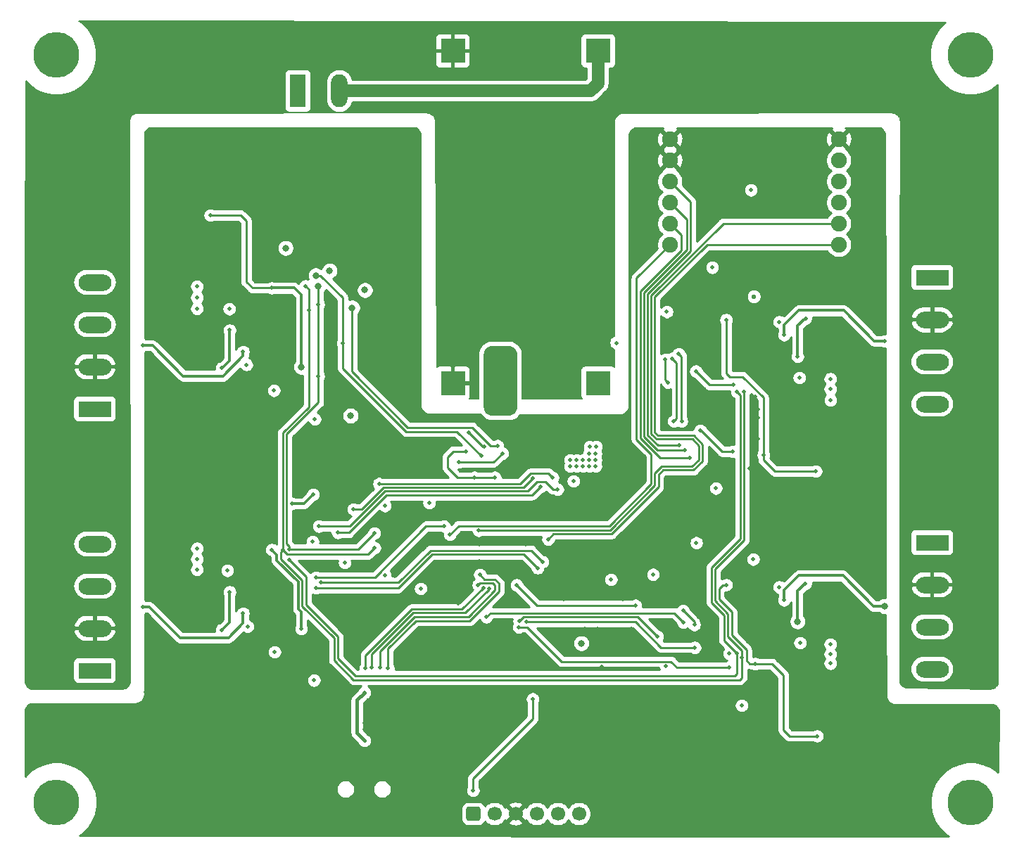
<source format=gbr>
%TF.GenerationSoftware,KiCad,Pcbnew,(5.1.9)-1*%
%TF.CreationDate,2021-03-09T23:57:27+01:00*%
%TF.ProjectId,IO_LINK,494f5f4c-494e-44b2-9e6b-696361645f70,rev?*%
%TF.SameCoordinates,Original*%
%TF.FileFunction,Copper,L4,Bot*%
%TF.FilePolarity,Positive*%
%FSLAX46Y46*%
G04 Gerber Fmt 4.6, Leading zero omitted, Abs format (unit mm)*
G04 Created by KiCad (PCBNEW (5.1.9)-1) date 2021-03-09 23:57:27*
%MOMM*%
%LPD*%
G01*
G04 APERTURE LIST*
%TA.AperFunction,ComponentPad*%
%ADD10C,1.900000*%
%TD*%
%TA.AperFunction,ComponentPad*%
%ADD11O,1.980000X3.960000*%
%TD*%
%TA.AperFunction,ComponentPad*%
%ADD12R,1.980000X3.960000*%
%TD*%
%TA.AperFunction,ComponentPad*%
%ADD13R,3.960000X1.980000*%
%TD*%
%TA.AperFunction,ComponentPad*%
%ADD14O,3.960000X1.980000*%
%TD*%
%TA.AperFunction,ComponentPad*%
%ADD15C,1.700000*%
%TD*%
%TA.AperFunction,ComponentPad*%
%ADD16R,3.000000X3.000000*%
%TD*%
%TA.AperFunction,ConnectorPad*%
%ADD17C,5.500000*%
%TD*%
%TA.AperFunction,ComponentPad*%
%ADD18C,3.600000*%
%TD*%
%TA.AperFunction,ViaPad*%
%ADD19C,0.500000*%
%TD*%
%TA.AperFunction,ViaPad*%
%ADD20C,0.800000*%
%TD*%
%TA.AperFunction,ViaPad*%
%ADD21C,0.550000*%
%TD*%
%TA.AperFunction,Conductor*%
%ADD22C,1.500000*%
%TD*%
%TA.AperFunction,Conductor*%
%ADD23C,0.250000*%
%TD*%
%TA.AperFunction,Conductor*%
%ADD24C,0.300000*%
%TD*%
%TA.AperFunction,Conductor*%
%ADD25C,0.400000*%
%TD*%
%TA.AperFunction,Conductor*%
%ADD26C,0.200000*%
%TD*%
%TA.AperFunction,Conductor*%
%ADD27C,0.100000*%
%TD*%
%TA.AperFunction,Conductor*%
%ADD28C,0.254000*%
%TD*%
G04 APERTURE END LIST*
D10*
%TO.P,M1,7*%
%TO.N,MISO*%
X149110000Y-77843500D03*
%TO.P,M1,8*%
%TO.N,RST_ETH*%
X149110000Y-75303500D03*
%TO.P,M1,9*%
%TO.N,N/C*%
X149110000Y-72763500D03*
%TO.P,M1,11*%
%TO.N,3V3*%
X149110000Y-67683500D03*
%TO.P,M1,10*%
X149110000Y-70223500D03*
%TO.P,M1,12*%
%TO.N,GND*%
X149110000Y-65143500D03*
%TO.P,M1,1*%
X128790000Y-65143500D03*
%TO.P,M1,2*%
X128790000Y-67683500D03*
%TO.P,M1,3*%
%TO.N,MOSI*%
X128790000Y-70223500D03*
%TO.P,M1,4*%
%TO.N,SCLK*%
X128790000Y-72763500D03*
%TO.P,M1,5*%
%TO.N,CS_ETH*%
X128790000Y-75303500D03*
%TO.P,M1,6*%
%TO.N,INT_ETH*%
X128790000Y-77843500D03*
%TD*%
D11*
%TO.P,J1,2*%
%TO.N,VCC*%
X89056000Y-59358600D03*
D12*
%TO.P,J1,1*%
%TO.N,Net-(D1-Pad1)*%
X84056000Y-59358600D03*
%TD*%
D13*
%TO.P,J7,1*%
%TO.N,Net-(C78-Pad1)*%
X160360660Y-113724880D03*
D14*
%TO.P,J7,2*%
%TO.N,G*%
X160360660Y-118804880D03*
%TO.P,J7,3*%
%TO.N,Net-(C73-Pad1)*%
X160360660Y-123884880D03*
%TO.P,J7,4*%
%TO.N,Net-(C74-Pad1)*%
X160360660Y-128964880D03*
%TD*%
D13*
%TO.P,J6,1*%
%TO.N,Net-(C77-Pad1)*%
X160366020Y-81813240D03*
D14*
%TO.P,J6,2*%
%TO.N,G*%
X160366020Y-86893240D03*
%TO.P,J6,3*%
%TO.N,Net-(C59-Pad1)*%
X160366020Y-91973240D03*
%TO.P,J6,4*%
%TO.N,Net-(C60-Pad1)*%
X160366020Y-97053240D03*
%TD*%
D15*
%TO.P,J3,6*%
%TO.N,N/C*%
X117848500Y-146356700D03*
%TO.P,J3,5*%
%TO.N,RST*%
X115308500Y-146356700D03*
%TO.P,J3,4*%
%TO.N,SWDIO*%
X112768500Y-146356700D03*
%TO.P,J3,3*%
%TO.N,GND*%
X110228500Y-146356700D03*
%TO.P,J3,2*%
%TO.N,SWCLK*%
X107688500Y-146356700D03*
%TO.P,J3,1*%
%TO.N,3V3*%
%TA.AperFunction,ComponentPad*%
G36*
G01*
X105748500Y-147206700D02*
X104548500Y-147206700D01*
G75*
G02*
X104298500Y-146956700I0J250000D01*
G01*
X104298500Y-145756700D01*
G75*
G02*
X104548500Y-145506700I250000J0D01*
G01*
X105748500Y-145506700D01*
G75*
G02*
X105998500Y-145756700I0J-250000D01*
G01*
X105998500Y-146956700D01*
G75*
G02*
X105748500Y-147206700I-250000J0D01*
G01*
G37*
%TD.AperFunction*%
%TD*%
D14*
%TO.P,J5,4*%
%TO.N,Net-(C46-Pad1)*%
X59634000Y-113893100D03*
%TO.P,J5,3*%
%TO.N,Net-(C45-Pad1)*%
X59634000Y-118973100D03*
%TO.P,J5,2*%
%TO.N,G*%
X59634000Y-124053100D03*
D13*
%TO.P,J5,1*%
%TO.N,Net-(C76-Pad1)*%
X59634000Y-129133100D03*
%TD*%
D14*
%TO.P,J4,4*%
%TO.N,Net-(C32-Pad1)*%
X59634000Y-82393100D03*
%TO.P,J4,3*%
%TO.N,Net-(C31-Pad1)*%
X59634000Y-87473100D03*
%TO.P,J4,2*%
%TO.N,G*%
X59634000Y-92553100D03*
D13*
%TO.P,J4,1*%
%TO.N,Net-(C75-Pad1)*%
X59634000Y-97633100D03*
%TD*%
D16*
%TO.P,M2,2*%
%TO.N,G*%
X102692300Y-54534100D03*
%TO.P,M2,4*%
%TO.N,Net-(C18-Pad1)*%
X120192300Y-94534100D03*
%TO.P,M2,3*%
%TO.N,G*%
X102692300Y-94534100D03*
%TO.P,M2,1*%
%TO.N,VCC*%
X120192300Y-54534100D03*
%TD*%
D17*
%TO.P,H1,1*%
%TO.N,N/C*%
X55000000Y-55000000D03*
D18*
X55000000Y-55000000D03*
%TD*%
%TO.P,H2,1*%
%TO.N,N/C*%
X55000000Y-145000000D03*
D17*
X55000000Y-145000000D03*
%TD*%
D18*
%TO.P,H3,1*%
%TO.N,N/C*%
X165000000Y-55000000D03*
D17*
X165000000Y-55000000D03*
%TD*%
%TO.P,H4,1*%
%TO.N,N/C*%
X165000000Y-145000000D03*
D18*
X165000000Y-145000000D03*
%TD*%
D19*
%TO.N,VCC*%
X148090000Y-128270000D03*
X148100000Y-125960000D03*
X148110000Y-96570000D03*
X148090000Y-93993000D03*
X71900000Y-116950000D03*
X71890000Y-114400000D03*
X71889300Y-85529100D03*
X71899300Y-82869100D03*
X141948000Y-87135000D03*
X144361000Y-93862340D03*
X71901200Y-84210700D03*
X71901200Y-115710700D03*
X148094820Y-95240000D03*
X148089460Y-127148780D03*
X75780000Y-85580000D03*
X141962220Y-119057780D03*
X77976300Y-123801700D03*
X75552800Y-117081200D03*
X144452720Y-125778280D03*
X77860000Y-92300000D03*
D20*
%TO.N,3V3*%
X82569200Y-78264000D03*
X87858700Y-80975500D03*
X92100500Y-83312300D03*
D19*
X99823200Y-108939800D03*
D20*
X118142520Y-125840720D03*
D19*
X94488100Y-109296500D03*
X94513500Y-117653100D03*
X85826700Y-113589100D03*
X98807200Y-119252200D03*
X105119300Y-143569100D03*
X85989300Y-130299100D03*
X133899300Y-80599100D03*
X86079300Y-98849100D03*
X112289300Y-132539100D03*
X83378300Y-109012100D03*
D20*
X90386000Y-98438000D03*
D19*
X122390000Y-89675000D03*
X132428198Y-100221198D03*
X136360000Y-102756000D03*
X135920000Y-127090000D03*
X121721400Y-118156600D03*
X126769300Y-117553700D03*
X131983600Y-113746600D03*
X137421460Y-133317540D03*
X89662100Y-116134121D03*
X85890000Y-107910000D03*
X117183000Y-106312000D03*
X128429300Y-85921700D03*
X134330000Y-107180000D03*
X107404000Y-90564000D03*
X108166000Y-90564000D03*
X108928000Y-90564000D03*
X109690000Y-90564000D03*
X107150000Y-97930000D03*
X107912000Y-97930000D03*
X108674000Y-97930000D03*
X109436000Y-97930000D03*
X128310000Y-128604010D03*
X138540000Y-71270000D03*
%TO.N,SCL*%
X93243500Y-112573100D03*
D20*
X86512500Y-82829700D03*
D19*
X136857840Y-95534780D03*
X136859300Y-127029100D03*
X82974394Y-114511006D03*
X82974394Y-115804006D03*
X86512500Y-85039500D03*
X86512500Y-93675500D03*
%TO.N,SDA*%
X93268900Y-114351100D03*
X84937700Y-82829700D03*
X82245300Y-114579700D03*
X137720364Y-95551484D03*
X137434310Y-127600357D03*
X85337699Y-85706301D03*
D20*
%TO.N,T0_UC_IRQ*%
X90576500Y-85445900D03*
D19*
X108051700Y-102057500D03*
%TO.N,UC_T0_ENL+*%
X106476900Y-102159100D03*
X104610000Y-100470000D03*
%TO.N,UC_T0_ENCQ*%
X108635900Y-102971900D03*
X103403500Y-104013300D03*
%TO.N,UC_T0_RST*%
X106095900Y-103276700D03*
D20*
X86195000Y-81547000D03*
D19*
X89458900Y-89713100D03*
%TO.N,8V*%
X81170000Y-95410000D03*
D21*
X138900000Y-84087000D03*
D19*
X138830000Y-115720000D03*
X81242000Y-126886000D03*
X116802000Y-103772000D03*
X117564000Y-103772000D03*
X118326000Y-103772000D03*
X119088000Y-103772000D03*
X119850000Y-103772000D03*
X119850000Y-104534000D03*
X119088000Y-104534000D03*
X118326000Y-104534000D03*
X117564000Y-104534000D03*
X116802000Y-104534000D03*
X119088000Y-103010000D03*
X119850000Y-103010000D03*
X119156900Y-102179100D03*
X119918900Y-102179100D03*
%TO.N,G*%
X115532000Y-66180000D03*
X107404000Y-67704000D03*
X112992000Y-72276000D03*
X118580000Y-77356000D03*
X105372000Y-76340000D03*
X112992000Y-80404000D03*
X118072000Y-84468000D03*
X104356000Y-82944000D03*
X109944000Y-85992000D03*
X116548000Y-90056000D03*
X111468000Y-93104000D03*
X61430000Y-130950000D03*
X58890000Y-130950000D03*
X56350000Y-130950000D03*
X53810000Y-130950000D03*
X52032000Y-130950000D03*
X51651000Y-128410000D03*
X51651000Y-125870000D03*
X51651000Y-123330000D03*
X51651000Y-120790000D03*
X51651000Y-118250000D03*
X51651000Y-115710000D03*
X51651000Y-113170000D03*
X51651000Y-110630000D03*
X51651000Y-108217000D03*
X51651000Y-105550000D03*
X51651000Y-103010000D03*
X51651000Y-100470000D03*
X51651000Y-97930000D03*
X51651000Y-95390000D03*
X51651000Y-92850000D03*
X51651000Y-90310000D03*
X51651000Y-87770000D03*
X51651000Y-85230000D03*
X51651000Y-82690000D03*
X51651000Y-80150000D03*
X51651000Y-77610000D03*
X51651000Y-74943000D03*
X54490000Y-60590000D03*
X55970000Y-60590000D03*
X57740000Y-60590000D03*
X60500000Y-54970000D03*
X60500000Y-53270000D03*
X60500000Y-51448000D03*
X62700000Y-51448000D03*
X65240000Y-51448000D03*
X68288000Y-51448000D03*
X71336000Y-51448000D03*
X74384000Y-51448000D03*
X77432000Y-51448000D03*
X80988000Y-51448000D03*
X85052000Y-51448000D03*
X88608000Y-51448000D03*
X92164000Y-51448000D03*
X95720000Y-51448000D03*
X99276000Y-51448000D03*
X102832000Y-51448000D03*
X106388000Y-51448000D03*
X109436000Y-51448000D03*
X112484000Y-51448000D03*
X115532000Y-51448000D03*
X118072000Y-51448000D03*
X120612000Y-51448000D03*
X123660000Y-51448000D03*
X127724000Y-51448000D03*
X131788000Y-51448000D03*
X135344000Y-51448000D03*
X138900000Y-51448000D03*
X142456000Y-51448000D03*
X146012000Y-51448000D03*
X149568000Y-51448000D03*
X153124000Y-51448000D03*
X156172000Y-51448000D03*
X159220000Y-51448000D03*
X159210000Y-54170000D03*
X159220000Y-52680000D03*
X159210000Y-55590000D03*
X159210000Y-57090000D03*
X159210000Y-58800000D03*
X165316000Y-60592000D03*
X167710000Y-60590000D03*
X167856000Y-63132000D03*
X167856000Y-66688000D03*
X167856000Y-69736000D03*
X167856000Y-73292000D03*
X167856000Y-75832000D03*
X167856000Y-78880000D03*
X167856000Y-82436000D03*
X167856000Y-86500000D03*
X167856000Y-90564000D03*
X167856000Y-94628000D03*
X167856000Y-97676000D03*
X167856000Y-100724000D03*
X167856000Y-103264000D03*
X167856000Y-105804000D03*
X167856000Y-108852000D03*
X167856000Y-112408000D03*
X167856000Y-115964000D03*
X167856000Y-119012000D03*
X167856000Y-122568000D03*
X167856000Y-125616000D03*
X167856000Y-128664000D03*
X167856000Y-130696000D03*
X165570000Y-130950000D03*
X163030000Y-130950000D03*
X160740000Y-130950000D03*
X158077000Y-130823000D03*
X157061000Y-130061000D03*
X157188000Y-127902000D03*
X157188000Y-126378000D03*
X157188000Y-124981000D03*
X157188000Y-118123000D03*
X157188000Y-116472000D03*
X157188000Y-115075000D03*
X157188000Y-112535000D03*
X157188000Y-110503000D03*
X157188000Y-108471000D03*
X157188000Y-106058000D03*
X157188000Y-103772000D03*
X157188000Y-101486000D03*
X157188000Y-99327000D03*
X157188000Y-95644000D03*
X157188000Y-93358000D03*
X157061000Y-83579000D03*
X157061000Y-85992000D03*
X157061000Y-80404000D03*
X157061000Y-78245000D03*
X157061000Y-75959000D03*
X157061000Y-73927000D03*
X157061000Y-71768000D03*
X156934000Y-65164000D03*
X156426000Y-61862000D03*
X151092000Y-61100000D03*
X146520000Y-61100000D03*
X130772000Y-60592000D03*
X121628000Y-65672000D03*
X121628000Y-67196000D03*
X121628000Y-69228000D03*
X121628000Y-71260000D03*
X121628000Y-73292000D03*
X121628000Y-75324000D03*
X121628000Y-77356000D03*
X121628000Y-79388000D03*
X121628000Y-81420000D03*
X121628000Y-83452000D03*
X121628000Y-84976000D03*
X121628000Y-86500000D03*
X121628000Y-88532000D03*
X121120000Y-91072000D03*
X118580000Y-92088000D03*
X117056000Y-93612000D03*
X116040000Y-95644000D03*
X113373000Y-95771000D03*
X101308000Y-91580000D03*
X101308000Y-89548000D03*
X101308000Y-87516000D03*
X101308000Y-84976000D03*
X101308000Y-82944000D03*
X101308000Y-80404000D03*
X101308000Y-76848000D03*
X101308000Y-74308000D03*
X101308000Y-71768000D03*
X101308000Y-68720000D03*
X101308000Y-65672000D03*
X97244000Y-61608000D03*
X86940000Y-61690000D03*
X86510000Y-59330000D03*
X82050000Y-61730000D03*
X79260000Y-61690000D03*
X76700000Y-61680000D03*
X74280000Y-61680000D03*
X64859000Y-61227000D03*
X63335000Y-63132000D03*
X63462000Y-66688000D03*
X63380000Y-69150000D03*
X63500000Y-71280000D03*
X63570000Y-73380000D03*
X63480000Y-75790000D03*
X63550000Y-78380000D03*
X63490000Y-80930000D03*
X63540000Y-103250000D03*
X63500000Y-105320000D03*
X63500000Y-107310000D03*
X63530000Y-109890000D03*
X63470000Y-112250000D03*
X63480000Y-115964000D03*
X63450000Y-117510000D03*
X63550000Y-123080000D03*
X63540000Y-124600000D03*
X63600000Y-126150000D03*
X63540000Y-127990000D03*
X167348000Y-84468000D03*
X53130000Y-60590000D03*
X51778000Y-60600000D03*
X51651000Y-62243000D03*
X51651000Y-64275000D03*
X51651000Y-68212000D03*
X51651000Y-70020000D03*
X51651000Y-72022000D03*
X63470000Y-54960000D03*
X81650000Y-54160000D03*
X57660000Y-68080000D03*
X62120000Y-76540000D03*
X59840000Y-85050000D03*
X54130000Y-89460000D03*
X60140000Y-90010000D03*
X53730000Y-94670000D03*
X59840000Y-95320000D03*
X53360000Y-99070000D03*
X53410000Y-110390000D03*
X59610000Y-126410000D03*
X157940000Y-60660000D03*
X158590000Y-64970000D03*
X162250000Y-66520000D03*
X158240000Y-69730000D03*
X166350000Y-73680000D03*
X164510000Y-88840000D03*
X159870000Y-84160000D03*
X164420000Y-99000000D03*
X165640000Y-107150000D03*
X162410000Y-109130000D03*
X165290000Y-113890000D03*
X160420000Y-116290000D03*
X165560000Y-119240000D03*
X160140000Y-121540000D03*
X160380000Y-126570000D03*
X123530000Y-56540000D03*
X127680000Y-53720000D03*
X139040000Y-53960000D03*
X165920000Y-103830000D03*
X162720000Y-104810000D03*
X159470000Y-101040000D03*
X158460000Y-106260000D03*
X158890000Y-110000000D03*
X164570000Y-94350000D03*
X161500000Y-94390000D03*
X160290000Y-73060000D03*
X162880000Y-77490000D03*
X164390000Y-70110000D03*
X166050000Y-125430000D03*
X128310000Y-58220000D03*
X131620000Y-54430000D03*
X136670000Y-56050000D03*
X133270000Y-58680000D03*
X140270000Y-58610000D03*
X143970000Y-54610000D03*
X150630000Y-53710000D03*
X148190000Y-57240000D03*
X144260000Y-60230000D03*
X154220000Y-57710000D03*
X156080000Y-54640000D03*
X96610000Y-56440000D03*
X114470000Y-54540000D03*
X76000000Y-58820000D03*
X75180000Y-55970000D03*
X66640000Y-59490000D03*
X70010000Y-56450000D03*
X54480000Y-63840000D03*
X59330000Y-64050000D03*
X61550000Y-68020000D03*
X54200000Y-68190000D03*
X51651000Y-66230000D03*
X54180000Y-73800000D03*
X60030000Y-73960000D03*
X57770000Y-79510000D03*
X54220000Y-80640000D03*
X54550000Y-84790000D03*
X54920000Y-126850000D03*
X54650000Y-122080000D03*
X55330000Y-116540000D03*
X59080000Y-116340000D03*
X55830000Y-112040000D03*
X60140000Y-109420000D03*
X56420000Y-106700000D03*
X58550000Y-102830000D03*
X56340000Y-76230000D03*
X125692000Y-61608000D03*
X123660000Y-61227000D03*
X166630000Y-60590000D03*
X164160000Y-60610000D03*
X162970000Y-60610000D03*
X161340000Y-60590000D03*
X159210000Y-60530000D03*
X160340000Y-60610000D03*
X60510000Y-56650000D03*
X60510000Y-58310000D03*
X60510000Y-60590000D03*
X59200000Y-60600000D03*
%TO.N,3V3_T0*%
X80918200Y-83067700D03*
D20*
X84442450Y-92560950D03*
D19*
X73495000Y-74308000D03*
%TO.N,Net-(C31-Pad1)*%
X77457450Y-90719450D03*
X65360700Y-89989200D03*
%TO.N,T1_UC_IRQ*%
X90726700Y-109700700D03*
X112318900Y-105943700D03*
%TO.N,UC_T1_ENL+*%
X113258700Y-106959700D03*
X88823900Y-112522300D03*
%TO.N,UC_T1_ENCQ*%
X93802300Y-106629500D03*
X114695402Y-105885004D03*
%TO.N,UC_T1_RST*%
X115290700Y-107289898D03*
X86563300Y-111760300D03*
%TO.N,3V3_T1*%
X84442450Y-124060950D03*
X80918200Y-114567700D03*
%TO.N,Net-(C45-Pad1)*%
X65360700Y-121489200D03*
X77457450Y-122219450D03*
%TO.N,T2_UC_IRQ*%
X136401910Y-94733410D03*
X131907380Y-93065900D03*
%TO.N,UC_T2_ENCQ*%
X128259300Y-91669100D03*
X128569300Y-94419100D03*
%TO.N,3V3_T2*%
X135553570Y-86882590D03*
X146354820Y-105130820D03*
X140043000Y-103137000D03*
%TO.N,Net-(C59-Pad1)*%
X142538570Y-88724090D03*
X154635320Y-89454340D03*
%TO.N,T3_UC_IRQ*%
X131789300Y-126339100D03*
X111579300Y-123224110D03*
%TO.N,UC_T3_ENL+*%
X127299300Y-125049100D03*
X110672868Y-123185689D03*
%TO.N,UC_T3_ENCQ*%
X124639300Y-121279098D03*
X110350400Y-118808800D03*
%TO.N,UC_T3_RST*%
X110628197Y-123884274D03*
X135939300Y-128740700D03*
%TO.N,3V3_T3*%
X139072460Y-128291780D03*
X135548210Y-118798530D03*
X146476460Y-137002460D03*
%TO.N,Net-(C73-Pad1)*%
X142533210Y-120640030D03*
D20*
X154629960Y-121370280D03*
D19*
%TO.N,USB_DM*%
X107049300Y-119279100D03*
X92939300Y-128739100D03*
%TO.N,USB_DP*%
X106339959Y-119167341D03*
X92189300Y-128819100D03*
%TO.N,5V*%
X92069300Y-131759100D03*
X92039274Y-137549068D03*
%TO.N,Net-(D5-Pad1)*%
X74885700Y-92719700D03*
X75838200Y-88147700D03*
%TO.N,Net-(D10-Pad1)*%
X75838200Y-119647700D03*
X74885700Y-124219700D03*
%TO.N,Net-(D15-Pad1)*%
X144157820Y-91295840D03*
X145110320Y-86723840D03*
%TO.N,Net-(D20-Pad1)*%
X145104960Y-118639780D03*
D20*
X144152460Y-123211780D03*
D19*
%TO.N,SWDIO*%
X105737192Y-118814755D03*
X93919300Y-128769100D03*
%TO.N,SWCLK*%
X105929300Y-117559100D03*
X94899300Y-128869100D03*
%TO.N,INT_ETH*%
X102340000Y-112750000D03*
%TO.N,CS_ETH*%
X131199302Y-103499100D03*
%TO.N,SCLK*%
X130589300Y-102609100D03*
%TO.N,MOSI*%
X129918389Y-102034090D03*
%TO.N,RST_ETH*%
X105760000Y-112250000D03*
%TO.N,MISO*%
X114139300Y-113300000D03*
%TO.N,T3_UC_SIO*%
X106739300Y-122679098D03*
X130419300Y-123309100D03*
%TO.N,T3_UC_DATA*%
X131733499Y-123610111D03*
X130379296Y-121919100D03*
%TO.N,UC_T1_DATA*%
X112889300Y-116769100D03*
X86207700Y-119180011D03*
%TO.N,T1_UC_DATA*%
X113479300Y-116019100D03*
X86850000Y-118520000D03*
%TO.N,UC_T2_DATA*%
X129865218Y-90975480D03*
X130210660Y-99083160D03*
%TO.N,T2_UC_DATA*%
X129098140Y-91552060D03*
X129273400Y-99100940D03*
%TO.N,T0_UC_DATA*%
X104241700Y-102717900D03*
X107746900Y-105867500D03*
X105308500Y-105867500D03*
%TO.N,T1_UC_SIO*%
X101620000Y-111740000D03*
X86200000Y-117930000D03*
%TO.N,GND*%
X154140000Y-65926000D03*
X82639000Y-88278000D03*
X82639000Y-86855600D03*
X79692600Y-86881000D03*
X140210000Y-92490000D03*
X137410000Y-92490000D03*
X137410000Y-91240000D03*
X82512000Y-119774000D03*
X82512000Y-118377000D03*
X79718000Y-118377000D03*
X140170000Y-124346000D03*
X138773000Y-123711000D03*
X137376000Y-124346000D03*
X137376000Y-123076000D03*
X92037000Y-136157000D03*
X92037000Y-135395000D03*
X148089300Y-133820000D03*
X148089300Y-132580000D03*
X148080000Y-131390000D03*
X148110000Y-102040000D03*
X148099300Y-100639100D03*
X148109300Y-99289100D03*
X71889300Y-111610000D03*
X71880000Y-110300000D03*
X71889300Y-108930000D03*
X71890000Y-80070000D03*
X71900000Y-78780000D03*
X71900000Y-77610000D03*
X83147000Y-95440800D03*
X66002000Y-84087000D03*
D20*
X83077200Y-90941700D03*
D19*
X83110000Y-122490000D03*
X137122000Y-88405000D03*
X139077820Y-96137620D03*
X153378000Y-91961000D03*
X153378000Y-93580000D03*
X153378000Y-95390000D03*
X149187000Y-119774000D03*
X149187000Y-121425000D03*
X149187000Y-123076000D03*
X154380000Y-123460000D03*
X154390000Y-125080000D03*
X154390000Y-126710000D03*
X95720000Y-117742000D03*
X66002000Y-91961000D03*
X65875000Y-92723000D03*
X66891000Y-92342000D03*
X70701000Y-88590000D03*
X70701000Y-89929000D03*
X70701000Y-91961000D03*
X72390000Y-88570000D03*
X71844000Y-89929000D03*
X137097804Y-120233436D03*
X65830000Y-115180000D03*
X65800000Y-116730000D03*
X65840000Y-118240000D03*
X65780000Y-119670000D03*
X65780000Y-123270000D03*
X65800000Y-124150000D03*
X66870000Y-123790000D03*
X70701000Y-119647000D03*
X140210000Y-123070000D03*
X154510000Y-119970000D03*
X154520000Y-118520000D03*
X153640000Y-119170000D03*
X147770000Y-121420000D03*
X147750000Y-123100000D03*
X153220000Y-126010000D03*
X153230000Y-124230000D03*
X70700000Y-121390000D03*
X70690000Y-123210000D03*
X71410000Y-122240000D03*
X71410000Y-120520000D03*
X66580000Y-115970000D03*
X66570000Y-117560000D03*
X66560000Y-118990000D03*
X81184900Y-119063500D03*
X79718006Y-119774000D03*
X107912000Y-123711000D03*
X106642500Y-125107500D03*
X102630400Y-126833600D03*
X154370000Y-92710000D03*
X154370000Y-94450000D03*
X153080000Y-87160000D03*
X154480000Y-87840000D03*
X154280000Y-86710000D03*
X149270000Y-87630000D03*
X149240000Y-89480000D03*
X149210000Y-91250000D03*
X147940000Y-89480000D03*
X147200000Y-91220000D03*
X140210000Y-91220000D03*
X138709960Y-91880040D03*
X66000000Y-85420000D03*
X66000000Y-87320000D03*
X66860000Y-86290000D03*
X66910000Y-84650000D03*
X81172200Y-87576200D03*
X79692600Y-88252600D03*
X66256000Y-65164000D03*
X66256000Y-67196000D03*
X66256000Y-69228000D03*
X66256000Y-71260000D03*
X66256000Y-73292000D03*
X66256000Y-75324000D03*
X66256000Y-77356000D03*
X66891000Y-64148000D03*
X76416000Y-64402000D03*
X78321000Y-64402000D03*
X80480000Y-64402000D03*
X82512000Y-64402000D03*
X84544000Y-64402000D03*
X87084000Y-64402000D03*
X89116000Y-64402000D03*
X89624000Y-66180000D03*
X89624000Y-68720000D03*
X89624000Y-70752000D03*
X93688000Y-70752000D03*
X96736000Y-69736000D03*
X96736000Y-72276000D03*
X96228000Y-64148000D03*
X96228000Y-66180000D03*
X98260000Y-64148000D03*
X98260000Y-65164000D03*
X98514000Y-78880000D03*
X98514000Y-81420000D03*
X98514000Y-83960000D03*
X98514000Y-87516000D03*
X98514000Y-92596000D03*
X98514000Y-96152000D03*
X52580000Y-133720000D03*
X51524000Y-134252000D03*
X51524000Y-135776000D03*
X51524000Y-137300000D03*
X51524000Y-138824000D03*
X51560000Y-139640000D03*
X53000000Y-139660000D03*
X54230000Y-139650000D03*
X55680000Y-139640000D03*
X57610000Y-139650000D03*
X59300000Y-139670000D03*
X60770000Y-140820000D03*
X60770000Y-143020000D03*
X60840000Y-146080000D03*
X60880000Y-148550000D03*
X62192000Y-148476000D03*
X64224000Y-148476000D03*
X65748000Y-148476000D03*
X67780000Y-148476000D03*
X69304000Y-148476000D03*
X71844000Y-148476000D03*
X73876000Y-148476000D03*
X75908000Y-148476000D03*
X77432000Y-148476000D03*
X79972000Y-148476000D03*
X81496000Y-148476000D03*
X83020000Y-148476000D03*
X83020000Y-145428000D03*
X83020000Y-146952000D03*
X83020000Y-143904000D03*
X83020000Y-140856000D03*
X83020000Y-142380000D03*
X83020000Y-139332000D03*
X83528000Y-138316000D03*
X84544000Y-137300000D03*
X86068000Y-137300000D03*
X88100000Y-137300000D03*
X89116000Y-136284000D03*
X94704000Y-132220000D03*
X98260000Y-134760000D03*
X100292000Y-135268000D03*
X102324000Y-135268000D03*
X105372000Y-135268000D03*
X106388000Y-136284000D03*
X106388000Y-138316000D03*
X106388000Y-142888000D03*
X106388000Y-144920000D03*
X99784000Y-137300000D03*
X101308000Y-138316000D03*
X102324000Y-142888000D03*
X102324000Y-144412000D03*
X101816000Y-146444000D03*
X101816000Y-148476000D03*
X103340000Y-148476000D03*
X105880000Y-148476000D03*
X107912000Y-148476000D03*
X110452000Y-148476000D03*
X112484000Y-148476000D03*
X114516000Y-148476000D03*
X117056000Y-148476000D03*
X119596000Y-148476000D03*
X122136000Y-148476000D03*
X124168000Y-148476000D03*
X127216000Y-148476000D03*
X129756000Y-148476000D03*
X132296000Y-148476000D03*
X134836000Y-148476000D03*
X137884000Y-148476000D03*
X140424000Y-148476000D03*
X142964000Y-148476000D03*
X145504000Y-148476000D03*
X149060000Y-148476000D03*
X151600000Y-148476000D03*
X155664000Y-148476000D03*
X158204000Y-148476000D03*
X159510000Y-148720000D03*
X159500000Y-147280000D03*
X159500000Y-145640000D03*
X159500000Y-143860000D03*
X160050000Y-141800000D03*
X159210000Y-138600000D03*
X162350000Y-138610000D03*
X165200000Y-139130000D03*
X167348000Y-134252000D03*
X167348000Y-136284000D03*
X167340000Y-139130000D03*
X165951000Y-133744000D03*
X163792000Y-133744000D03*
X161760000Y-133744000D03*
X159347000Y-133744000D03*
X156807000Y-133744000D03*
X154775000Y-133744000D03*
X124549000Y-69863000D03*
X125692000Y-64148000D03*
X130772000Y-64148000D03*
X132804000Y-64148000D03*
X134836000Y-64148000D03*
X136868000Y-64148000D03*
X138900000Y-64148000D03*
X140932000Y-64148000D03*
X142964000Y-64148000D03*
X151092000Y-64148000D03*
X153124000Y-64148000D03*
X154140000Y-64656000D03*
X154140000Y-67196000D03*
X154140000Y-68212000D03*
X154140000Y-69736000D03*
X154140000Y-71768000D03*
X154140000Y-73800000D03*
X154140000Y-75324000D03*
X154140000Y-77356000D03*
X154140000Y-79896000D03*
X154140000Y-100216000D03*
X154140000Y-101232000D03*
X154140000Y-102248000D03*
X154140000Y-103772000D03*
X154140000Y-105296000D03*
X154140000Y-106820000D03*
X154140000Y-108344000D03*
X154140000Y-109868000D03*
X154140000Y-111900000D03*
X124549000Y-65672000D03*
X124549000Y-67831000D03*
X122136000Y-100724000D03*
X124168000Y-102248000D03*
X123152000Y-105296000D03*
X119088000Y-106312000D03*
X121120000Y-106312000D03*
X120104000Y-108344000D03*
X113500000Y-100216000D03*
X114516000Y-101740000D03*
X115024000Y-103772000D03*
X112484000Y-102756000D03*
X110960000Y-101232000D03*
X108420000Y-100216000D03*
X98960000Y-110710000D03*
X103840000Y-98930000D03*
X100350000Y-98930000D03*
X97752000Y-98184000D03*
X97752000Y-94120000D03*
X96736000Y-90564000D03*
X95212000Y-88532000D03*
X92672000Y-88024000D03*
X92810000Y-91680000D03*
X68796000Y-68212000D03*
X71844000Y-72784000D03*
X68796000Y-74816000D03*
X68796000Y-78372000D03*
X69812000Y-82436000D03*
X69812000Y-85484000D03*
X74892000Y-82944000D03*
X73876000Y-79388000D03*
X75400000Y-77356000D03*
X78956000Y-72276000D03*
X74892000Y-69228000D03*
X80988000Y-80404000D03*
X83528000Y-69736000D03*
X95212000Y-82436000D03*
X93180000Y-80912000D03*
X90640000Y-80912000D03*
X94196000Y-77864000D03*
X130772000Y-88532000D03*
X132804000Y-85484000D03*
X131788000Y-80912000D03*
X137376000Y-81420000D03*
X140932000Y-80912000D03*
X141440000Y-82944000D03*
X146012000Y-64275000D03*
X146520000Y-81420000D03*
X150076000Y-80912000D03*
X153124000Y-81928000D03*
X153124000Y-83960000D03*
X150584000Y-94120000D03*
X150584000Y-97168000D03*
X144996000Y-97676000D03*
X144996000Y-95644000D03*
X139408000Y-97676000D03*
X139408000Y-98692000D03*
X139408000Y-101232000D03*
X138900000Y-102756000D03*
X135852000Y-103772000D03*
X135852000Y-101232000D03*
X135852000Y-106312000D03*
X138392000Y-104788000D03*
X132296000Y-109868000D03*
X130772000Y-111392000D03*
X129756000Y-112916000D03*
X128740000Y-113932000D03*
X127216000Y-114440000D03*
X125692000Y-115456000D03*
X123152000Y-120536000D03*
X122136000Y-119520000D03*
X124168000Y-117488000D03*
X115024000Y-120028000D03*
X117056000Y-120028000D03*
X116040000Y-120536000D03*
X141440000Y-113932000D03*
X143472000Y-113424000D03*
X147028000Y-113424000D03*
X79972000Y-97168000D03*
X88100000Y-100216000D03*
X92672000Y-101232000D03*
X88608000Y-91580000D03*
X88100000Y-95644000D03*
X91656000Y-96660000D03*
X91656000Y-99200000D03*
X92672000Y-97676000D03*
X94196000Y-102248000D03*
X95212000Y-103772000D03*
X97244000Y-104280000D03*
X99784000Y-104280000D03*
X97990000Y-111820000D03*
X89770000Y-113480000D03*
X89116000Y-110884000D03*
X91650000Y-112610000D03*
X109436000Y-117996000D03*
X73876000Y-64402000D03*
X111468000Y-113932000D03*
X110452000Y-116472000D03*
X111468000Y-117996000D03*
X112484000Y-119012000D03*
X89116000Y-121552000D03*
X88608000Y-129680000D03*
X83020000Y-130696000D03*
X83020000Y-128156000D03*
X99276000Y-126124000D03*
X103340000Y-121044000D03*
X94196000Y-123584000D03*
X91656000Y-121552000D03*
X76416000Y-129172000D03*
X78956000Y-128664000D03*
X67272000Y-130696000D03*
X70550000Y-131260000D03*
X75908000Y-131204000D03*
X110452000Y-133744000D03*
X110452000Y-140348000D03*
X114008000Y-139332000D03*
X113500000Y-134252000D03*
X55780000Y-133650000D03*
X58370000Y-133760000D03*
X61610000Y-133740000D03*
X64000000Y-133890000D03*
X65748000Y-131712000D03*
X104356000Y-131712000D03*
X113620000Y-128240000D03*
X110452000Y-125108000D03*
X118072000Y-133744000D03*
X118072000Y-135776000D03*
X118072000Y-139332000D03*
X123152000Y-139332000D03*
X118580000Y-124092000D03*
X120104000Y-124092000D03*
X124168000Y-124092000D03*
X139408000Y-134252000D03*
X139408000Y-130188000D03*
X144996000Y-128156000D03*
X150076000Y-129680000D03*
X150076000Y-125616000D03*
X150700000Y-135070000D03*
X153124000Y-133236000D03*
X148590000Y-136350000D03*
X105880000Y-115964000D03*
X105880000Y-113932000D03*
X78448000Y-84468000D03*
X79972000Y-74308000D03*
X86068000Y-79896000D03*
X85052000Y-77864000D03*
X55588000Y-135268000D03*
X60160000Y-139840000D03*
X65748000Y-134760000D03*
X71336000Y-138824000D03*
X75908000Y-134252000D03*
X78448000Y-139332000D03*
X78448000Y-144412000D03*
X68870000Y-144090000D03*
X80988000Y-134760000D03*
X120612000Y-128664000D03*
X127216000Y-133744000D03*
X136360000Y-135776000D03*
X128760000Y-140720000D03*
X122040000Y-145780000D03*
X140424000Y-138824000D03*
X136100000Y-144820000D03*
X133750000Y-148470000D03*
X149060000Y-139840000D03*
X143600000Y-144780000D03*
X159220000Y-135776000D03*
X156570000Y-143540000D03*
X153670000Y-148480000D03*
X72860000Y-99708000D03*
X84036000Y-103264000D03*
X89624000Y-104788000D03*
X136360000Y-109360000D03*
X142964000Y-110884000D03*
X146520000Y-108344000D03*
X148552000Y-104280000D03*
X145504000Y-100216000D03*
X131280000Y-117488000D03*
X139916000Y-66688000D03*
X138570000Y-69230000D03*
X136570000Y-72360000D03*
X134990000Y-66980000D03*
X132930000Y-69930000D03*
X131820000Y-66950000D03*
X143510000Y-73650000D03*
X129500000Y-83180000D03*
X146450000Y-79170000D03*
X151710000Y-78950000D03*
X143980000Y-67370000D03*
X78920000Y-66630000D03*
X151400000Y-100330000D03*
X69310000Y-116740000D03*
X69300000Y-112600000D03*
X68820000Y-107860000D03*
X68310000Y-104170000D03*
X67830000Y-100480000D03*
X71980000Y-103180000D03*
X76770000Y-101300000D03*
X77740000Y-98030000D03*
X80140000Y-102970000D03*
X80880000Y-109100000D03*
X98514000Y-76721000D03*
X124549000Y-72276000D03*
X124549000Y-74435000D03*
X124549000Y-76975000D03*
X124549000Y-79515000D03*
X160840000Y-138610000D03*
X159500000Y-142650000D03*
X164190000Y-138620000D03*
X166260000Y-139140000D03*
%TD*%
D22*
%TO.N,VCC*%
X89056000Y-59358600D02*
X93905400Y-59358600D01*
X119229200Y-59358600D02*
X120154800Y-58433000D01*
X120154800Y-58433000D02*
X120154800Y-54419800D01*
X99493400Y-59358600D02*
X107113400Y-59358600D01*
X93905400Y-59358600D02*
X99493400Y-59358600D01*
X107113400Y-59358600D02*
X111551400Y-59358600D01*
X112701400Y-59358600D02*
X114651400Y-59358600D01*
X116257400Y-59358600D02*
X119229200Y-59358600D01*
X111791400Y-59358600D02*
X112701400Y-59358600D01*
X111551400Y-59358600D02*
X111791400Y-59358600D01*
X114651400Y-59358600D02*
X116257400Y-59358600D01*
D23*
%TO.N,3V3*%
X112289300Y-132539100D02*
X112289300Y-134929100D01*
X105119300Y-142099100D02*
X105119300Y-143569100D01*
X112289300Y-134929100D02*
X106375200Y-140843200D01*
X132555198Y-100221198D02*
X135090000Y-102756000D01*
X135090000Y-102756000D02*
X136360000Y-102756000D01*
X132428198Y-100221198D02*
X132555198Y-100221198D01*
D24*
X84787900Y-109012100D02*
X85890000Y-107910000D01*
X83378300Y-109012100D02*
X84787900Y-109012100D01*
D23*
X106375200Y-140843200D02*
X105119300Y-142099100D01*
%TO.N,SCL*%
X82695310Y-113878369D02*
X82974394Y-114157453D01*
X82974394Y-114157453D02*
X82974394Y-114511006D01*
X82695310Y-100669100D02*
X82695310Y-113878369D01*
X86512500Y-96851910D02*
X82695310Y-100669100D01*
X86512500Y-82829700D02*
X86512500Y-85039500D01*
X137270354Y-95947294D02*
X136857840Y-95534780D01*
X137270354Y-113231636D02*
X137270354Y-95947294D01*
X133799290Y-120915500D02*
X133799290Y-116702700D01*
X135344000Y-122460210D02*
X133799290Y-120915500D01*
X133799290Y-116702700D02*
X137270354Y-113231636D01*
X135344000Y-125513800D02*
X135344000Y-122460210D01*
X136859300Y-127029100D02*
X135344000Y-125513800D01*
X82974394Y-115824394D02*
X82974394Y-115804006D01*
X85010000Y-117860000D02*
X82974394Y-115824394D01*
X85010000Y-121209799D02*
X85010000Y-117860000D01*
X88839300Y-125039099D02*
X85010000Y-121209799D01*
X88839300Y-127679100D02*
X88839300Y-125039099D01*
X136560911Y-129779089D02*
X90939289Y-129779089D01*
X136859300Y-129480700D02*
X136560911Y-129779089D01*
X90939289Y-129779089D02*
X88839300Y-127679100D01*
X136859300Y-127029100D02*
X136859300Y-129480700D01*
X86512500Y-85039500D02*
X86512500Y-93675500D01*
X86512500Y-93675500D02*
X86512500Y-96851910D01*
X90374396Y-114511006D02*
X82974394Y-114511006D01*
X91305594Y-114511006D02*
X90374396Y-114511006D01*
X93243500Y-112573100D02*
X91305594Y-114511006D01*
%TO.N,SDA*%
X82245300Y-100482700D02*
X82245300Y-114579700D01*
X85337699Y-97390301D02*
X82245300Y-100482700D01*
X85337699Y-83229699D02*
X85337699Y-85706301D01*
X84937700Y-82829700D02*
X85337699Y-83229699D01*
X137434310Y-130000501D02*
X137434310Y-127600357D01*
X137205711Y-130229100D02*
X137434310Y-130000501D01*
X88389289Y-127865500D02*
X90752889Y-130229100D01*
X82245300Y-114579700D02*
X81995301Y-114829699D01*
X88389289Y-125225499D02*
X88389289Y-127865500D01*
X90752889Y-130229100D02*
X137205711Y-130229100D01*
X137434301Y-127600348D02*
X137434310Y-127600357D01*
X137434301Y-126690301D02*
X137434301Y-127600348D01*
X135794010Y-125050010D02*
X137434301Y-126690301D01*
X135794010Y-122273810D02*
X135794010Y-125050010D01*
X134249300Y-120729100D02*
X135794010Y-122273810D01*
X137720364Y-113418036D02*
X134249300Y-116889100D01*
X134249300Y-116889100D02*
X134249300Y-120729100D01*
X137720364Y-95551484D02*
X137720364Y-113418036D01*
X82759300Y-115109100D02*
X82245300Y-114595100D01*
X92510900Y-115109100D02*
X90986900Y-115109100D01*
X93268900Y-114351100D02*
X92510900Y-115109100D01*
X82245300Y-114595100D02*
X82245300Y-114579700D01*
X84559990Y-121396199D02*
X84561896Y-121398105D01*
X84559990Y-118240604D02*
X84559990Y-121396199D01*
X81995301Y-115675915D02*
X84559990Y-118240604D01*
X81995301Y-114829699D02*
X81995301Y-115675915D01*
X84559990Y-121396200D02*
X88389289Y-125225499D01*
X84559990Y-121396199D02*
X84559990Y-121396200D01*
X85337699Y-85706301D02*
X85337699Y-97390301D01*
X90986900Y-115109100D02*
X82759300Y-115109100D01*
D24*
%TO.N,T0_UC_IRQ*%
X90576500Y-85471300D02*
X90576500Y-85445900D01*
D23*
X90576500Y-87147700D02*
X90576500Y-85471300D01*
X90576500Y-93142100D02*
X90576500Y-87147700D01*
X97269400Y-99835000D02*
X90576500Y-93142100D01*
X104991000Y-99835000D02*
X97269400Y-99835000D01*
X107213500Y-102057500D02*
X104991000Y-99835000D01*
X108051700Y-102057500D02*
X107213500Y-102057500D01*
%TO.N,UC_T0_ENL+*%
X106299100Y-102159100D02*
X106476900Y-102159100D01*
X104610000Y-100470000D02*
X106299100Y-102159100D01*
%TO.N,UC_T0_ENCQ*%
X103403500Y-104013300D02*
X107594500Y-104013300D01*
X107594500Y-104013300D02*
X108635900Y-102971900D01*
%TO.N,UC_T0_RST*%
X89458900Y-84245215D02*
X86760685Y-81547000D01*
X97066200Y-100343000D02*
X89458900Y-92735700D01*
X103162200Y-100343000D02*
X97066200Y-100343000D01*
X106095900Y-103276700D02*
X103162200Y-100343000D01*
X86760685Y-81547000D02*
X86195000Y-81547000D01*
X89458900Y-92735700D02*
X89458900Y-89713100D01*
X89458900Y-89713100D02*
X89458900Y-84245215D01*
%TO.N,3V3_T0*%
X73495000Y-74308000D02*
X77178000Y-74308000D01*
X77178000Y-74308000D02*
X77813000Y-74943000D01*
X77813000Y-74943000D02*
X77813000Y-82309000D01*
X78571700Y-83067700D02*
X80918200Y-83067700D01*
X77813000Y-82309000D02*
X78571700Y-83067700D01*
D24*
X80918200Y-83067700D02*
X83600900Y-83067700D01*
X84442450Y-83909250D02*
X84442450Y-92560950D01*
X83600900Y-83067700D02*
X84442450Y-83909250D01*
%TO.N,Net-(C31-Pad1)*%
X66565000Y-89984000D02*
X65357300Y-89984000D01*
X70248000Y-93667000D02*
X66565000Y-89984000D01*
X75053000Y-93667000D02*
X70248000Y-93667000D01*
X77454050Y-91265950D02*
X75053000Y-93667000D01*
X77454050Y-90714250D02*
X77454050Y-91265950D01*
D23*
%TO.N,T1_UC_IRQ*%
X111183090Y-107079510D02*
X112318900Y-105943700D01*
X94342890Y-107079510D02*
X111183090Y-107079510D01*
X91721700Y-109700700D02*
X94342890Y-107079510D01*
X90726700Y-109700700D02*
X91721700Y-109700700D01*
%TO.N,UC_T1_ENL+*%
X113258700Y-106959700D02*
X112238870Y-107979530D01*
X112238870Y-107979530D02*
X111865579Y-107979530D01*
X111865579Y-107979530D02*
X94715690Y-107979530D01*
X94715690Y-107979530D02*
X90172920Y-112522300D01*
X90172920Y-112522300D02*
X88823900Y-112522300D01*
X88823900Y-112522300D02*
X88798500Y-112522300D01*
%TO.N,UC_T1_ENCQ*%
X93802300Y-106629500D02*
X110782098Y-106629500D01*
X114179097Y-105368699D02*
X114695402Y-105885004D01*
X110782098Y-106629500D02*
X112042899Y-105368699D01*
X112042899Y-105368699D02*
X114179097Y-105368699D01*
%TO.N,UC_T1_RST*%
X114731898Y-107289898D02*
X115290700Y-107289898D01*
X113826699Y-106384699D02*
X114731898Y-107289898D01*
X112824000Y-106384699D02*
X113826699Y-106384699D01*
X111679179Y-107529520D02*
X112824000Y-106384699D01*
X94529290Y-107529520D02*
X111679179Y-107529520D01*
X90298510Y-111760300D02*
X94529290Y-107529520D01*
X86563300Y-111760300D02*
X90298510Y-111760300D01*
D24*
%TO.N,3V3_T1*%
X84439050Y-122069050D02*
X84439050Y-124055750D01*
X84084980Y-118437358D02*
X84084980Y-121714980D01*
X81520291Y-115872670D02*
X84084980Y-118437358D01*
X81520291Y-115169791D02*
X81520291Y-115872670D01*
X84084980Y-121714980D02*
X84439050Y-122069050D01*
X80918200Y-114567700D02*
X81520291Y-115169791D01*
%TO.N,Net-(C45-Pad1)*%
X66188000Y-121484000D02*
X65357300Y-121484000D01*
X69871000Y-125167000D02*
X66188000Y-121484000D01*
X75707800Y-125167000D02*
X69871000Y-125167000D01*
X77454050Y-123420750D02*
X75707800Y-125167000D01*
X77454050Y-122214250D02*
X77454050Y-123420750D01*
D23*
%TO.N,T2_UC_IRQ*%
X133574890Y-94733410D02*
X131907380Y-93065900D01*
X136401910Y-94733410D02*
X133574890Y-94733410D01*
%TO.N,UC_T2_ENCQ*%
X128259300Y-91669100D02*
X128259300Y-94109100D01*
X128259300Y-94109100D02*
X128569300Y-94419100D01*
X128569300Y-94419100D02*
X128569300Y-94419100D01*
%TO.N,3V3_T2*%
X135553570Y-86882590D02*
X135553570Y-93313570D01*
X135553570Y-93313570D02*
X135979000Y-93739000D01*
X137530202Y-93739000D02*
X140043000Y-96251798D01*
X135979000Y-93739000D02*
X137530202Y-93739000D01*
X140043000Y-96251798D02*
X140043000Y-103137000D01*
X141401820Y-105130820D02*
X146354820Y-105130820D01*
X140043000Y-103772000D02*
X141401820Y-105130820D01*
X140043000Y-103137000D02*
X140043000Y-103772000D01*
D24*
%TO.N,Net-(C59-Pad1)*%
X142538570Y-88724090D02*
X142538570Y-87517590D01*
X142538570Y-87517590D02*
X144284820Y-85771340D01*
X144284820Y-85771340D02*
X149701340Y-85771340D01*
X149701340Y-85771340D02*
X153384340Y-89454340D01*
X153384340Y-89454340D02*
X154635320Y-89454340D01*
D23*
%TO.N,T3_UC_IRQ*%
X124623308Y-123224110D02*
X122495890Y-123224110D01*
X131789300Y-126339100D02*
X127738298Y-126339100D01*
X127738298Y-126339100D02*
X124623308Y-123224110D01*
X122495890Y-123224110D02*
X111579300Y-123224110D01*
%TO.N,UC_T3_ENL+*%
X111209457Y-122649100D02*
X110672868Y-123185689D01*
X127299300Y-125049100D02*
X124899300Y-122649100D01*
X124899300Y-122649100D02*
X111209457Y-122649100D01*
%TO.N,UC_T3_ENCQ*%
X112820698Y-121279098D02*
X110350400Y-118808800D01*
X124639300Y-121279098D02*
X112820698Y-121279098D01*
%TO.N,UC_T3_RST*%
X129629500Y-128740700D02*
X135939300Y-128740700D01*
X128917800Y-128029000D02*
X129629500Y-128740700D01*
X115759868Y-128029000D02*
X117691000Y-128029000D01*
X111615142Y-123884274D02*
X115709434Y-127978566D01*
X110628197Y-123884274D02*
X111615142Y-123884274D01*
X115709434Y-127978566D02*
X115759868Y-128029000D01*
X117691000Y-128029000D02*
X128917800Y-128029000D01*
%TO.N,3V3_T3*%
X136244020Y-124863610D02*
X138011000Y-126630590D01*
X136244020Y-122087410D02*
X136244020Y-124863610D01*
X134699310Y-120542700D02*
X136244020Y-122087410D01*
X135176470Y-118798530D02*
X134699310Y-119275690D01*
X134699310Y-119275690D02*
X134699310Y-120542700D01*
X135548210Y-118798530D02*
X135176470Y-118798530D01*
X138011000Y-127902000D02*
X138400780Y-128291780D01*
X138011000Y-126630590D02*
X138011000Y-127902000D01*
X139072460Y-128291780D02*
X138400780Y-128291780D01*
X143174460Y-137002460D02*
X146476460Y-137002460D01*
X142456000Y-136284000D02*
X143174460Y-137002460D01*
X142456000Y-129680000D02*
X142456000Y-136284000D01*
X141067780Y-128291780D02*
X142456000Y-129680000D01*
X139072460Y-128291780D02*
X141067780Y-128291780D01*
D24*
%TO.N,Net-(C73-Pad1)*%
X153280280Y-121370280D02*
X154629960Y-121370280D01*
X149597280Y-117687280D02*
X153280280Y-121370280D01*
X144279460Y-117687280D02*
X149597280Y-117687280D01*
X142533210Y-119433530D02*
X144279460Y-117687280D01*
X142533210Y-120640030D02*
X142533210Y-119433530D01*
D23*
%TO.N,USB_DM*%
X107049300Y-119309002D02*
X104189192Y-122169110D01*
X107049300Y-119279100D02*
X107049300Y-119309002D01*
X104189192Y-122169110D02*
X103974600Y-122169110D01*
X103974600Y-122169110D02*
X97925700Y-122169110D01*
X97925700Y-122169110D02*
X92939300Y-127155510D01*
X92939300Y-127155510D02*
X92939300Y-128739100D01*
X92939300Y-128739100D02*
X92939300Y-128739100D01*
%TO.N,USB_DP*%
X106339959Y-119167341D02*
X103788200Y-121719100D01*
X103788200Y-121719100D02*
X97739300Y-121719100D01*
X97739300Y-121719100D02*
X92189300Y-127269100D01*
X92189300Y-127269100D02*
X92189300Y-128819100D01*
X92189300Y-128819100D02*
X92189300Y-128819100D01*
D25*
%TO.N,5V*%
X92069300Y-131759100D02*
X92069300Y-131759100D01*
X91148000Y-136657800D02*
X92039268Y-137549068D01*
X91148000Y-132680400D02*
X91148000Y-136657800D01*
X92069300Y-131759100D02*
X91148000Y-132680400D01*
D24*
%TO.N,Net-(D5-Pad1)*%
X75834800Y-91825500D02*
X75834800Y-88142500D01*
X74945800Y-92714500D02*
X75834800Y-91825500D01*
%TO.N,Net-(D10-Pad1)*%
X75834800Y-123325500D02*
X75834800Y-119642500D01*
X74945800Y-124214500D02*
X75834800Y-123325500D01*
%TO.N,Net-(D15-Pad1)*%
X145046820Y-86723840D02*
X144157820Y-87612840D01*
X145110320Y-86723840D02*
X145046820Y-86723840D01*
X144157820Y-87612840D02*
X144157820Y-91295840D01*
%TO.N,Net-(D20-Pad1)*%
X145104960Y-118639780D02*
X145041460Y-118639780D01*
X144152460Y-119528780D02*
X144152460Y-123211780D01*
X145041460Y-118639780D02*
X144152460Y-119528780D01*
D23*
%TO.N,SWDIO*%
X93919300Y-128769100D02*
X93919300Y-128769100D01*
X93919300Y-126811920D02*
X93919300Y-128769100D01*
X98112100Y-122619120D02*
X93919300Y-126811920D01*
X104560282Y-122619120D02*
X98112100Y-122619120D01*
X107766789Y-119412613D02*
X104560282Y-122619120D01*
X107766789Y-118841389D02*
X107766789Y-119412613D01*
X107505600Y-118580200D02*
X107766789Y-118841389D01*
X105971747Y-118580200D02*
X107505600Y-118580200D01*
X105737192Y-118814755D02*
X105971747Y-118580200D01*
%TO.N,SWCLK*%
X94899300Y-128869100D02*
X94899300Y-128869100D01*
X108216800Y-119621600D02*
X104719300Y-123119100D01*
X108216800Y-118605600D02*
X108216800Y-119621600D01*
X94899300Y-126468330D02*
X94899300Y-128869100D01*
X98248530Y-123119100D02*
X94899300Y-126468330D01*
X107734200Y-118123000D02*
X108216800Y-118605600D01*
X106493200Y-118123000D02*
X107734200Y-118123000D01*
X104719300Y-123119100D02*
X98248530Y-123119100D01*
X105929300Y-117559100D02*
X106493200Y-118123000D01*
%TO.N,INT_ETH*%
X103395001Y-111694999D02*
X102340000Y-112750000D01*
X126559300Y-106660700D02*
X121525001Y-111694999D01*
X126559300Y-103069300D02*
X126559300Y-106660700D01*
X124779280Y-101289280D02*
X126559300Y-103069300D01*
X121525001Y-111694999D02*
X103395001Y-111694999D01*
X124779280Y-81854220D02*
X124779280Y-101289280D01*
X128790000Y-77843500D02*
X124779280Y-81854220D01*
%TO.N,CS_ETH*%
X125249967Y-83435652D02*
X130156500Y-78529119D01*
X125249967Y-101151841D02*
X125249967Y-83435652D01*
X130156500Y-76670000D02*
X128790000Y-75303500D01*
X130156500Y-78529119D02*
X130156500Y-76670000D01*
X131199302Y-103499100D02*
X127597226Y-103499100D01*
X127597226Y-103499100D02*
X125249967Y-101151841D01*
%TO.N,SCLK*%
X130840009Y-74813509D02*
X128790000Y-72763500D01*
X130840009Y-78453737D02*
X130840009Y-74813509D01*
X125679978Y-83613768D02*
X130840009Y-78453737D01*
X125679978Y-100959978D02*
X125679978Y-83613768D01*
X130589300Y-102609100D02*
X127329100Y-102609100D01*
X127329100Y-102609100D02*
X125679978Y-100959978D01*
%TO.N,MOSI*%
X126109989Y-100781863D02*
X126109989Y-83791884D01*
X131270020Y-72703520D02*
X129739999Y-71173499D01*
X129739999Y-71173499D02*
X128790000Y-70223500D01*
X131270020Y-78631853D02*
X131270020Y-72703520D01*
X126109989Y-83791884D02*
X131270020Y-78631853D01*
X127362216Y-102034090D02*
X126109989Y-100781863D01*
X129918389Y-102034090D02*
X127362216Y-102034090D01*
%TO.N,RST_ETH*%
X135206497Y-75303500D02*
X149110000Y-75303500D01*
X126539999Y-83969998D02*
X135206497Y-75303500D01*
X105760000Y-112250000D02*
X106113553Y-112250000D01*
X121588135Y-112239989D02*
X126989310Y-106838815D01*
X132289999Y-103730001D02*
X132289999Y-102080000D01*
X106113553Y-112250000D02*
X106123564Y-112239989D01*
X106123564Y-112239989D02*
X121588135Y-112239989D01*
X131460000Y-104560000D02*
X132289999Y-103730001D01*
X126989310Y-105390690D02*
X127820000Y-104560000D01*
X126539999Y-100603750D02*
X126539999Y-83969998D01*
X126989310Y-106838815D02*
X126989310Y-105390690D01*
X127820000Y-104560000D02*
X131460000Y-104560000D01*
X132289999Y-102080000D02*
X131480000Y-101270001D01*
X131480000Y-101270001D02*
X127206250Y-101270001D01*
X127206250Y-101270001D02*
X126539999Y-100603750D01*
%TO.N,MISO*%
X133274624Y-77843500D02*
X149110000Y-77843500D01*
X126970010Y-84148114D02*
X133274624Y-77843500D01*
X127419320Y-105568804D02*
X127998114Y-104990010D01*
X114769300Y-112670000D02*
X121520000Y-112670000D01*
X127998114Y-104990010D02*
X131638115Y-104990010D01*
X121520000Y-112670000D02*
X121766251Y-112669998D01*
X114139300Y-113300000D02*
X114769300Y-112670000D01*
X132720010Y-103908115D02*
X132720010Y-101901885D01*
X127419320Y-107016930D02*
X127419320Y-105568804D01*
X126970010Y-100425634D02*
X126970010Y-84148114D01*
X127384366Y-100839990D02*
X126970010Y-100425634D01*
X131638115Y-104990010D02*
X132720010Y-103908115D01*
X132720010Y-101901885D02*
X131658115Y-100839990D01*
X121766251Y-112669998D02*
X127419320Y-107016930D01*
X131658115Y-100839990D02*
X127384366Y-100839990D01*
%TO.N,T3_UC_SIO*%
X130169301Y-123059101D02*
X130419300Y-123309100D01*
X129304288Y-122194088D02*
X130169301Y-123059101D01*
X107224310Y-122194088D02*
X129304288Y-122194088D01*
X106739300Y-122679098D02*
X107224310Y-122194088D01*
%TO.N,T3_UC_DATA*%
X130400294Y-121919100D02*
X130379296Y-121919100D01*
X131733499Y-123252305D02*
X130400294Y-121919100D01*
X131733499Y-123610111D02*
X131733499Y-123252305D01*
%TO.N,UC_T1_DATA*%
X112889300Y-116769100D02*
X111220600Y-115100400D01*
X96098389Y-119180011D02*
X86207700Y-119180011D01*
X111220600Y-115100400D02*
X100178000Y-115100400D01*
X100178000Y-115100400D02*
X96098389Y-119180011D01*
%TO.N,T1_UC_DATA*%
X96121989Y-118520000D02*
X86850000Y-118520000D01*
X99991600Y-114650389D02*
X96121989Y-118520000D01*
X112110589Y-114650389D02*
X99991600Y-114650389D01*
X113479300Y-116019100D02*
X112110589Y-114650389D01*
%TO.N,UC_T2_DATA*%
X129865218Y-90975480D02*
X130203040Y-91313302D01*
X130203040Y-99075540D02*
X130210660Y-99083160D01*
X130203040Y-91313302D02*
X130203040Y-99075540D01*
%TO.N,T2_UC_DATA*%
X129098140Y-91552060D02*
X129611220Y-92065140D01*
X129611220Y-98763120D02*
X129273400Y-99100940D01*
X129611220Y-92065140D02*
X129611220Y-98763120D01*
%TO.N,T0_UC_DATA*%
X107746900Y-105867500D02*
X105308500Y-105867500D01*
X103220700Y-105867500D02*
X102047300Y-104694100D01*
X102047300Y-104694100D02*
X102047300Y-103424100D01*
X102753500Y-102717900D02*
X104241700Y-102717900D01*
X102047300Y-103424100D02*
X102753500Y-102717900D01*
X105308500Y-105867500D02*
X103220700Y-105867500D01*
%TO.N,T1_UC_SIO*%
X93296800Y-117930000D02*
X86200000Y-117930000D01*
X99486800Y-111740000D02*
X99463400Y-111763400D01*
X101620000Y-111740000D02*
X99486800Y-111740000D01*
X99463400Y-111763400D02*
X93296800Y-117930000D01*
%TD*%
D26*
%TO.N,3V3*%
X109627485Y-90173768D02*
X109796229Y-90224955D01*
X109951745Y-90308080D01*
X110088054Y-90419946D01*
X110199920Y-90556255D01*
X110283045Y-90711771D01*
X110334232Y-90880515D01*
X110352000Y-91060908D01*
X110352000Y-97433092D01*
X110334232Y-97613485D01*
X110283045Y-97782229D01*
X110199920Y-97937745D01*
X110088054Y-98074054D01*
X109951745Y-98185920D01*
X109796229Y-98269045D01*
X109627485Y-98320232D01*
X109447092Y-98338000D01*
X107392908Y-98338000D01*
X107212515Y-98320232D01*
X107043771Y-98269045D01*
X106888255Y-98185920D01*
X106751946Y-98074054D01*
X106640080Y-97937745D01*
X106556955Y-97782229D01*
X106505768Y-97613485D01*
X106488000Y-97433092D01*
X106488000Y-91060908D01*
X106505768Y-90880515D01*
X106556955Y-90711771D01*
X106640080Y-90556255D01*
X106751946Y-90419946D01*
X106888255Y-90308080D01*
X107043771Y-90224955D01*
X107212515Y-90173768D01*
X107392908Y-90156000D01*
X109447092Y-90156000D01*
X109627485Y-90173768D01*
%TA.AperFunction,Conductor*%
D27*
G36*
X109627485Y-90173768D02*
G01*
X109796229Y-90224955D01*
X109951745Y-90308080D01*
X110088054Y-90419946D01*
X110199920Y-90556255D01*
X110283045Y-90711771D01*
X110334232Y-90880515D01*
X110352000Y-91060908D01*
X110352000Y-97433092D01*
X110334232Y-97613485D01*
X110283045Y-97782229D01*
X110199920Y-97937745D01*
X110088054Y-98074054D01*
X109951745Y-98185920D01*
X109796229Y-98269045D01*
X109627485Y-98320232D01*
X109447092Y-98338000D01*
X107392908Y-98338000D01*
X107212515Y-98320232D01*
X107043771Y-98269045D01*
X106888255Y-98185920D01*
X106751946Y-98074054D01*
X106640080Y-97937745D01*
X106556955Y-97782229D01*
X106505768Y-97613485D01*
X106488000Y-97433092D01*
X106488000Y-91060908D01*
X106505768Y-90880515D01*
X106556955Y-90711771D01*
X106640080Y-90556255D01*
X106751946Y-90419946D01*
X106888255Y-90308080D01*
X107043771Y-90224955D01*
X107212515Y-90173768D01*
X107392908Y-90156000D01*
X109447092Y-90156000D01*
X109627485Y-90173768D01*
G37*
%TD.AperFunction*%
%TD*%
D28*
%TO.N,GND*%
X98065189Y-63784376D02*
X98228850Y-63834022D01*
X98379672Y-63914638D01*
X98511870Y-64023130D01*
X98620362Y-64155328D01*
X98700978Y-64306150D01*
X98750624Y-64469811D01*
X98768000Y-64646234D01*
X98768000Y-97154798D01*
X98768610Y-97167226D01*
X98787763Y-97362003D01*
X98792604Y-97386383D01*
X98849328Y-97573700D01*
X98858825Y-97596670D01*
X98950947Y-97769350D01*
X98964737Y-97790030D01*
X99088730Y-97941460D01*
X99106283Y-97959058D01*
X99257396Y-98083437D01*
X99278042Y-98097280D01*
X99450487Y-98189842D01*
X99473432Y-98199398D01*
X99660603Y-98256600D01*
X99684970Y-98261503D01*
X99879698Y-98281153D01*
X99892125Y-98281795D01*
X106009086Y-98297399D01*
X106071852Y-98391334D01*
X106196215Y-98542871D01*
X106283129Y-98629785D01*
X106434666Y-98754148D01*
X106536864Y-98822435D01*
X106709751Y-98914845D01*
X106823311Y-98961882D01*
X107010904Y-99018787D01*
X107131452Y-99042766D01*
X107326542Y-99061981D01*
X107388000Y-99065000D01*
X109452000Y-99065000D01*
X109513458Y-99061981D01*
X109708548Y-99042766D01*
X109829096Y-99018787D01*
X110016689Y-98961882D01*
X110130249Y-98914845D01*
X110303136Y-98822435D01*
X110405334Y-98754148D01*
X110556871Y-98629785D01*
X110643785Y-98542871D01*
X110768148Y-98391334D01*
X110822709Y-98309679D01*
X122784125Y-98340192D01*
X122796595Y-98339610D01*
X122992047Y-98320832D01*
X123016515Y-98316022D01*
X123204529Y-98259414D01*
X123227586Y-98249915D01*
X123400915Y-98157659D01*
X123421671Y-98143838D01*
X123573631Y-98019492D01*
X123591286Y-98001882D01*
X123716020Y-97850239D01*
X123729894Y-97829517D01*
X123822591Y-97656424D01*
X123832149Y-97633393D01*
X123889237Y-97445524D01*
X123894109Y-97421067D01*
X123913386Y-97225664D01*
X123914000Y-97213196D01*
X123914000Y-67748073D01*
X127198641Y-67748073D01*
X127241816Y-68057291D01*
X127344487Y-68352144D01*
X127430958Y-68513921D01*
X127690248Y-68603647D01*
X128610395Y-67683500D01*
X128969605Y-67683500D01*
X129889752Y-68603647D01*
X130149042Y-68513921D01*
X130284935Y-68232829D01*
X130363379Y-67930627D01*
X130381359Y-67618927D01*
X130338184Y-67309709D01*
X130235513Y-67014856D01*
X130149042Y-66853079D01*
X129889752Y-66763353D01*
X128969605Y-67683500D01*
X128610395Y-67683500D01*
X127690248Y-66763353D01*
X127430958Y-66853079D01*
X127295065Y-67134171D01*
X127216621Y-67436373D01*
X127198641Y-67748073D01*
X123914000Y-67748073D01*
X123914000Y-66243252D01*
X127869853Y-66243252D01*
X127928766Y-66413500D01*
X127869853Y-66583748D01*
X128790000Y-67503895D01*
X129710147Y-66583748D01*
X129651234Y-66413500D01*
X129710147Y-66243252D01*
X128790000Y-65323105D01*
X127869853Y-66243252D01*
X123914000Y-66243252D01*
X123914000Y-65208073D01*
X127198641Y-65208073D01*
X127241816Y-65517291D01*
X127344487Y-65812144D01*
X127430958Y-65973921D01*
X127690248Y-66063647D01*
X128610395Y-65143500D01*
X128969605Y-65143500D01*
X129889752Y-66063647D01*
X130149042Y-65973921D01*
X130284935Y-65692829D01*
X130363379Y-65390627D01*
X130373909Y-65208073D01*
X147518641Y-65208073D01*
X147561816Y-65517291D01*
X147664487Y-65812144D01*
X147750958Y-65973921D01*
X148010248Y-66063647D01*
X148930395Y-65143500D01*
X149289605Y-65143500D01*
X150209752Y-66063647D01*
X150469042Y-65973921D01*
X150604935Y-65692829D01*
X150683379Y-65390627D01*
X150701359Y-65078927D01*
X150658184Y-64769709D01*
X150555513Y-64474856D01*
X150469042Y-64313079D01*
X150209752Y-64223353D01*
X149289605Y-65143500D01*
X148930395Y-65143500D01*
X148010248Y-64223353D01*
X147750958Y-64313079D01*
X147615065Y-64594171D01*
X147536621Y-64896373D01*
X147518641Y-65208073D01*
X130373909Y-65208073D01*
X130381359Y-65078927D01*
X130338184Y-64769709D01*
X130235513Y-64474856D01*
X130149042Y-64313079D01*
X129889752Y-64223353D01*
X128969605Y-65143500D01*
X128610395Y-65143500D01*
X127690248Y-64223353D01*
X127430958Y-64313079D01*
X127295065Y-64594171D01*
X127216621Y-64896373D01*
X127198641Y-65208073D01*
X123914000Y-65208073D01*
X123914000Y-64707683D01*
X123931332Y-64531481D01*
X123980850Y-64368015D01*
X124061263Y-64217341D01*
X124169500Y-64085212D01*
X124301396Y-63976713D01*
X124451914Y-63895987D01*
X124615274Y-63846134D01*
X124791436Y-63828442D01*
X127946596Y-63821977D01*
X127869853Y-64043748D01*
X128790000Y-64963895D01*
X129710147Y-64043748D01*
X129632209Y-63818523D01*
X148287367Y-63780295D01*
X148279579Y-63784458D01*
X148189853Y-64043748D01*
X149110000Y-64963895D01*
X150030147Y-64043748D01*
X149940421Y-63784458D01*
X149924870Y-63776940D01*
X153768799Y-63769063D01*
X153945297Y-63786083D01*
X154109069Y-63835404D01*
X154260072Y-63915733D01*
X154392504Y-64023984D01*
X154501264Y-64155990D01*
X154582179Y-64306685D01*
X154632136Y-64470267D01*
X154649840Y-64646686D01*
X154693589Y-88577340D01*
X154548943Y-88577340D01*
X154379509Y-88611043D01*
X154219905Y-88677153D01*
X154219625Y-88677340D01*
X153706184Y-88677340D01*
X150277753Y-85248910D01*
X150253420Y-85219260D01*
X150135106Y-85122163D01*
X150000124Y-85050013D01*
X149853659Y-85005583D01*
X149739506Y-84994340D01*
X149739503Y-84994340D01*
X149701340Y-84990581D01*
X149663177Y-84994340D01*
X144322975Y-84994340D01*
X144284819Y-84990582D01*
X144246663Y-84994340D01*
X144246654Y-84994340D01*
X144132501Y-85005583D01*
X143999888Y-85045811D01*
X143986036Y-85050013D01*
X143851053Y-85122163D01*
X143799362Y-85164585D01*
X143732740Y-85219260D01*
X143708412Y-85248904D01*
X142504940Y-86452377D01*
X142363415Y-86357813D01*
X142203811Y-86291703D01*
X142034377Y-86258000D01*
X141861623Y-86258000D01*
X141692189Y-86291703D01*
X141532585Y-86357813D01*
X141388945Y-86453790D01*
X141266790Y-86575945D01*
X141170813Y-86719585D01*
X141104703Y-86879189D01*
X141071000Y-87048623D01*
X141071000Y-87221377D01*
X141104703Y-87390811D01*
X141170813Y-87550415D01*
X141266790Y-87694055D01*
X141388945Y-87816210D01*
X141532585Y-87912187D01*
X141692189Y-87978297D01*
X141761571Y-87992098D01*
X141761570Y-88308395D01*
X141761383Y-88308675D01*
X141695273Y-88468279D01*
X141661570Y-88637713D01*
X141661570Y-88810467D01*
X141695273Y-88979901D01*
X141761383Y-89139505D01*
X141857360Y-89283145D01*
X141979515Y-89405300D01*
X142123155Y-89501277D01*
X142282759Y-89567387D01*
X142452193Y-89601090D01*
X142624947Y-89601090D01*
X142794381Y-89567387D01*
X142953985Y-89501277D01*
X143097625Y-89405300D01*
X143219780Y-89283145D01*
X143315757Y-89139505D01*
X143380820Y-88982428D01*
X143380821Y-90880144D01*
X143380633Y-90880425D01*
X143314523Y-91040029D01*
X143280820Y-91209463D01*
X143280820Y-91382217D01*
X143314523Y-91551651D01*
X143380633Y-91711255D01*
X143476610Y-91854895D01*
X143598765Y-91977050D01*
X143742405Y-92073027D01*
X143902009Y-92139137D01*
X144071443Y-92172840D01*
X144244197Y-92172840D01*
X144413631Y-92139137D01*
X144573235Y-92073027D01*
X144716875Y-91977050D01*
X144839030Y-91854895D01*
X144935007Y-91711255D01*
X145001117Y-91551651D01*
X145034820Y-91382217D01*
X145034820Y-91209463D01*
X145001117Y-91040029D01*
X144935007Y-90880425D01*
X144934820Y-90880145D01*
X144934820Y-87934683D01*
X145286533Y-87582970D01*
X145366131Y-87567137D01*
X145525735Y-87501027D01*
X145669375Y-87405050D01*
X145791530Y-87282895D01*
X145887507Y-87139255D01*
X145953617Y-86979651D01*
X145987320Y-86810217D01*
X145987320Y-86637463D01*
X145969592Y-86548340D01*
X149379497Y-86548340D01*
X152807932Y-89976776D01*
X152832260Y-90006420D01*
X152861904Y-90030748D01*
X152861905Y-90030749D01*
X152950574Y-90103518D01*
X153038539Y-90150535D01*
X153085556Y-90175667D01*
X153232021Y-90220097D01*
X153346174Y-90231340D01*
X153346176Y-90231340D01*
X153384340Y-90235099D01*
X153422503Y-90231340D01*
X154219625Y-90231340D01*
X154219905Y-90231527D01*
X154379509Y-90297637D01*
X154548943Y-90331340D01*
X154696795Y-90331340D01*
X154751669Y-120347369D01*
X154731111Y-120343280D01*
X154528809Y-120343280D01*
X154330395Y-120382747D01*
X154143493Y-120460165D01*
X153975286Y-120572557D01*
X153954563Y-120593280D01*
X153602124Y-120593280D01*
X150173693Y-117164850D01*
X150149360Y-117135200D01*
X150031046Y-117038103D01*
X149896064Y-116965953D01*
X149749599Y-116921523D01*
X149635446Y-116910280D01*
X149635443Y-116910280D01*
X149597280Y-116906521D01*
X149559117Y-116910280D01*
X144317615Y-116910280D01*
X144279459Y-116906522D01*
X144241303Y-116910280D01*
X144241294Y-116910280D01*
X144127141Y-116921523D01*
X143980676Y-116965953D01*
X143845693Y-117038103D01*
X143757025Y-117110871D01*
X143727380Y-117135200D01*
X143703052Y-117164844D01*
X142503322Y-118364574D01*
X142377635Y-118280593D01*
X142218031Y-118214483D01*
X142048597Y-118180780D01*
X141875843Y-118180780D01*
X141706409Y-118214483D01*
X141546805Y-118280593D01*
X141403165Y-118376570D01*
X141281010Y-118498725D01*
X141185033Y-118642365D01*
X141118923Y-118801969D01*
X141085220Y-118971403D01*
X141085220Y-119144157D01*
X141118923Y-119313591D01*
X141185033Y-119473195D01*
X141281010Y-119616835D01*
X141403165Y-119738990D01*
X141546805Y-119834967D01*
X141706409Y-119901077D01*
X141756211Y-119910983D01*
X141756210Y-120224335D01*
X141756023Y-120224615D01*
X141689913Y-120384219D01*
X141656210Y-120553653D01*
X141656210Y-120726407D01*
X141689913Y-120895841D01*
X141756023Y-121055445D01*
X141852000Y-121199085D01*
X141974155Y-121321240D01*
X142117795Y-121417217D01*
X142277399Y-121483327D01*
X142446833Y-121517030D01*
X142619587Y-121517030D01*
X142789021Y-121483327D01*
X142948625Y-121417217D01*
X143092265Y-121321240D01*
X143214420Y-121199085D01*
X143310397Y-121055445D01*
X143375460Y-120898368D01*
X143375461Y-122536382D01*
X143354737Y-122557106D01*
X143242345Y-122725313D01*
X143164927Y-122912215D01*
X143125460Y-123110629D01*
X143125460Y-123312931D01*
X143164927Y-123511345D01*
X143242345Y-123698247D01*
X143354737Y-123866454D01*
X143497786Y-124009503D01*
X143665993Y-124121895D01*
X143852895Y-124199313D01*
X144051309Y-124238780D01*
X144253611Y-124238780D01*
X144452025Y-124199313D01*
X144638927Y-124121895D01*
X144807134Y-124009503D01*
X144950183Y-123866454D01*
X145062575Y-123698247D01*
X145139993Y-123511345D01*
X145179460Y-123312931D01*
X145179460Y-123110629D01*
X145139993Y-122912215D01*
X145062575Y-122725313D01*
X144950183Y-122557106D01*
X144929460Y-122536383D01*
X144929460Y-119850623D01*
X145281173Y-119498910D01*
X145360771Y-119483077D01*
X145520375Y-119416967D01*
X145664015Y-119320990D01*
X145786170Y-119198835D01*
X145882147Y-119055195D01*
X145948257Y-118895591D01*
X145981960Y-118726157D01*
X145981960Y-118553403D01*
X145964232Y-118464280D01*
X149275437Y-118464280D01*
X152703872Y-121892716D01*
X152728200Y-121922360D01*
X152757844Y-121946688D01*
X152757845Y-121946689D01*
X152846514Y-122019458D01*
X152925978Y-122061932D01*
X152981496Y-122091607D01*
X153127961Y-122136037D01*
X153242114Y-122147280D01*
X153242116Y-122147280D01*
X153280280Y-122151039D01*
X153318443Y-122147280D01*
X153954563Y-122147280D01*
X153975286Y-122168003D01*
X154143493Y-122280395D01*
X154330395Y-122357813D01*
X154528809Y-122397280D01*
X154731111Y-122397280D01*
X154755408Y-122392447D01*
X154773175Y-132111060D01*
X154773808Y-132123493D01*
X154793335Y-132318324D01*
X154798225Y-132342706D01*
X154855343Y-132529997D01*
X154864891Y-132552958D01*
X154957410Y-132725528D01*
X154971250Y-132746189D01*
X155095624Y-132897422D01*
X155113224Y-132914990D01*
X155264684Y-133039087D01*
X155285370Y-133052888D01*
X155458109Y-133145092D01*
X155481087Y-133154598D01*
X155668482Y-133211374D01*
X155692873Y-133216220D01*
X155887740Y-133235390D01*
X155900174Y-133236000D01*
X167476828Y-133236000D01*
X167654127Y-133253550D01*
X167818526Y-133303686D01*
X167969903Y-133385077D01*
X168102383Y-133494568D01*
X168210828Y-133627907D01*
X168291026Y-133779921D01*
X168339864Y-133944706D01*
X168356019Y-134122146D01*
X168298700Y-141401581D01*
X168108906Y-141211787D01*
X167310126Y-140678058D01*
X166422569Y-140310420D01*
X165480343Y-140123000D01*
X164519657Y-140123000D01*
X163577431Y-140310420D01*
X162689874Y-140678058D01*
X161891094Y-141211787D01*
X161211787Y-141891094D01*
X160678058Y-142689874D01*
X160310420Y-143577431D01*
X160123000Y-144519657D01*
X160123000Y-145480343D01*
X160310420Y-146422569D01*
X160678058Y-147310126D01*
X161211787Y-148108906D01*
X161891094Y-148788213D01*
X162364449Y-149104500D01*
X57805089Y-148991218D01*
X58108906Y-148788213D01*
X58788213Y-148108906D01*
X59321942Y-147310126D01*
X59689580Y-146422569D01*
X59822029Y-145756700D01*
X103668467Y-145756700D01*
X103668467Y-146956700D01*
X103685377Y-147128386D01*
X103735456Y-147293474D01*
X103816779Y-147445620D01*
X103926223Y-147578977D01*
X104059580Y-147688421D01*
X104211726Y-147769744D01*
X104376814Y-147819823D01*
X104548500Y-147836733D01*
X105748500Y-147836733D01*
X105920186Y-147819823D01*
X106085274Y-147769744D01*
X106237420Y-147688421D01*
X106370777Y-147578977D01*
X106480221Y-147445620D01*
X106552814Y-147309808D01*
X106746967Y-147503961D01*
X106988878Y-147665601D01*
X107257675Y-147776940D01*
X107543028Y-147833700D01*
X107833972Y-147833700D01*
X108119325Y-147776940D01*
X108388122Y-147665601D01*
X108630033Y-147503961D01*
X108748897Y-147385097D01*
X109379708Y-147385097D01*
X109457343Y-147634172D01*
X109721383Y-147760071D01*
X110004911Y-147832039D01*
X110297031Y-147847311D01*
X110586519Y-147805299D01*
X110862247Y-147707619D01*
X110999657Y-147634172D01*
X111077292Y-147385097D01*
X110228500Y-146536305D01*
X109379708Y-147385097D01*
X108748897Y-147385097D01*
X108835761Y-147298233D01*
X108950395Y-147126672D01*
X108951028Y-147127857D01*
X109200103Y-147205492D01*
X110048895Y-146356700D01*
X110408105Y-146356700D01*
X111256897Y-147205492D01*
X111505972Y-147127857D01*
X111506566Y-147126612D01*
X111621239Y-147298233D01*
X111826967Y-147503961D01*
X112068878Y-147665601D01*
X112337675Y-147776940D01*
X112623028Y-147833700D01*
X112913972Y-147833700D01*
X113199325Y-147776940D01*
X113468122Y-147665601D01*
X113710033Y-147503961D01*
X113915761Y-147298233D01*
X114038500Y-147114541D01*
X114161239Y-147298233D01*
X114366967Y-147503961D01*
X114608878Y-147665601D01*
X114877675Y-147776940D01*
X115163028Y-147833700D01*
X115453972Y-147833700D01*
X115739325Y-147776940D01*
X116008122Y-147665601D01*
X116250033Y-147503961D01*
X116455761Y-147298233D01*
X116578500Y-147114541D01*
X116701239Y-147298233D01*
X116906967Y-147503961D01*
X117148878Y-147665601D01*
X117417675Y-147776940D01*
X117703028Y-147833700D01*
X117993972Y-147833700D01*
X118279325Y-147776940D01*
X118548122Y-147665601D01*
X118790033Y-147503961D01*
X118995761Y-147298233D01*
X119157401Y-147056322D01*
X119268740Y-146787525D01*
X119325500Y-146502172D01*
X119325500Y-146211228D01*
X119268740Y-145925875D01*
X119157401Y-145657078D01*
X118995761Y-145415167D01*
X118790033Y-145209439D01*
X118548122Y-145047799D01*
X118279325Y-144936460D01*
X117993972Y-144879700D01*
X117703028Y-144879700D01*
X117417675Y-144936460D01*
X117148878Y-145047799D01*
X116906967Y-145209439D01*
X116701239Y-145415167D01*
X116578500Y-145598859D01*
X116455761Y-145415167D01*
X116250033Y-145209439D01*
X116008122Y-145047799D01*
X115739325Y-144936460D01*
X115453972Y-144879700D01*
X115163028Y-144879700D01*
X114877675Y-144936460D01*
X114608878Y-145047799D01*
X114366967Y-145209439D01*
X114161239Y-145415167D01*
X114038500Y-145598859D01*
X113915761Y-145415167D01*
X113710033Y-145209439D01*
X113468122Y-145047799D01*
X113199325Y-144936460D01*
X112913972Y-144879700D01*
X112623028Y-144879700D01*
X112337675Y-144936460D01*
X112068878Y-145047799D01*
X111826967Y-145209439D01*
X111621239Y-145415167D01*
X111506605Y-145586728D01*
X111505972Y-145585543D01*
X111256897Y-145507908D01*
X110408105Y-146356700D01*
X110048895Y-146356700D01*
X109200103Y-145507908D01*
X108951028Y-145585543D01*
X108950434Y-145586788D01*
X108835761Y-145415167D01*
X108748897Y-145328303D01*
X109379708Y-145328303D01*
X110228500Y-146177095D01*
X111077292Y-145328303D01*
X110999657Y-145079228D01*
X110735617Y-144953329D01*
X110452089Y-144881361D01*
X110159969Y-144866089D01*
X109870481Y-144908101D01*
X109594753Y-145005781D01*
X109457343Y-145079228D01*
X109379708Y-145328303D01*
X108748897Y-145328303D01*
X108630033Y-145209439D01*
X108388122Y-145047799D01*
X108119325Y-144936460D01*
X107833972Y-144879700D01*
X107543028Y-144879700D01*
X107257675Y-144936460D01*
X106988878Y-145047799D01*
X106746967Y-145209439D01*
X106552814Y-145403592D01*
X106480221Y-145267780D01*
X106370777Y-145134423D01*
X106237420Y-145024979D01*
X106085274Y-144943656D01*
X105920186Y-144893577D01*
X105748500Y-144876667D01*
X104548500Y-144876667D01*
X104376814Y-144893577D01*
X104211726Y-144943656D01*
X104059580Y-145024979D01*
X103926223Y-145134423D01*
X103816779Y-145267780D01*
X103735456Y-145419926D01*
X103685377Y-145585014D01*
X103668467Y-145756700D01*
X59822029Y-145756700D01*
X59877000Y-145480343D01*
X59877000Y-144519657D01*
X59689580Y-143577431D01*
X59568452Y-143285000D01*
X88646400Y-143285000D01*
X88646400Y-143507000D01*
X88689710Y-143724734D01*
X88774666Y-143929835D01*
X88898002Y-144114421D01*
X89054979Y-144271398D01*
X89239565Y-144394734D01*
X89444666Y-144479690D01*
X89662400Y-144523000D01*
X89884400Y-144523000D01*
X90102134Y-144479690D01*
X90307235Y-144394734D01*
X90491821Y-144271398D01*
X90648798Y-144114421D01*
X90772134Y-143929835D01*
X90857090Y-143724734D01*
X90900400Y-143507000D01*
X90900400Y-143285000D01*
X93046400Y-143285000D01*
X93046400Y-143507000D01*
X93089710Y-143724734D01*
X93174666Y-143929835D01*
X93298002Y-144114421D01*
X93454979Y-144271398D01*
X93639565Y-144394734D01*
X93844666Y-144479690D01*
X94062400Y-144523000D01*
X94284400Y-144523000D01*
X94502134Y-144479690D01*
X94707235Y-144394734D01*
X94891821Y-144271398D01*
X95048798Y-144114421D01*
X95172134Y-143929835D01*
X95257090Y-143724734D01*
X95300400Y-143507000D01*
X95300400Y-143482723D01*
X104242300Y-143482723D01*
X104242300Y-143655477D01*
X104276003Y-143824911D01*
X104342113Y-143984515D01*
X104438090Y-144128155D01*
X104560245Y-144250310D01*
X104703885Y-144346287D01*
X104863489Y-144412397D01*
X105032923Y-144446100D01*
X105205677Y-144446100D01*
X105375111Y-144412397D01*
X105534715Y-144346287D01*
X105678355Y-144250310D01*
X105800510Y-144128155D01*
X105896487Y-143984515D01*
X105962597Y-143824911D01*
X105996300Y-143655477D01*
X105996300Y-143482723D01*
X105962597Y-143313289D01*
X105896487Y-143153685D01*
X105871300Y-143115990D01*
X105871300Y-142410588D01*
X106933063Y-141348826D01*
X106933068Y-141348820D01*
X112794926Y-135486963D01*
X112823617Y-135463417D01*
X112847163Y-135434726D01*
X112917590Y-135348911D01*
X112987417Y-135218271D01*
X112987418Y-135218270D01*
X113030419Y-135076518D01*
X113041300Y-134966038D01*
X113041300Y-134966036D01*
X113044938Y-134929101D01*
X113041300Y-134892165D01*
X113041300Y-133231163D01*
X136544460Y-133231163D01*
X136544460Y-133403917D01*
X136578163Y-133573351D01*
X136644273Y-133732955D01*
X136740250Y-133876595D01*
X136862405Y-133998750D01*
X137006045Y-134094727D01*
X137165649Y-134160837D01*
X137335083Y-134194540D01*
X137507837Y-134194540D01*
X137677271Y-134160837D01*
X137836875Y-134094727D01*
X137980515Y-133998750D01*
X138102670Y-133876595D01*
X138198647Y-133732955D01*
X138264757Y-133573351D01*
X138298460Y-133403917D01*
X138298460Y-133231163D01*
X138264757Y-133061729D01*
X138198647Y-132902125D01*
X138102670Y-132758485D01*
X137980515Y-132636330D01*
X137836875Y-132540353D01*
X137677271Y-132474243D01*
X137507837Y-132440540D01*
X137335083Y-132440540D01*
X137165649Y-132474243D01*
X137006045Y-132540353D01*
X136862405Y-132636330D01*
X136740250Y-132758485D01*
X136644273Y-132902125D01*
X136578163Y-133061729D01*
X136544460Y-133231163D01*
X113041300Y-133231163D01*
X113041300Y-132992210D01*
X113066487Y-132954515D01*
X113132597Y-132794911D01*
X113166300Y-132625477D01*
X113166300Y-132452723D01*
X113132597Y-132283289D01*
X113066487Y-132123685D01*
X112970510Y-131980045D01*
X112848355Y-131857890D01*
X112704715Y-131761913D01*
X112545111Y-131695803D01*
X112375677Y-131662100D01*
X112202923Y-131662100D01*
X112033489Y-131695803D01*
X111873885Y-131761913D01*
X111730245Y-131857890D01*
X111608090Y-131980045D01*
X111512113Y-132123685D01*
X111446003Y-132283289D01*
X111412300Y-132452723D01*
X111412300Y-132625477D01*
X111446003Y-132794911D01*
X111512113Y-132954515D01*
X111537300Y-132992210D01*
X111537301Y-134617610D01*
X105869580Y-140285332D01*
X105869574Y-140285337D01*
X104613679Y-141541233D01*
X104584983Y-141564783D01*
X104531883Y-141629486D01*
X104491010Y-141679290D01*
X104421183Y-141809930D01*
X104421182Y-141809931D01*
X104378181Y-141951683D01*
X104367300Y-142062162D01*
X104363662Y-142099100D01*
X104367300Y-142136036D01*
X104367301Y-143115989D01*
X104342113Y-143153685D01*
X104276003Y-143313289D01*
X104242300Y-143482723D01*
X95300400Y-143482723D01*
X95300400Y-143285000D01*
X95257090Y-143067266D01*
X95172134Y-142862165D01*
X95048798Y-142677579D01*
X94891821Y-142520602D01*
X94707235Y-142397266D01*
X94502134Y-142312310D01*
X94284400Y-142269000D01*
X94062400Y-142269000D01*
X93844666Y-142312310D01*
X93639565Y-142397266D01*
X93454979Y-142520602D01*
X93298002Y-142677579D01*
X93174666Y-142862165D01*
X93089710Y-143067266D01*
X93046400Y-143285000D01*
X90900400Y-143285000D01*
X90857090Y-143067266D01*
X90772134Y-142862165D01*
X90648798Y-142677579D01*
X90491821Y-142520602D01*
X90307235Y-142397266D01*
X90102134Y-142312310D01*
X89884400Y-142269000D01*
X89662400Y-142269000D01*
X89444666Y-142312310D01*
X89239565Y-142397266D01*
X89054979Y-142520602D01*
X88898002Y-142677579D01*
X88774666Y-142862165D01*
X88689710Y-143067266D01*
X88646400Y-143285000D01*
X59568452Y-143285000D01*
X59321942Y-142689874D01*
X58788213Y-141891094D01*
X58108906Y-141211787D01*
X57310126Y-140678058D01*
X56422569Y-140310420D01*
X55480343Y-140123000D01*
X54519657Y-140123000D01*
X53577431Y-140310420D01*
X52689874Y-140678058D01*
X51891094Y-141211787D01*
X51270000Y-141832881D01*
X51270000Y-133988234D01*
X51287376Y-133811811D01*
X51337022Y-133648150D01*
X51417638Y-133497328D01*
X51526130Y-133365130D01*
X51658328Y-133256638D01*
X51809150Y-133176022D01*
X51972811Y-133126376D01*
X52149234Y-133109000D01*
X64494000Y-133109000D01*
X64506448Y-133108388D01*
X64701538Y-133089173D01*
X64725956Y-133084317D01*
X64913549Y-133027412D01*
X64936550Y-133017884D01*
X65109437Y-132925474D01*
X65130138Y-132911642D01*
X65281675Y-132787279D01*
X65299279Y-132769675D01*
X65423642Y-132618138D01*
X65437474Y-132597437D01*
X65529884Y-132424550D01*
X65539412Y-132401549D01*
X65596317Y-132213956D01*
X65601173Y-132189538D01*
X65620388Y-131994448D01*
X65621000Y-131982000D01*
X65621000Y-130212723D01*
X85112300Y-130212723D01*
X85112300Y-130385477D01*
X85146003Y-130554911D01*
X85212113Y-130714515D01*
X85308090Y-130858155D01*
X85430245Y-130980310D01*
X85573885Y-131076287D01*
X85733489Y-131142397D01*
X85902923Y-131176100D01*
X86075677Y-131176100D01*
X86245111Y-131142397D01*
X86404715Y-131076287D01*
X86548355Y-130980310D01*
X86670510Y-130858155D01*
X86766487Y-130714515D01*
X86832597Y-130554911D01*
X86866300Y-130385477D01*
X86866300Y-130212723D01*
X86832597Y-130043289D01*
X86766487Y-129883685D01*
X86670510Y-129740045D01*
X86548355Y-129617890D01*
X86404715Y-129521913D01*
X86245111Y-129455803D01*
X86075677Y-129422100D01*
X85902923Y-129422100D01*
X85733489Y-129455803D01*
X85573885Y-129521913D01*
X85430245Y-129617890D01*
X85308090Y-129740045D01*
X85212113Y-129883685D01*
X85146003Y-130043289D01*
X85112300Y-130212723D01*
X65621000Y-130212723D01*
X65621000Y-126799623D01*
X80365000Y-126799623D01*
X80365000Y-126972377D01*
X80398703Y-127141811D01*
X80464813Y-127301415D01*
X80560790Y-127445055D01*
X80682945Y-127567210D01*
X80826585Y-127663187D01*
X80986189Y-127729297D01*
X81155623Y-127763000D01*
X81328377Y-127763000D01*
X81497811Y-127729297D01*
X81657415Y-127663187D01*
X81801055Y-127567210D01*
X81923210Y-127445055D01*
X82019187Y-127301415D01*
X82085297Y-127141811D01*
X82119000Y-126972377D01*
X82119000Y-126799623D01*
X82085297Y-126630189D01*
X82019187Y-126470585D01*
X81923210Y-126326945D01*
X81801055Y-126204790D01*
X81657415Y-126108813D01*
X81497811Y-126042703D01*
X81328377Y-126009000D01*
X81155623Y-126009000D01*
X80986189Y-126042703D01*
X80826585Y-126108813D01*
X80682945Y-126204790D01*
X80560790Y-126326945D01*
X80464813Y-126470585D01*
X80398703Y-126630189D01*
X80365000Y-126799623D01*
X65621000Y-126799623D01*
X65621000Y-122330638D01*
X65776115Y-122266387D01*
X65784177Y-122261000D01*
X65866157Y-122261000D01*
X69294592Y-125689436D01*
X69318920Y-125719080D01*
X69348564Y-125743408D01*
X69348565Y-125743409D01*
X69437234Y-125816178D01*
X69525199Y-125863195D01*
X69572216Y-125888327D01*
X69718681Y-125932757D01*
X69832834Y-125944000D01*
X69832836Y-125944000D01*
X69871000Y-125947759D01*
X69909163Y-125944000D01*
X75669637Y-125944000D01*
X75707800Y-125947759D01*
X75745963Y-125944000D01*
X75745966Y-125944000D01*
X75860119Y-125932757D01*
X76006584Y-125888327D01*
X76141566Y-125816177D01*
X76259880Y-125719080D01*
X76284212Y-125689431D01*
X77461298Y-124512345D01*
X77560885Y-124578887D01*
X77720489Y-124644997D01*
X77889923Y-124678700D01*
X78062677Y-124678700D01*
X78232111Y-124644997D01*
X78391715Y-124578887D01*
X78535355Y-124482910D01*
X78657510Y-124360755D01*
X78753487Y-124217115D01*
X78819597Y-124057511D01*
X78853300Y-123888077D01*
X78853300Y-123715323D01*
X78819597Y-123545889D01*
X78753487Y-123386285D01*
X78657510Y-123242645D01*
X78535355Y-123120490D01*
X78391715Y-123024513D01*
X78232111Y-122958403D01*
X78231050Y-122958192D01*
X78231050Y-122640233D01*
X78234637Y-122634865D01*
X78300747Y-122475261D01*
X78334450Y-122305827D01*
X78334450Y-122133073D01*
X78300747Y-121963639D01*
X78234637Y-121804035D01*
X78138660Y-121660395D01*
X78016505Y-121538240D01*
X77872865Y-121442263D01*
X77713261Y-121376153D01*
X77543827Y-121342450D01*
X77371073Y-121342450D01*
X77201639Y-121376153D01*
X77042035Y-121442263D01*
X76898395Y-121538240D01*
X76776240Y-121660395D01*
X76680263Y-121804035D01*
X76614153Y-121963639D01*
X76611800Y-121975468D01*
X76611800Y-120068483D01*
X76615387Y-120063115D01*
X76681497Y-119903511D01*
X76715200Y-119734077D01*
X76715200Y-119561323D01*
X76681497Y-119391889D01*
X76615387Y-119232285D01*
X76519410Y-119088645D01*
X76397255Y-118966490D01*
X76253615Y-118870513D01*
X76094011Y-118804403D01*
X75924577Y-118770700D01*
X75751823Y-118770700D01*
X75582389Y-118804403D01*
X75422785Y-118870513D01*
X75279145Y-118966490D01*
X75156990Y-119088645D01*
X75061013Y-119232285D01*
X74994903Y-119391889D01*
X74961200Y-119561323D01*
X74961200Y-119734077D01*
X74994903Y-119903511D01*
X75057801Y-120055360D01*
X75057800Y-123003656D01*
X74698751Y-123362705D01*
X74629889Y-123376403D01*
X74470285Y-123442513D01*
X74326645Y-123538490D01*
X74204490Y-123660645D01*
X74108513Y-123804285D01*
X74042403Y-123963889D01*
X74008700Y-124133323D01*
X74008700Y-124306077D01*
X74025394Y-124390000D01*
X70192844Y-124390000D01*
X66764413Y-120961570D01*
X66740080Y-120931920D01*
X66621766Y-120834823D01*
X66486784Y-120762673D01*
X66340319Y-120718243D01*
X66226166Y-120707000D01*
X66226163Y-120707000D01*
X66188000Y-120703241D01*
X66149837Y-120707000D01*
X65764013Y-120707000D01*
X65621000Y-120647762D01*
X65621000Y-114313623D01*
X71013000Y-114313623D01*
X71013000Y-114486377D01*
X71046703Y-114655811D01*
X71112813Y-114815415D01*
X71208790Y-114959055D01*
X71310685Y-115060950D01*
X71219990Y-115151645D01*
X71124013Y-115295285D01*
X71057903Y-115454889D01*
X71024200Y-115624323D01*
X71024200Y-115797077D01*
X71057903Y-115966511D01*
X71124013Y-116126115D01*
X71219990Y-116269755D01*
X71279985Y-116329750D01*
X71218790Y-116390945D01*
X71122813Y-116534585D01*
X71056703Y-116694189D01*
X71023000Y-116863623D01*
X71023000Y-117036377D01*
X71056703Y-117205811D01*
X71122813Y-117365415D01*
X71218790Y-117509055D01*
X71340945Y-117631210D01*
X71484585Y-117727187D01*
X71644189Y-117793297D01*
X71813623Y-117827000D01*
X71986377Y-117827000D01*
X72155811Y-117793297D01*
X72315415Y-117727187D01*
X72459055Y-117631210D01*
X72581210Y-117509055D01*
X72677187Y-117365415D01*
X72743297Y-117205811D01*
X72777000Y-117036377D01*
X72777000Y-116994823D01*
X74675800Y-116994823D01*
X74675800Y-117167577D01*
X74709503Y-117337011D01*
X74775613Y-117496615D01*
X74871590Y-117640255D01*
X74993745Y-117762410D01*
X75137385Y-117858387D01*
X75296989Y-117924497D01*
X75466423Y-117958200D01*
X75639177Y-117958200D01*
X75808611Y-117924497D01*
X75968215Y-117858387D01*
X76111855Y-117762410D01*
X76234010Y-117640255D01*
X76329987Y-117496615D01*
X76396097Y-117337011D01*
X76429800Y-117167577D01*
X76429800Y-116994823D01*
X76396097Y-116825389D01*
X76329987Y-116665785D01*
X76234010Y-116522145D01*
X76111855Y-116399990D01*
X75968215Y-116304013D01*
X75808611Y-116237903D01*
X75639177Y-116204200D01*
X75466423Y-116204200D01*
X75296989Y-116237903D01*
X75137385Y-116304013D01*
X74993745Y-116399990D01*
X74871590Y-116522145D01*
X74775613Y-116665785D01*
X74709503Y-116825389D01*
X74675800Y-116994823D01*
X72777000Y-116994823D01*
X72777000Y-116863623D01*
X72743297Y-116694189D01*
X72677187Y-116534585D01*
X72581210Y-116390945D01*
X72521215Y-116330950D01*
X72582410Y-116269755D01*
X72678387Y-116126115D01*
X72744497Y-115966511D01*
X72778200Y-115797077D01*
X72778200Y-115624323D01*
X72744497Y-115454889D01*
X72678387Y-115295285D01*
X72582410Y-115151645D01*
X72480515Y-115049750D01*
X72571210Y-114959055D01*
X72667187Y-114815415D01*
X72733297Y-114655811D01*
X72767000Y-114486377D01*
X72767000Y-114313623D01*
X72733297Y-114144189D01*
X72667187Y-113984585D01*
X72571210Y-113840945D01*
X72449055Y-113718790D01*
X72305415Y-113622813D01*
X72145811Y-113556703D01*
X71976377Y-113523000D01*
X71803623Y-113523000D01*
X71634189Y-113556703D01*
X71474585Y-113622813D01*
X71330945Y-113718790D01*
X71208790Y-113840945D01*
X71112813Y-113984585D01*
X71046703Y-114144189D01*
X71013000Y-114313623D01*
X65621000Y-114313623D01*
X65621000Y-95323623D01*
X80293000Y-95323623D01*
X80293000Y-95496377D01*
X80326703Y-95665811D01*
X80392813Y-95825415D01*
X80488790Y-95969055D01*
X80610945Y-96091210D01*
X80754585Y-96187187D01*
X80914189Y-96253297D01*
X81083623Y-96287000D01*
X81256377Y-96287000D01*
X81425811Y-96253297D01*
X81585415Y-96187187D01*
X81729055Y-96091210D01*
X81851210Y-95969055D01*
X81947187Y-95825415D01*
X82013297Y-95665811D01*
X82047000Y-95496377D01*
X82047000Y-95323623D01*
X82013297Y-95154189D01*
X81947187Y-94994585D01*
X81851210Y-94850945D01*
X81729055Y-94728790D01*
X81585415Y-94632813D01*
X81425811Y-94566703D01*
X81256377Y-94533000D01*
X81083623Y-94533000D01*
X80914189Y-94566703D01*
X80754585Y-94632813D01*
X80610945Y-94728790D01*
X80488790Y-94850945D01*
X80392813Y-94994585D01*
X80326703Y-95154189D01*
X80293000Y-95323623D01*
X65621000Y-95323623D01*
X65621000Y-90830638D01*
X65776115Y-90766387D01*
X65784177Y-90761000D01*
X66243157Y-90761000D01*
X69671592Y-94189436D01*
X69695920Y-94219080D01*
X69725564Y-94243408D01*
X69725565Y-94243409D01*
X69814234Y-94316178D01*
X69890065Y-94356710D01*
X69949216Y-94388327D01*
X70095681Y-94432757D01*
X70209834Y-94444000D01*
X70209836Y-94444000D01*
X70248000Y-94447759D01*
X70286163Y-94444000D01*
X75014837Y-94444000D01*
X75053000Y-94447759D01*
X75091163Y-94444000D01*
X75091166Y-94444000D01*
X75205319Y-94432757D01*
X75351784Y-94388327D01*
X75486766Y-94316177D01*
X75605080Y-94219080D01*
X75629412Y-94189431D01*
X77091070Y-92727773D01*
X77178790Y-92859055D01*
X77300945Y-92981210D01*
X77444585Y-93077187D01*
X77604189Y-93143297D01*
X77773623Y-93177000D01*
X77946377Y-93177000D01*
X78115811Y-93143297D01*
X78275415Y-93077187D01*
X78419055Y-92981210D01*
X78541210Y-92859055D01*
X78637187Y-92715415D01*
X78703297Y-92555811D01*
X78737000Y-92386377D01*
X78737000Y-92213623D01*
X78703297Y-92044189D01*
X78637187Y-91884585D01*
X78541210Y-91740945D01*
X78419055Y-91618790D01*
X78275415Y-91522813D01*
X78197841Y-91490681D01*
X78219807Y-91418269D01*
X78231050Y-91304116D01*
X78231050Y-91304107D01*
X78234808Y-91265951D01*
X78231050Y-91227795D01*
X78231050Y-91140233D01*
X78234637Y-91134865D01*
X78300747Y-90975261D01*
X78334450Y-90805827D01*
X78334450Y-90633073D01*
X78300747Y-90463639D01*
X78234637Y-90304035D01*
X78138660Y-90160395D01*
X78016505Y-90038240D01*
X77872865Y-89942263D01*
X77713261Y-89876153D01*
X77543827Y-89842450D01*
X77371073Y-89842450D01*
X77201639Y-89876153D01*
X77042035Y-89942263D01*
X76898395Y-90038240D01*
X76776240Y-90160395D01*
X76680263Y-90304035D01*
X76614153Y-90463639D01*
X76611800Y-90475468D01*
X76611800Y-88568483D01*
X76615387Y-88563115D01*
X76681497Y-88403511D01*
X76715200Y-88234077D01*
X76715200Y-88061323D01*
X76681497Y-87891889D01*
X76615387Y-87732285D01*
X76519410Y-87588645D01*
X76397255Y-87466490D01*
X76253615Y-87370513D01*
X76094011Y-87304403D01*
X75924577Y-87270700D01*
X75751823Y-87270700D01*
X75582389Y-87304403D01*
X75422785Y-87370513D01*
X75279145Y-87466490D01*
X75156990Y-87588645D01*
X75061013Y-87732285D01*
X74994903Y-87891889D01*
X74961200Y-88061323D01*
X74961200Y-88234077D01*
X74994903Y-88403511D01*
X75057801Y-88555360D01*
X75057800Y-91503656D01*
X74698751Y-91862705D01*
X74629889Y-91876403D01*
X74470285Y-91942513D01*
X74326645Y-92038490D01*
X74204490Y-92160645D01*
X74108513Y-92304285D01*
X74042403Y-92463889D01*
X74008700Y-92633323D01*
X74008700Y-92806077D01*
X74025394Y-92890000D01*
X70569844Y-92890000D01*
X67141413Y-89461570D01*
X67117080Y-89431920D01*
X66998766Y-89334823D01*
X66863784Y-89262673D01*
X66717319Y-89218243D01*
X66603166Y-89207000D01*
X66603163Y-89207000D01*
X66565000Y-89203241D01*
X66526837Y-89207000D01*
X65764013Y-89207000D01*
X65621000Y-89147762D01*
X65621000Y-85442723D01*
X71012300Y-85442723D01*
X71012300Y-85615477D01*
X71046003Y-85784911D01*
X71112113Y-85944515D01*
X71208090Y-86088155D01*
X71330245Y-86210310D01*
X71473885Y-86306287D01*
X71633489Y-86372397D01*
X71802923Y-86406100D01*
X71975677Y-86406100D01*
X72145111Y-86372397D01*
X72304715Y-86306287D01*
X72448355Y-86210310D01*
X72570510Y-86088155D01*
X72666487Y-85944515D01*
X72732597Y-85784911D01*
X72766300Y-85615477D01*
X72766300Y-85493623D01*
X74903000Y-85493623D01*
X74903000Y-85666377D01*
X74936703Y-85835811D01*
X75002813Y-85995415D01*
X75098790Y-86139055D01*
X75220945Y-86261210D01*
X75364585Y-86357187D01*
X75524189Y-86423297D01*
X75693623Y-86457000D01*
X75866377Y-86457000D01*
X76035811Y-86423297D01*
X76195415Y-86357187D01*
X76339055Y-86261210D01*
X76461210Y-86139055D01*
X76557187Y-85995415D01*
X76623297Y-85835811D01*
X76657000Y-85666377D01*
X76657000Y-85493623D01*
X76623297Y-85324189D01*
X76557187Y-85164585D01*
X76461210Y-85020945D01*
X76339055Y-84898790D01*
X76195415Y-84802813D01*
X76035811Y-84736703D01*
X75866377Y-84703000D01*
X75693623Y-84703000D01*
X75524189Y-84736703D01*
X75364585Y-84802813D01*
X75220945Y-84898790D01*
X75098790Y-85020945D01*
X75002813Y-85164585D01*
X74936703Y-85324189D01*
X74903000Y-85493623D01*
X72766300Y-85493623D01*
X72766300Y-85442723D01*
X72732597Y-85273289D01*
X72666487Y-85113685D01*
X72570510Y-84970045D01*
X72476315Y-84875850D01*
X72582410Y-84769755D01*
X72678387Y-84626115D01*
X72744497Y-84466511D01*
X72778200Y-84297077D01*
X72778200Y-84124323D01*
X72744497Y-83954889D01*
X72678387Y-83795285D01*
X72582410Y-83651645D01*
X72469715Y-83538950D01*
X72580510Y-83428155D01*
X72676487Y-83284515D01*
X72742597Y-83124911D01*
X72776300Y-82955477D01*
X72776300Y-82782723D01*
X72742597Y-82613289D01*
X72676487Y-82453685D01*
X72580510Y-82310045D01*
X72458355Y-82187890D01*
X72314715Y-82091913D01*
X72155111Y-82025803D01*
X71985677Y-81992100D01*
X71812923Y-81992100D01*
X71643489Y-82025803D01*
X71483885Y-82091913D01*
X71340245Y-82187890D01*
X71218090Y-82310045D01*
X71122113Y-82453685D01*
X71056003Y-82613289D01*
X71022300Y-82782723D01*
X71022300Y-82955477D01*
X71056003Y-83124911D01*
X71122113Y-83284515D01*
X71218090Y-83428155D01*
X71330785Y-83540850D01*
X71219990Y-83651645D01*
X71124013Y-83795285D01*
X71057903Y-83954889D01*
X71024200Y-84124323D01*
X71024200Y-84297077D01*
X71057903Y-84466511D01*
X71124013Y-84626115D01*
X71219990Y-84769755D01*
X71314185Y-84863950D01*
X71208090Y-84970045D01*
X71112113Y-85113685D01*
X71046003Y-85273289D01*
X71012300Y-85442723D01*
X65621000Y-85442723D01*
X65621000Y-74221623D01*
X72618000Y-74221623D01*
X72618000Y-74394377D01*
X72651703Y-74563811D01*
X72717813Y-74723415D01*
X72813790Y-74867055D01*
X72935945Y-74989210D01*
X73079585Y-75085187D01*
X73239189Y-75151297D01*
X73408623Y-75185000D01*
X73581377Y-75185000D01*
X73750811Y-75151297D01*
X73910415Y-75085187D01*
X73948110Y-75060000D01*
X76866512Y-75060000D01*
X77061000Y-75254488D01*
X77061001Y-82272054D01*
X77057362Y-82309000D01*
X77067732Y-82414285D01*
X77071882Y-82456418D01*
X77082461Y-82491291D01*
X77114882Y-82598169D01*
X77184710Y-82728810D01*
X77251250Y-82809889D01*
X77278684Y-82843317D01*
X77307375Y-82866863D01*
X78013837Y-83573326D01*
X78037383Y-83602017D01*
X78066074Y-83625563D01*
X78089109Y-83644467D01*
X78151890Y-83695990D01*
X78282530Y-83765818D01*
X78424282Y-83808819D01*
X78534762Y-83819700D01*
X78534764Y-83819700D01*
X78571700Y-83823338D01*
X78608635Y-83819700D01*
X80465090Y-83819700D01*
X80502785Y-83844887D01*
X80662389Y-83910997D01*
X80831823Y-83944700D01*
X81004577Y-83944700D01*
X81174011Y-83910997D01*
X81333615Y-83844887D01*
X81333895Y-83844700D01*
X83279057Y-83844700D01*
X83665450Y-84231094D01*
X83665451Y-91885552D01*
X83644727Y-91906276D01*
X83532335Y-92074483D01*
X83454917Y-92261385D01*
X83415450Y-92459799D01*
X83415450Y-92662101D01*
X83454917Y-92860515D01*
X83532335Y-93047417D01*
X83644727Y-93215624D01*
X83787776Y-93358673D01*
X83955983Y-93471065D01*
X84142885Y-93548483D01*
X84341299Y-93587950D01*
X84543601Y-93587950D01*
X84585700Y-93579576D01*
X84585700Y-97078812D01*
X81739679Y-99924833D01*
X81710983Y-99948383D01*
X81683052Y-99982418D01*
X81617010Y-100062890D01*
X81603594Y-100087990D01*
X81547182Y-100193531D01*
X81504181Y-100335283D01*
X81495280Y-100425662D01*
X81489662Y-100482700D01*
X81493300Y-100519636D01*
X81493301Y-113902536D01*
X81477255Y-113886490D01*
X81333615Y-113790513D01*
X81174011Y-113724403D01*
X81004577Y-113690700D01*
X80831823Y-113690700D01*
X80662389Y-113724403D01*
X80502785Y-113790513D01*
X80359145Y-113886490D01*
X80236990Y-114008645D01*
X80141013Y-114152285D01*
X80074903Y-114311889D01*
X80041200Y-114481323D01*
X80041200Y-114654077D01*
X80074903Y-114823511D01*
X80141013Y-114983115D01*
X80236990Y-115126755D01*
X80359145Y-115248910D01*
X80502785Y-115344887D01*
X80662389Y-115410997D01*
X80662719Y-115411063D01*
X80743291Y-115491635D01*
X80743291Y-115834507D01*
X80739532Y-115872670D01*
X80743291Y-115910833D01*
X80743291Y-115910836D01*
X80754534Y-116024989D01*
X80781404Y-116113564D01*
X80798964Y-116171453D01*
X80871114Y-116306436D01*
X80941261Y-116391910D01*
X80968212Y-116424750D01*
X80997856Y-116449078D01*
X83307980Y-118759202D01*
X83307981Y-121676807D01*
X83304221Y-121714980D01*
X83316122Y-121835801D01*
X83319224Y-121867299D01*
X83322471Y-121878002D01*
X83363653Y-122013763D01*
X83435803Y-122148746D01*
X83508127Y-122236873D01*
X83532901Y-122267060D01*
X83562545Y-122291388D01*
X83662050Y-122390893D01*
X83662051Y-123653290D01*
X83599153Y-123805139D01*
X83565450Y-123974573D01*
X83565450Y-124147327D01*
X83599153Y-124316761D01*
X83665263Y-124476365D01*
X83761240Y-124620005D01*
X83883395Y-124742160D01*
X84027035Y-124838137D01*
X84186639Y-124904247D01*
X84356073Y-124937950D01*
X84528827Y-124937950D01*
X84698261Y-124904247D01*
X84857865Y-124838137D01*
X85001505Y-124742160D01*
X85123660Y-124620005D01*
X85219637Y-124476365D01*
X85285747Y-124316761D01*
X85319450Y-124147327D01*
X85319450Y-123974573D01*
X85285747Y-123805139D01*
X85219637Y-123645535D01*
X85216050Y-123640167D01*
X85216050Y-123115748D01*
X87637289Y-125536987D01*
X87637290Y-127828555D01*
X87633651Y-127865500D01*
X87644788Y-127978566D01*
X87648171Y-128012918D01*
X87653049Y-128028999D01*
X87691171Y-128154669D01*
X87760999Y-128285310D01*
X87819002Y-128355986D01*
X87854973Y-128399817D01*
X87883664Y-128423363D01*
X90195026Y-130734726D01*
X90218572Y-130763417D01*
X90247263Y-130786963D01*
X90333078Y-130857390D01*
X90402906Y-130894713D01*
X90463719Y-130927218D01*
X90605471Y-130970219D01*
X90715951Y-130981100D01*
X90715953Y-130981100D01*
X90752888Y-130984738D01*
X90789824Y-130981100D01*
X91655848Y-130981100D01*
X91653885Y-130981913D01*
X91510245Y-131077890D01*
X91388090Y-131200045D01*
X91292113Y-131343685D01*
X91275815Y-131383031D01*
X90591952Y-132066895D01*
X90560394Y-132092794D01*
X90534498Y-132124349D01*
X90457048Y-132218721D01*
X90440367Y-132249930D01*
X90380255Y-132362391D01*
X90332966Y-132518281D01*
X90321000Y-132639777D01*
X90321000Y-132639786D01*
X90317000Y-132680400D01*
X90321000Y-132721014D01*
X90321001Y-136617176D01*
X90317000Y-136657800D01*
X90332967Y-136819920D01*
X90380256Y-136975810D01*
X90457048Y-137119479D01*
X90534498Y-137213851D01*
X90560395Y-137245406D01*
X90591947Y-137271300D01*
X91245794Y-137925149D01*
X91262087Y-137964483D01*
X91358064Y-138108123D01*
X91480219Y-138230278D01*
X91623859Y-138326255D01*
X91783463Y-138392365D01*
X91952897Y-138426068D01*
X92125651Y-138426068D01*
X92295085Y-138392365D01*
X92454689Y-138326255D01*
X92598329Y-138230278D01*
X92720484Y-138108123D01*
X92816461Y-137964483D01*
X92882571Y-137804879D01*
X92916274Y-137635445D01*
X92916274Y-137462691D01*
X92882571Y-137293257D01*
X92816461Y-137133653D01*
X92720484Y-136990013D01*
X92598329Y-136867858D01*
X92454689Y-136771881D01*
X92415334Y-136755580D01*
X91975000Y-136315246D01*
X91975000Y-133022953D01*
X92445369Y-132552585D01*
X92484715Y-132536287D01*
X92628355Y-132440310D01*
X92750510Y-132318155D01*
X92846487Y-132174515D01*
X92912597Y-132014911D01*
X92946300Y-131845477D01*
X92946300Y-131672723D01*
X92912597Y-131503289D01*
X92846487Y-131343685D01*
X92750510Y-131200045D01*
X92628355Y-131077890D01*
X92484715Y-130981913D01*
X92482752Y-130981100D01*
X137168776Y-130981100D01*
X137205711Y-130984738D01*
X137242646Y-130981100D01*
X137242649Y-130981100D01*
X137353129Y-130970219D01*
X137494881Y-130927218D01*
X137625521Y-130857390D01*
X137740028Y-130763417D01*
X137763578Y-130734721D01*
X137939932Y-130558367D01*
X137968627Y-130534818D01*
X138062600Y-130420311D01*
X138132428Y-130289671D01*
X138175429Y-130147919D01*
X138186310Y-130037439D01*
X138186310Y-130037437D01*
X138189948Y-130000501D01*
X138186310Y-129963566D01*
X138186310Y-129012559D01*
X138253362Y-129032899D01*
X138363842Y-129043780D01*
X138363844Y-129043780D01*
X138400779Y-129047418D01*
X138437715Y-129043780D01*
X138619350Y-129043780D01*
X138657045Y-129068967D01*
X138816649Y-129135077D01*
X138986083Y-129168780D01*
X139158837Y-129168780D01*
X139328271Y-129135077D01*
X139487875Y-129068967D01*
X139525570Y-129043780D01*
X140756292Y-129043780D01*
X141704000Y-129991488D01*
X141704001Y-136247054D01*
X141700362Y-136284000D01*
X141713620Y-136418607D01*
X141714882Y-136431418D01*
X141726023Y-136468143D01*
X141757882Y-136573169D01*
X141827710Y-136703810D01*
X141883575Y-136771881D01*
X141921684Y-136818317D01*
X141950375Y-136841863D01*
X142616597Y-137508086D01*
X142640143Y-137536777D01*
X142754650Y-137630750D01*
X142885290Y-137700578D01*
X143027042Y-137743579D01*
X143137522Y-137754460D01*
X143137524Y-137754460D01*
X143174460Y-137758098D01*
X143211395Y-137754460D01*
X146023350Y-137754460D01*
X146061045Y-137779647D01*
X146220649Y-137845757D01*
X146390083Y-137879460D01*
X146562837Y-137879460D01*
X146732271Y-137845757D01*
X146891875Y-137779647D01*
X147035515Y-137683670D01*
X147157670Y-137561515D01*
X147253647Y-137417875D01*
X147319757Y-137258271D01*
X147353460Y-137088837D01*
X147353460Y-136916083D01*
X147319757Y-136746649D01*
X147253647Y-136587045D01*
X147157670Y-136443405D01*
X147035515Y-136321250D01*
X146891875Y-136225273D01*
X146732271Y-136159163D01*
X146562837Y-136125460D01*
X146390083Y-136125460D01*
X146220649Y-136159163D01*
X146061045Y-136225273D01*
X146023350Y-136250460D01*
X143485949Y-136250460D01*
X143208000Y-135972512D01*
X143208000Y-129716935D01*
X143211638Y-129680000D01*
X143205837Y-129621100D01*
X143197119Y-129532582D01*
X143154118Y-129390830D01*
X143084290Y-129260190D01*
X142990317Y-129145683D01*
X142961622Y-129122134D01*
X141625647Y-127786159D01*
X141602097Y-127757463D01*
X141487590Y-127663490D01*
X141356950Y-127593662D01*
X141215198Y-127550661D01*
X141104718Y-127539780D01*
X141104715Y-127539780D01*
X141067780Y-127536142D01*
X141030845Y-127539780D01*
X139525570Y-127539780D01*
X139487875Y-127514593D01*
X139328271Y-127448483D01*
X139158837Y-127414780D01*
X138986083Y-127414780D01*
X138816649Y-127448483D01*
X138763000Y-127470705D01*
X138763000Y-127062403D01*
X147212460Y-127062403D01*
X147212460Y-127235157D01*
X147246163Y-127404591D01*
X147312273Y-127564195D01*
X147408250Y-127707835D01*
X147410075Y-127709660D01*
X147408790Y-127710945D01*
X147312813Y-127854585D01*
X147246703Y-128014189D01*
X147213000Y-128183623D01*
X147213000Y-128356377D01*
X147246703Y-128525811D01*
X147312813Y-128685415D01*
X147408790Y-128829055D01*
X147530945Y-128951210D01*
X147674585Y-129047187D01*
X147834189Y-129113297D01*
X148003623Y-129147000D01*
X148176377Y-129147000D01*
X148345811Y-129113297D01*
X148505415Y-129047187D01*
X148649055Y-128951210D01*
X148771210Y-128829055D01*
X148867187Y-128685415D01*
X148933297Y-128525811D01*
X148967000Y-128356377D01*
X148967000Y-128183623D01*
X148933297Y-128014189D01*
X148867187Y-127854585D01*
X148771210Y-127710945D01*
X148769385Y-127709120D01*
X148770670Y-127707835D01*
X148866647Y-127564195D01*
X148932757Y-127404591D01*
X148966460Y-127235157D01*
X148966460Y-127062403D01*
X148932757Y-126892969D01*
X148866647Y-126733365D01*
X148770670Y-126589725D01*
X148740605Y-126559660D01*
X148781210Y-126519055D01*
X148877187Y-126375415D01*
X148943297Y-126215811D01*
X148977000Y-126046377D01*
X148977000Y-125873623D01*
X148943297Y-125704189D01*
X148877187Y-125544585D01*
X148781210Y-125400945D01*
X148659055Y-125278790D01*
X148515415Y-125182813D01*
X148355811Y-125116703D01*
X148186377Y-125083000D01*
X148013623Y-125083000D01*
X147844189Y-125116703D01*
X147684585Y-125182813D01*
X147540945Y-125278790D01*
X147418790Y-125400945D01*
X147322813Y-125544585D01*
X147256703Y-125704189D01*
X147223000Y-125873623D01*
X147223000Y-126046377D01*
X147256703Y-126215811D01*
X147322813Y-126375415D01*
X147418790Y-126519055D01*
X147448855Y-126549120D01*
X147408250Y-126589725D01*
X147312273Y-126733365D01*
X147246163Y-126892969D01*
X147212460Y-127062403D01*
X138763000Y-127062403D01*
X138763000Y-126667525D01*
X138766638Y-126630589D01*
X138759239Y-126555467D01*
X138752119Y-126483172D01*
X138709118Y-126341420D01*
X138652972Y-126236377D01*
X138639290Y-126210779D01*
X138568863Y-126124964D01*
X138545317Y-126096273D01*
X138516627Y-126072728D01*
X138135802Y-125691903D01*
X143575720Y-125691903D01*
X143575720Y-125864657D01*
X143609423Y-126034091D01*
X143675533Y-126193695D01*
X143771510Y-126337335D01*
X143893665Y-126459490D01*
X144037305Y-126555467D01*
X144196909Y-126621577D01*
X144366343Y-126655280D01*
X144539097Y-126655280D01*
X144708531Y-126621577D01*
X144868135Y-126555467D01*
X145011775Y-126459490D01*
X145133930Y-126337335D01*
X145229907Y-126193695D01*
X145296017Y-126034091D01*
X145329720Y-125864657D01*
X145329720Y-125691903D01*
X145296017Y-125522469D01*
X145229907Y-125362865D01*
X145133930Y-125219225D01*
X145011775Y-125097070D01*
X144868135Y-125001093D01*
X144708531Y-124934983D01*
X144539097Y-124901280D01*
X144366343Y-124901280D01*
X144196909Y-124934983D01*
X144037305Y-125001093D01*
X143893665Y-125097070D01*
X143771510Y-125219225D01*
X143675533Y-125362865D01*
X143609423Y-125522469D01*
X143575720Y-125691903D01*
X138135802Y-125691903D01*
X136996020Y-124552122D01*
X136996020Y-122124345D01*
X136999658Y-122087410D01*
X136996020Y-122050472D01*
X136985139Y-121939992D01*
X136942138Y-121798240D01*
X136872310Y-121667600D01*
X136778337Y-121553093D01*
X136749647Y-121529548D01*
X135451310Y-120231212D01*
X135451310Y-119673437D01*
X135461833Y-119675530D01*
X135634587Y-119675530D01*
X135804021Y-119641827D01*
X135963625Y-119575717D01*
X136107265Y-119479740D01*
X136229420Y-119357585D01*
X136325397Y-119213945D01*
X136391507Y-119054341D01*
X136425210Y-118884907D01*
X136425210Y-118712153D01*
X136391507Y-118542719D01*
X136325397Y-118383115D01*
X136229420Y-118239475D01*
X136107265Y-118117320D01*
X135963625Y-118021343D01*
X135804021Y-117955233D01*
X135634587Y-117921530D01*
X135461833Y-117921530D01*
X135292399Y-117955233D01*
X135132795Y-118021343D01*
X135087418Y-118051663D01*
X135029052Y-118057411D01*
X135001300Y-118065830D01*
X135001300Y-117200588D01*
X136568265Y-115633623D01*
X137953000Y-115633623D01*
X137953000Y-115806377D01*
X137986703Y-115975811D01*
X138052813Y-116135415D01*
X138148790Y-116279055D01*
X138270945Y-116401210D01*
X138414585Y-116497187D01*
X138574189Y-116563297D01*
X138743623Y-116597000D01*
X138916377Y-116597000D01*
X139085811Y-116563297D01*
X139245415Y-116497187D01*
X139389055Y-116401210D01*
X139511210Y-116279055D01*
X139607187Y-116135415D01*
X139673297Y-115975811D01*
X139707000Y-115806377D01*
X139707000Y-115633623D01*
X139673297Y-115464189D01*
X139607187Y-115304585D01*
X139511210Y-115160945D01*
X139389055Y-115038790D01*
X139245415Y-114942813D01*
X139085811Y-114876703D01*
X138916377Y-114843000D01*
X138743623Y-114843000D01*
X138574189Y-114876703D01*
X138414585Y-114942813D01*
X138270945Y-115038790D01*
X138148790Y-115160945D01*
X138052813Y-115304585D01*
X137986703Y-115464189D01*
X137953000Y-115633623D01*
X136568265Y-115633623D01*
X138225990Y-113975899D01*
X138254681Y-113952353D01*
X138348654Y-113837846D01*
X138418482Y-113707206D01*
X138461483Y-113565454D01*
X138472364Y-113454974D01*
X138472364Y-113454972D01*
X138476002Y-113418036D01*
X138472364Y-113381101D01*
X138472364Y-96004594D01*
X138497551Y-95966899D01*
X138555269Y-95827555D01*
X139291000Y-96563287D01*
X139291001Y-102683889D01*
X139265813Y-102721585D01*
X139199703Y-102881189D01*
X139166000Y-103050623D01*
X139166000Y-103223377D01*
X139199703Y-103392811D01*
X139265813Y-103552415D01*
X139291000Y-103590110D01*
X139291000Y-103735065D01*
X139287362Y-103772000D01*
X139291000Y-103808935D01*
X139291000Y-103808938D01*
X139301881Y-103919418D01*
X139344882Y-104061170D01*
X139365465Y-104099677D01*
X139414710Y-104191810D01*
X139482400Y-104274290D01*
X139508684Y-104306317D01*
X139537375Y-104329863D01*
X140843953Y-105636441D01*
X140867503Y-105665137D01*
X140982010Y-105759110D01*
X141112650Y-105828938D01*
X141254402Y-105871939D01*
X141364882Y-105882820D01*
X141364884Y-105882820D01*
X141401820Y-105886458D01*
X141438755Y-105882820D01*
X145901710Y-105882820D01*
X145939405Y-105908007D01*
X146099009Y-105974117D01*
X146268443Y-106007820D01*
X146441197Y-106007820D01*
X146610631Y-105974117D01*
X146770235Y-105908007D01*
X146913875Y-105812030D01*
X147036030Y-105689875D01*
X147132007Y-105546235D01*
X147198117Y-105386631D01*
X147231820Y-105217197D01*
X147231820Y-105044443D01*
X147198117Y-104875009D01*
X147132007Y-104715405D01*
X147036030Y-104571765D01*
X146913875Y-104449610D01*
X146770235Y-104353633D01*
X146610631Y-104287523D01*
X146441197Y-104253820D01*
X146268443Y-104253820D01*
X146099009Y-104287523D01*
X145939405Y-104353633D01*
X145901710Y-104378820D01*
X141713308Y-104378820D01*
X140839728Y-103505240D01*
X140886297Y-103392811D01*
X140920000Y-103223377D01*
X140920000Y-103050623D01*
X140886297Y-102881189D01*
X140820187Y-102721585D01*
X140795000Y-102683890D01*
X140795000Y-96288733D01*
X140798638Y-96251797D01*
X140793241Y-96197000D01*
X140784119Y-96104380D01*
X140741118Y-95962628D01*
X140736822Y-95954590D01*
X140671290Y-95831987D01*
X140600863Y-95746172D01*
X140577317Y-95717481D01*
X140548627Y-95693936D01*
X138630654Y-93775963D01*
X143484000Y-93775963D01*
X143484000Y-93948717D01*
X143517703Y-94118151D01*
X143583813Y-94277755D01*
X143679790Y-94421395D01*
X143801945Y-94543550D01*
X143945585Y-94639527D01*
X144105189Y-94705637D01*
X144274623Y-94739340D01*
X144447377Y-94739340D01*
X144616811Y-94705637D01*
X144776415Y-94639527D01*
X144920055Y-94543550D01*
X145042210Y-94421395D01*
X145138187Y-94277755D01*
X145204297Y-94118151D01*
X145238000Y-93948717D01*
X145238000Y-93906623D01*
X147213000Y-93906623D01*
X147213000Y-94079377D01*
X147246703Y-94248811D01*
X147312813Y-94408415D01*
X147408790Y-94552055D01*
X147475645Y-94618910D01*
X147413610Y-94680945D01*
X147317633Y-94824585D01*
X147251523Y-94984189D01*
X147217820Y-95153623D01*
X147217820Y-95326377D01*
X147251523Y-95495811D01*
X147317633Y-95655415D01*
X147413610Y-95799055D01*
X147527145Y-95912590D01*
X147428790Y-96010945D01*
X147332813Y-96154585D01*
X147266703Y-96314189D01*
X147233000Y-96483623D01*
X147233000Y-96656377D01*
X147266703Y-96825811D01*
X147332813Y-96985415D01*
X147428790Y-97129055D01*
X147550945Y-97251210D01*
X147694585Y-97347187D01*
X147854189Y-97413297D01*
X148023623Y-97447000D01*
X148196377Y-97447000D01*
X148365811Y-97413297D01*
X148525415Y-97347187D01*
X148669055Y-97251210D01*
X148791210Y-97129055D01*
X148887187Y-96985415D01*
X148953297Y-96825811D01*
X148987000Y-96656377D01*
X148987000Y-96483623D01*
X148953297Y-96314189D01*
X148887187Y-96154585D01*
X148791210Y-96010945D01*
X148677675Y-95897410D01*
X148776030Y-95799055D01*
X148872007Y-95655415D01*
X148938117Y-95495811D01*
X148971820Y-95326377D01*
X148971820Y-95153623D01*
X148938117Y-94984189D01*
X148872007Y-94824585D01*
X148776030Y-94680945D01*
X148709175Y-94614090D01*
X148771210Y-94552055D01*
X148867187Y-94408415D01*
X148933297Y-94248811D01*
X148967000Y-94079377D01*
X148967000Y-93906623D01*
X148933297Y-93737189D01*
X148867187Y-93577585D01*
X148771210Y-93433945D01*
X148649055Y-93311790D01*
X148505415Y-93215813D01*
X148345811Y-93149703D01*
X148176377Y-93116000D01*
X148003623Y-93116000D01*
X147834189Y-93149703D01*
X147674585Y-93215813D01*
X147530945Y-93311790D01*
X147408790Y-93433945D01*
X147312813Y-93577585D01*
X147246703Y-93737189D01*
X147213000Y-93906623D01*
X145238000Y-93906623D01*
X145238000Y-93775963D01*
X145204297Y-93606529D01*
X145138187Y-93446925D01*
X145042210Y-93303285D01*
X144920055Y-93181130D01*
X144776415Y-93085153D01*
X144616811Y-93019043D01*
X144447377Y-92985340D01*
X144274623Y-92985340D01*
X144105189Y-93019043D01*
X143945585Y-93085153D01*
X143801945Y-93181130D01*
X143679790Y-93303285D01*
X143583813Y-93446925D01*
X143517703Y-93606529D01*
X143484000Y-93775963D01*
X138630654Y-93775963D01*
X138088069Y-93233379D01*
X138064519Y-93204683D01*
X137950012Y-93110710D01*
X137819372Y-93040882D01*
X137677620Y-92997881D01*
X137567140Y-92987000D01*
X137567137Y-92987000D01*
X137530202Y-92983362D01*
X137493267Y-92987000D01*
X136305570Y-92987000D01*
X136305570Y-87335700D01*
X136330757Y-87298005D01*
X136396867Y-87138401D01*
X136430570Y-86968967D01*
X136430570Y-86796213D01*
X136396867Y-86626779D01*
X136330757Y-86467175D01*
X136234780Y-86323535D01*
X136112625Y-86201380D01*
X135968985Y-86105403D01*
X135809381Y-86039293D01*
X135639947Y-86005590D01*
X135467193Y-86005590D01*
X135297759Y-86039293D01*
X135138155Y-86105403D01*
X134994515Y-86201380D01*
X134872360Y-86323535D01*
X134776383Y-86467175D01*
X134710273Y-86626779D01*
X134676570Y-86796213D01*
X134676570Y-86968967D01*
X134710273Y-87138401D01*
X134776383Y-87298005D01*
X134801570Y-87335700D01*
X134801571Y-93276624D01*
X134797932Y-93313570D01*
X134809974Y-93435827D01*
X134812452Y-93460988D01*
X134818297Y-93480256D01*
X134855452Y-93602739D01*
X134925280Y-93733380D01*
X134995707Y-93819195D01*
X135019254Y-93847887D01*
X135047945Y-93871433D01*
X135157922Y-93981410D01*
X133886379Y-93981410D01*
X132759522Y-92854553D01*
X132750677Y-92810089D01*
X132684567Y-92650485D01*
X132588590Y-92506845D01*
X132466435Y-92384690D01*
X132322795Y-92288713D01*
X132163191Y-92222603D01*
X131993757Y-92188900D01*
X131821003Y-92188900D01*
X131651569Y-92222603D01*
X131491965Y-92288713D01*
X131348325Y-92384690D01*
X131226170Y-92506845D01*
X131130193Y-92650485D01*
X131064083Y-92810089D01*
X131030380Y-92979523D01*
X131030380Y-93152277D01*
X131064083Y-93321711D01*
X131130193Y-93481315D01*
X131226170Y-93624955D01*
X131348325Y-93747110D01*
X131491965Y-93843087D01*
X131651569Y-93909197D01*
X131696033Y-93918042D01*
X133017027Y-95239036D01*
X133040573Y-95267727D01*
X133069264Y-95291273D01*
X133155079Y-95361700D01*
X133203092Y-95387363D01*
X133285720Y-95431528D01*
X133427472Y-95474529D01*
X133537952Y-95485410D01*
X133537954Y-95485410D01*
X133574889Y-95489048D01*
X133611825Y-95485410D01*
X135948800Y-95485410D01*
X135980840Y-95506818D01*
X135980840Y-95621157D01*
X136014543Y-95790591D01*
X136080653Y-95950195D01*
X136176630Y-96093835D01*
X136298785Y-96215990D01*
X136442425Y-96311967D01*
X136518355Y-96343418D01*
X136518355Y-101893317D01*
X136446377Y-101879000D01*
X136273623Y-101879000D01*
X136104189Y-101912703D01*
X135944585Y-101978813D01*
X135906890Y-102004000D01*
X135401489Y-102004000D01*
X133206880Y-99809392D01*
X133205385Y-99805783D01*
X133109408Y-99662143D01*
X132987253Y-99539988D01*
X132843613Y-99444011D01*
X132684009Y-99377901D01*
X132514575Y-99344198D01*
X132341821Y-99344198D01*
X132172387Y-99377901D01*
X132012783Y-99444011D01*
X131869143Y-99539988D01*
X131746988Y-99662143D01*
X131651011Y-99805783D01*
X131584901Y-99965387D01*
X131560513Y-100087990D01*
X127722010Y-100087990D01*
X127722010Y-94654837D01*
X127726003Y-94674911D01*
X127792113Y-94834515D01*
X127888090Y-94978155D01*
X128010245Y-95100310D01*
X128153885Y-95196287D01*
X128313489Y-95262397D01*
X128482923Y-95296100D01*
X128655677Y-95296100D01*
X128825111Y-95262397D01*
X128859220Y-95248268D01*
X128859221Y-98323241D01*
X128857985Y-98323753D01*
X128714345Y-98419730D01*
X128592190Y-98541885D01*
X128496213Y-98685525D01*
X128430103Y-98845129D01*
X128396400Y-99014563D01*
X128396400Y-99187317D01*
X128430103Y-99356751D01*
X128496213Y-99516355D01*
X128592190Y-99659995D01*
X128714345Y-99782150D01*
X128857985Y-99878127D01*
X129017589Y-99944237D01*
X129187023Y-99977940D01*
X129359777Y-99977940D01*
X129529211Y-99944237D01*
X129688815Y-99878127D01*
X129755335Y-99833680D01*
X129795245Y-99860347D01*
X129954849Y-99926457D01*
X130124283Y-99960160D01*
X130297037Y-99960160D01*
X130466471Y-99926457D01*
X130626075Y-99860347D01*
X130769715Y-99764370D01*
X130891870Y-99642215D01*
X130987847Y-99498575D01*
X131053957Y-99338971D01*
X131087660Y-99169537D01*
X131087660Y-98996783D01*
X131053957Y-98827349D01*
X130987847Y-98667745D01*
X130955040Y-98618646D01*
X130955040Y-91350237D01*
X130958678Y-91313301D01*
X130952806Y-91253685D01*
X130944159Y-91165884D01*
X130901158Y-91024132D01*
X130831330Y-90893492D01*
X130737357Y-90778985D01*
X130716989Y-90762270D01*
X130708515Y-90719669D01*
X130642405Y-90560065D01*
X130546428Y-90416425D01*
X130424273Y-90294270D01*
X130280633Y-90198293D01*
X130121029Y-90132183D01*
X129951595Y-90098480D01*
X129778841Y-90098480D01*
X129609407Y-90132183D01*
X129449803Y-90198293D01*
X129306163Y-90294270D01*
X129184008Y-90416425D01*
X129088031Y-90560065D01*
X129040399Y-90675060D01*
X129011763Y-90675060D01*
X128842329Y-90708763D01*
X128682725Y-90774873D01*
X128571529Y-90849172D01*
X128515111Y-90825803D01*
X128345677Y-90792100D01*
X128172923Y-90792100D01*
X128003489Y-90825803D01*
X127843885Y-90891913D01*
X127722010Y-90973347D01*
X127722010Y-86441723D01*
X127748090Y-86480755D01*
X127870245Y-86602910D01*
X128013885Y-86698887D01*
X128173489Y-86764997D01*
X128342923Y-86798700D01*
X128515677Y-86798700D01*
X128685111Y-86764997D01*
X128844715Y-86698887D01*
X128988355Y-86602910D01*
X129110510Y-86480755D01*
X129206487Y-86337115D01*
X129272597Y-86177511D01*
X129306300Y-86008077D01*
X129306300Y-85835323D01*
X129272597Y-85665889D01*
X129206487Y-85506285D01*
X129110510Y-85362645D01*
X128988355Y-85240490D01*
X128844715Y-85144513D01*
X128685111Y-85078403D01*
X128515677Y-85044700D01*
X128342923Y-85044700D01*
X128173489Y-85078403D01*
X128013885Y-85144513D01*
X127870245Y-85240490D01*
X127748090Y-85362645D01*
X127722010Y-85401677D01*
X127722010Y-84459602D01*
X128183451Y-83998161D01*
X137998000Y-83998161D01*
X137998000Y-84175839D01*
X138032664Y-84350104D01*
X138100658Y-84514257D01*
X138199371Y-84661991D01*
X138325009Y-84787629D01*
X138472743Y-84886342D01*
X138636896Y-84954336D01*
X138811161Y-84989000D01*
X138988839Y-84989000D01*
X139163104Y-84954336D01*
X139327257Y-84886342D01*
X139474991Y-84787629D01*
X139600629Y-84661991D01*
X139699342Y-84514257D01*
X139767336Y-84350104D01*
X139802000Y-84175839D01*
X139802000Y-83998161D01*
X139767336Y-83823896D01*
X139699342Y-83659743D01*
X139600629Y-83512009D01*
X139474991Y-83386371D01*
X139327257Y-83287658D01*
X139163104Y-83219664D01*
X138988839Y-83185000D01*
X138811161Y-83185000D01*
X138636896Y-83219664D01*
X138472743Y-83287658D01*
X138325009Y-83386371D01*
X138199371Y-83512009D01*
X138100658Y-83659743D01*
X138032664Y-83823896D01*
X137998000Y-83998161D01*
X128183451Y-83998161D01*
X131668889Y-80512723D01*
X133022300Y-80512723D01*
X133022300Y-80685477D01*
X133056003Y-80854911D01*
X133122113Y-81014515D01*
X133218090Y-81158155D01*
X133340245Y-81280310D01*
X133483885Y-81376287D01*
X133643489Y-81442397D01*
X133812923Y-81476100D01*
X133985677Y-81476100D01*
X134155111Y-81442397D01*
X134314715Y-81376287D01*
X134458355Y-81280310D01*
X134580510Y-81158155D01*
X134676487Y-81014515D01*
X134742597Y-80854911D01*
X134776300Y-80685477D01*
X134776300Y-80512723D01*
X134742597Y-80343289D01*
X134676487Y-80183685D01*
X134580510Y-80040045D01*
X134458355Y-79917890D01*
X134314715Y-79821913D01*
X134155111Y-79755803D01*
X133985677Y-79722100D01*
X133812923Y-79722100D01*
X133643489Y-79755803D01*
X133483885Y-79821913D01*
X133340245Y-79917890D01*
X133218090Y-80040045D01*
X133122113Y-80183685D01*
X133056003Y-80343289D01*
X133022300Y-80512723D01*
X131668889Y-80512723D01*
X133586112Y-78595500D01*
X147715829Y-78595500D01*
X147885064Y-78848779D01*
X148104721Y-79068436D01*
X148363011Y-79241019D01*
X148650006Y-79359896D01*
X148954679Y-79420500D01*
X149265321Y-79420500D01*
X149569994Y-79359896D01*
X149856989Y-79241019D01*
X150115279Y-79068436D01*
X150334936Y-78848779D01*
X150507519Y-78590489D01*
X150626396Y-78303494D01*
X150687000Y-77998821D01*
X150687000Y-77688179D01*
X150626396Y-77383506D01*
X150507519Y-77096511D01*
X150334936Y-76838221D01*
X150115279Y-76618564D01*
X150047836Y-76573500D01*
X150115279Y-76528436D01*
X150334936Y-76308779D01*
X150507519Y-76050489D01*
X150626396Y-75763494D01*
X150687000Y-75458821D01*
X150687000Y-75148179D01*
X150626396Y-74843506D01*
X150507519Y-74556511D01*
X150334936Y-74298221D01*
X150115279Y-74078564D01*
X150047836Y-74033500D01*
X150115279Y-73988436D01*
X150334936Y-73768779D01*
X150507519Y-73510489D01*
X150626396Y-73223494D01*
X150687000Y-72918821D01*
X150687000Y-72608179D01*
X150626396Y-72303506D01*
X150507519Y-72016511D01*
X150334936Y-71758221D01*
X150115279Y-71538564D01*
X150047836Y-71493500D01*
X150115279Y-71448436D01*
X150334936Y-71228779D01*
X150507519Y-70970489D01*
X150626396Y-70683494D01*
X150687000Y-70378821D01*
X150687000Y-70068179D01*
X150626396Y-69763506D01*
X150507519Y-69476511D01*
X150334936Y-69218221D01*
X150115279Y-68998564D01*
X150047836Y-68953500D01*
X150115279Y-68908436D01*
X150334936Y-68688779D01*
X150507519Y-68430489D01*
X150626396Y-68143494D01*
X150687000Y-67838821D01*
X150687000Y-67528179D01*
X150626396Y-67223506D01*
X150507519Y-66936511D01*
X150334936Y-66678221D01*
X150115279Y-66458564D01*
X149985619Y-66371928D01*
X150030147Y-66243252D01*
X149110000Y-65323105D01*
X148189853Y-66243252D01*
X148234381Y-66371928D01*
X148104721Y-66458564D01*
X147885064Y-66678221D01*
X147712481Y-66936511D01*
X147593604Y-67223506D01*
X147533000Y-67528179D01*
X147533000Y-67838821D01*
X147593604Y-68143494D01*
X147712481Y-68430489D01*
X147885064Y-68688779D01*
X148104721Y-68908436D01*
X148172164Y-68953500D01*
X148104721Y-68998564D01*
X147885064Y-69218221D01*
X147712481Y-69476511D01*
X147593604Y-69763506D01*
X147533000Y-70068179D01*
X147533000Y-70378821D01*
X147593604Y-70683494D01*
X147712481Y-70970489D01*
X147885064Y-71228779D01*
X148104721Y-71448436D01*
X148172164Y-71493500D01*
X148104721Y-71538564D01*
X147885064Y-71758221D01*
X147712481Y-72016511D01*
X147593604Y-72303506D01*
X147533000Y-72608179D01*
X147533000Y-72918821D01*
X147593604Y-73223494D01*
X147712481Y-73510489D01*
X147885064Y-73768779D01*
X148104721Y-73988436D01*
X148172164Y-74033500D01*
X148104721Y-74078564D01*
X147885064Y-74298221D01*
X147715829Y-74551500D01*
X135243432Y-74551500D01*
X135206496Y-74547862D01*
X135169561Y-74551500D01*
X135169559Y-74551500D01*
X135059079Y-74562381D01*
X134944398Y-74597170D01*
X134917327Y-74605382D01*
X134786686Y-74675210D01*
X134722593Y-74727810D01*
X134672180Y-74769183D01*
X134648634Y-74797874D01*
X132022020Y-77424488D01*
X132022020Y-72740455D01*
X132025658Y-72703519D01*
X132019894Y-72645000D01*
X132011139Y-72556102D01*
X131968138Y-72414350D01*
X131908891Y-72303506D01*
X131898310Y-72283709D01*
X131827883Y-72197894D01*
X131804337Y-72169203D01*
X131775646Y-72145657D01*
X130813612Y-71183623D01*
X137663000Y-71183623D01*
X137663000Y-71356377D01*
X137696703Y-71525811D01*
X137762813Y-71685415D01*
X137858790Y-71829055D01*
X137980945Y-71951210D01*
X138124585Y-72047187D01*
X138284189Y-72113297D01*
X138453623Y-72147000D01*
X138626377Y-72147000D01*
X138795811Y-72113297D01*
X138955415Y-72047187D01*
X139099055Y-71951210D01*
X139221210Y-71829055D01*
X139317187Y-71685415D01*
X139383297Y-71525811D01*
X139417000Y-71356377D01*
X139417000Y-71183623D01*
X139383297Y-71014189D01*
X139317187Y-70854585D01*
X139221210Y-70710945D01*
X139099055Y-70588790D01*
X138955415Y-70492813D01*
X138795811Y-70426703D01*
X138626377Y-70393000D01*
X138453623Y-70393000D01*
X138284189Y-70426703D01*
X138124585Y-70492813D01*
X137980945Y-70588790D01*
X137858790Y-70710945D01*
X137762813Y-70854585D01*
X137696703Y-71014189D01*
X137663000Y-71183623D01*
X130813612Y-71183623D01*
X130307572Y-70677584D01*
X130367000Y-70378821D01*
X130367000Y-70068179D01*
X130306396Y-69763506D01*
X130187519Y-69476511D01*
X130014936Y-69218221D01*
X129795279Y-68998564D01*
X129665619Y-68911928D01*
X129710147Y-68783252D01*
X128790000Y-67863105D01*
X127869853Y-68783252D01*
X127914381Y-68911928D01*
X127784721Y-68998564D01*
X127565064Y-69218221D01*
X127392481Y-69476511D01*
X127273604Y-69763506D01*
X127213000Y-70068179D01*
X127213000Y-70378821D01*
X127273604Y-70683494D01*
X127392481Y-70970489D01*
X127565064Y-71228779D01*
X127784721Y-71448436D01*
X127852164Y-71493500D01*
X127784721Y-71538564D01*
X127565064Y-71758221D01*
X127392481Y-72016511D01*
X127273604Y-72303506D01*
X127213000Y-72608179D01*
X127213000Y-72918821D01*
X127273604Y-73223494D01*
X127392481Y-73510489D01*
X127565064Y-73768779D01*
X127784721Y-73988436D01*
X127852164Y-74033500D01*
X127784721Y-74078564D01*
X127565064Y-74298221D01*
X127392481Y-74556511D01*
X127273604Y-74843506D01*
X127213000Y-75148179D01*
X127213000Y-75458821D01*
X127273604Y-75763494D01*
X127392481Y-76050489D01*
X127565064Y-76308779D01*
X127784721Y-76528436D01*
X127852164Y-76573500D01*
X127784721Y-76618564D01*
X127565064Y-76838221D01*
X127392481Y-77096511D01*
X127273604Y-77383506D01*
X127213000Y-77688179D01*
X127213000Y-77998821D01*
X127272428Y-78297584D01*
X124273659Y-81296353D01*
X124244963Y-81319903D01*
X124191863Y-81384606D01*
X124150990Y-81434410D01*
X124090810Y-81547000D01*
X124081162Y-81565051D01*
X124038161Y-81706803D01*
X124028293Y-81807000D01*
X124023642Y-81854220D01*
X124027280Y-81891156D01*
X124027281Y-101252334D01*
X124023642Y-101289280D01*
X124034736Y-101401913D01*
X124038162Y-101436698D01*
X124047743Y-101468280D01*
X124081162Y-101578449D01*
X124150990Y-101709090D01*
X124218073Y-101790830D01*
X124244964Y-101823597D01*
X124273655Y-101847143D01*
X125807300Y-103380789D01*
X125807301Y-106349210D01*
X121213513Y-110942999D01*
X103431936Y-110942999D01*
X103395001Y-110939361D01*
X103358065Y-110942999D01*
X103358063Y-110942999D01*
X103247583Y-110953880D01*
X103105831Y-110996881D01*
X102975191Y-111066709D01*
X102860684Y-111160682D01*
X102837134Y-111189378D01*
X102476408Y-111550104D01*
X102463297Y-111484189D01*
X102397187Y-111324585D01*
X102301210Y-111180945D01*
X102179055Y-111058790D01*
X102035415Y-110962813D01*
X101875811Y-110896703D01*
X101706377Y-110863000D01*
X101533623Y-110863000D01*
X101364189Y-110896703D01*
X101204585Y-110962813D01*
X101166890Y-110988000D01*
X99523735Y-110988000D01*
X99486800Y-110984362D01*
X99449865Y-110988000D01*
X99449862Y-110988000D01*
X99339382Y-110998881D01*
X99197630Y-111041882D01*
X99066990Y-111111710D01*
X98952483Y-111205683D01*
X98928937Y-111234374D01*
X92985312Y-117178000D01*
X86653110Y-117178000D01*
X86615415Y-117152813D01*
X86455811Y-117086703D01*
X86286377Y-117053000D01*
X86113623Y-117053000D01*
X85944189Y-117086703D01*
X85784585Y-117152813D01*
X85640945Y-117248790D01*
X85553213Y-117336522D01*
X85544317Y-117325683D01*
X85515621Y-117302133D01*
X84074588Y-115861100D01*
X88825932Y-115861100D01*
X88818803Y-115878310D01*
X88785100Y-116047744D01*
X88785100Y-116220498D01*
X88818803Y-116389932D01*
X88884913Y-116549536D01*
X88980890Y-116693176D01*
X89103045Y-116815331D01*
X89246685Y-116911308D01*
X89406289Y-116977418D01*
X89575723Y-117011121D01*
X89748477Y-117011121D01*
X89917911Y-116977418D01*
X90077515Y-116911308D01*
X90221155Y-116815331D01*
X90343310Y-116693176D01*
X90439287Y-116549536D01*
X90505397Y-116389932D01*
X90539100Y-116220498D01*
X90539100Y-116047744D01*
X90505397Y-115878310D01*
X90498268Y-115861100D01*
X92473965Y-115861100D01*
X92510900Y-115864738D01*
X92547835Y-115861100D01*
X92547838Y-115861100D01*
X92658318Y-115850219D01*
X92800070Y-115807218D01*
X92930710Y-115737390D01*
X93045217Y-115643417D01*
X93068767Y-115614721D01*
X93480247Y-115203242D01*
X93524711Y-115194397D01*
X93684315Y-115128287D01*
X93827955Y-115032310D01*
X93950110Y-114910155D01*
X94046087Y-114766515D01*
X94112197Y-114606911D01*
X94145900Y-114437477D01*
X94145900Y-114264723D01*
X94112197Y-114095289D01*
X94046087Y-113935685D01*
X93950110Y-113792045D01*
X93827955Y-113669890D01*
X93684315Y-113573913D01*
X93524711Y-113507803D01*
X93397575Y-113482514D01*
X93454847Y-113425242D01*
X93499311Y-113416397D01*
X93658915Y-113350287D01*
X93802555Y-113254310D01*
X93924710Y-113132155D01*
X94020687Y-112988515D01*
X94086797Y-112828911D01*
X94120500Y-112659477D01*
X94120500Y-112486723D01*
X94086797Y-112317289D01*
X94020687Y-112157685D01*
X93924710Y-112014045D01*
X93802555Y-111891890D01*
X93658915Y-111795913D01*
X93499311Y-111729803D01*
X93329877Y-111696100D01*
X93157123Y-111696100D01*
X92987689Y-111729803D01*
X92828085Y-111795913D01*
X92684445Y-111891890D01*
X92562290Y-112014045D01*
X92466313Y-112157685D01*
X92400203Y-112317289D01*
X92391358Y-112361753D01*
X90994106Y-113759006D01*
X86687085Y-113759006D01*
X86703700Y-113675477D01*
X86703700Y-113502723D01*
X86669997Y-113333289D01*
X86603887Y-113173685D01*
X86507910Y-113030045D01*
X86385755Y-112907890D01*
X86242115Y-112811913D01*
X86082511Y-112745803D01*
X85913077Y-112712100D01*
X85740323Y-112712100D01*
X85570889Y-112745803D01*
X85411285Y-112811913D01*
X85267645Y-112907890D01*
X85145490Y-113030045D01*
X85049513Y-113173685D01*
X84983403Y-113333289D01*
X84949700Y-113502723D01*
X84949700Y-113675477D01*
X84966315Y-113759006D01*
X83614103Y-113759006D01*
X83602684Y-113737643D01*
X83508711Y-113623136D01*
X83480016Y-113599587D01*
X83447310Y-113566881D01*
X83447310Y-109889100D01*
X83464677Y-109889100D01*
X83634111Y-109855397D01*
X83793715Y-109789287D01*
X83793995Y-109789100D01*
X84749737Y-109789100D01*
X84787900Y-109792859D01*
X84826063Y-109789100D01*
X84826066Y-109789100D01*
X84940219Y-109777857D01*
X85086684Y-109733427D01*
X85221666Y-109661277D01*
X85339980Y-109564180D01*
X85364312Y-109534531D01*
X86145481Y-108753363D01*
X86145811Y-108753297D01*
X86305415Y-108687187D01*
X86449055Y-108591210D01*
X86571210Y-108469055D01*
X86667187Y-108325415D01*
X86733297Y-108165811D01*
X86767000Y-107996377D01*
X86767000Y-107823623D01*
X86733297Y-107654189D01*
X86667187Y-107494585D01*
X86571210Y-107350945D01*
X86449055Y-107228790D01*
X86305415Y-107132813D01*
X86145811Y-107066703D01*
X85976377Y-107033000D01*
X85803623Y-107033000D01*
X85634189Y-107066703D01*
X85474585Y-107132813D01*
X85330945Y-107228790D01*
X85208790Y-107350945D01*
X85112813Y-107494585D01*
X85046703Y-107654189D01*
X85046637Y-107654519D01*
X84466057Y-108235100D01*
X83793995Y-108235100D01*
X83793715Y-108234913D01*
X83634111Y-108168803D01*
X83464677Y-108135100D01*
X83447310Y-108135100D01*
X83447310Y-100980588D01*
X85261480Y-99166418D01*
X85302113Y-99264515D01*
X85398090Y-99408155D01*
X85520245Y-99530310D01*
X85663885Y-99626287D01*
X85823489Y-99692397D01*
X85992923Y-99726100D01*
X86165677Y-99726100D01*
X86335111Y-99692397D01*
X86494715Y-99626287D01*
X86638355Y-99530310D01*
X86760510Y-99408155D01*
X86856487Y-99264515D01*
X86922597Y-99104911D01*
X86956300Y-98935477D01*
X86956300Y-98762723D01*
X86922597Y-98593289D01*
X86856487Y-98433685D01*
X86791784Y-98336849D01*
X89359000Y-98336849D01*
X89359000Y-98539151D01*
X89398467Y-98737565D01*
X89475885Y-98924467D01*
X89588277Y-99092674D01*
X89731326Y-99235723D01*
X89899533Y-99348115D01*
X90086435Y-99425533D01*
X90284849Y-99465000D01*
X90487151Y-99465000D01*
X90685565Y-99425533D01*
X90872467Y-99348115D01*
X91040674Y-99235723D01*
X91183723Y-99092674D01*
X91296115Y-98924467D01*
X91373533Y-98737565D01*
X91413000Y-98539151D01*
X91413000Y-98336849D01*
X91373533Y-98138435D01*
X91296115Y-97951533D01*
X91183723Y-97783326D01*
X91040674Y-97640277D01*
X90872467Y-97527885D01*
X90685565Y-97450467D01*
X90487151Y-97411000D01*
X90284849Y-97411000D01*
X90086435Y-97450467D01*
X89899533Y-97527885D01*
X89731326Y-97640277D01*
X89588277Y-97783326D01*
X89475885Y-97951533D01*
X89398467Y-98138435D01*
X89359000Y-98336849D01*
X86791784Y-98336849D01*
X86760510Y-98290045D01*
X86638355Y-98167890D01*
X86494715Y-98071913D01*
X86396619Y-98031280D01*
X87018126Y-97409773D01*
X87046817Y-97386227D01*
X87140790Y-97271720D01*
X87210618Y-97141080D01*
X87253619Y-96999328D01*
X87264500Y-96888848D01*
X87264500Y-96888846D01*
X87268138Y-96851910D01*
X87264500Y-96814975D01*
X87264500Y-94128610D01*
X87289687Y-94090915D01*
X87355797Y-93931311D01*
X87389500Y-93761877D01*
X87389500Y-93589123D01*
X87355797Y-93419689D01*
X87289687Y-93260085D01*
X87264500Y-93222390D01*
X87264500Y-85492610D01*
X87289687Y-85454915D01*
X87355797Y-85295311D01*
X87389500Y-85125877D01*
X87389500Y-84953123D01*
X87355797Y-84783689D01*
X87289687Y-84624085D01*
X87264500Y-84586390D01*
X87264500Y-83530097D01*
X87310223Y-83484374D01*
X87422615Y-83316167D01*
X87435429Y-83285232D01*
X88706901Y-84556705D01*
X88706900Y-89259990D01*
X88681713Y-89297685D01*
X88615603Y-89457289D01*
X88581900Y-89626723D01*
X88581900Y-89799477D01*
X88615603Y-89968911D01*
X88681713Y-90128515D01*
X88706901Y-90166211D01*
X88706900Y-92698764D01*
X88703262Y-92735700D01*
X88706900Y-92772635D01*
X88706900Y-92772637D01*
X88717781Y-92883117D01*
X88757267Y-93013283D01*
X88760782Y-93024869D01*
X88830610Y-93155510D01*
X88870966Y-93204684D01*
X88924583Y-93270017D01*
X88953279Y-93293567D01*
X96508336Y-100848625D01*
X96531883Y-100877317D01*
X96646390Y-100971290D01*
X96777030Y-101041118D01*
X96918782Y-101084119D01*
X97029262Y-101095000D01*
X97029264Y-101095000D01*
X97066200Y-101098638D01*
X97103135Y-101095000D01*
X102850712Y-101095000D01*
X103721612Y-101965900D01*
X102790435Y-101965900D01*
X102753500Y-101962262D01*
X102716564Y-101965900D01*
X102716562Y-101965900D01*
X102606082Y-101976781D01*
X102464330Y-102019782D01*
X102333690Y-102089610D01*
X102219183Y-102183583D01*
X102195633Y-102212279D01*
X101541675Y-102866237D01*
X101512984Y-102889783D01*
X101489438Y-102918474D01*
X101489437Y-102918475D01*
X101419010Y-103004290D01*
X101349182Y-103134931D01*
X101319226Y-103233682D01*
X101306182Y-103276682D01*
X101305420Y-103284418D01*
X101291662Y-103424100D01*
X101295301Y-103461045D01*
X101295300Y-104657164D01*
X101291662Y-104694100D01*
X101295300Y-104731035D01*
X101295300Y-104731037D01*
X101306181Y-104841517D01*
X101342337Y-104960703D01*
X101349182Y-104983269D01*
X101419010Y-105113910D01*
X101426298Y-105122790D01*
X101512983Y-105228417D01*
X101541679Y-105251967D01*
X102167211Y-105877500D01*
X94255410Y-105877500D01*
X94217715Y-105852313D01*
X94058111Y-105786203D01*
X93888677Y-105752500D01*
X93715923Y-105752500D01*
X93546489Y-105786203D01*
X93386885Y-105852313D01*
X93243245Y-105948290D01*
X93121090Y-106070445D01*
X93025113Y-106214085D01*
X92959003Y-106373689D01*
X92925300Y-106543123D01*
X92925300Y-106715877D01*
X92959003Y-106885311D01*
X93025113Y-107044915D01*
X93121090Y-107188555D01*
X93145723Y-107213188D01*
X91410212Y-108948700D01*
X91179810Y-108948700D01*
X91142115Y-108923513D01*
X90982511Y-108857403D01*
X90813077Y-108823700D01*
X90640323Y-108823700D01*
X90470889Y-108857403D01*
X90311285Y-108923513D01*
X90167645Y-109019490D01*
X90045490Y-109141645D01*
X89949513Y-109285285D01*
X89883403Y-109444889D01*
X89849700Y-109614323D01*
X89849700Y-109787077D01*
X89883403Y-109956511D01*
X89949513Y-110116115D01*
X90045490Y-110259755D01*
X90167645Y-110381910D01*
X90311285Y-110477887D01*
X90457055Y-110538267D01*
X89987022Y-111008300D01*
X87016410Y-111008300D01*
X86978715Y-110983113D01*
X86819111Y-110917003D01*
X86649677Y-110883300D01*
X86476923Y-110883300D01*
X86307489Y-110917003D01*
X86147885Y-110983113D01*
X86004245Y-111079090D01*
X85882090Y-111201245D01*
X85786113Y-111344885D01*
X85720003Y-111504489D01*
X85686300Y-111673923D01*
X85686300Y-111846677D01*
X85720003Y-112016111D01*
X85786113Y-112175715D01*
X85882090Y-112319355D01*
X86004245Y-112441510D01*
X86147885Y-112537487D01*
X86307489Y-112603597D01*
X86476923Y-112637300D01*
X86649677Y-112637300D01*
X86819111Y-112603597D01*
X86978715Y-112537487D01*
X87016410Y-112512300D01*
X87946900Y-112512300D01*
X87946900Y-112608677D01*
X87980603Y-112778111D01*
X88046713Y-112937715D01*
X88142690Y-113081355D01*
X88264845Y-113203510D01*
X88408485Y-113299487D01*
X88568089Y-113365597D01*
X88737523Y-113399300D01*
X88910277Y-113399300D01*
X89079711Y-113365597D01*
X89239315Y-113299487D01*
X89277010Y-113274300D01*
X90135985Y-113274300D01*
X90172920Y-113277938D01*
X90209855Y-113274300D01*
X90209858Y-113274300D01*
X90320338Y-113263419D01*
X90462090Y-113220418D01*
X90592730Y-113150590D01*
X90707237Y-113056617D01*
X90730787Y-113027921D01*
X93855022Y-109903687D01*
X93929045Y-109977710D01*
X94072685Y-110073687D01*
X94232289Y-110139797D01*
X94401723Y-110173500D01*
X94574477Y-110173500D01*
X94743911Y-110139797D01*
X94903515Y-110073687D01*
X95047155Y-109977710D01*
X95169310Y-109855555D01*
X95265287Y-109711915D01*
X95331397Y-109552311D01*
X95365100Y-109382877D01*
X95365100Y-109210123D01*
X95331397Y-109040689D01*
X95265287Y-108881085D01*
X95169310Y-108737445D01*
X95163395Y-108731530D01*
X98970446Y-108731530D01*
X98946200Y-108853423D01*
X98946200Y-109026177D01*
X98979903Y-109195611D01*
X99046013Y-109355215D01*
X99141990Y-109498855D01*
X99264145Y-109621010D01*
X99407785Y-109716987D01*
X99567389Y-109783097D01*
X99736823Y-109816800D01*
X99909577Y-109816800D01*
X100079011Y-109783097D01*
X100238615Y-109716987D01*
X100382255Y-109621010D01*
X100504410Y-109498855D01*
X100600387Y-109355215D01*
X100666497Y-109195611D01*
X100700200Y-109026177D01*
X100700200Y-108853423D01*
X100675954Y-108731530D01*
X112201935Y-108731530D01*
X112238870Y-108735168D01*
X112275805Y-108731530D01*
X112275808Y-108731530D01*
X112386288Y-108720649D01*
X112528040Y-108677648D01*
X112658680Y-108607820D01*
X112773187Y-108513847D01*
X112796737Y-108485151D01*
X113470047Y-107811842D01*
X113514511Y-107802997D01*
X113674115Y-107736887D01*
X113817755Y-107640910D01*
X113918589Y-107540077D01*
X114174031Y-107795519D01*
X114197581Y-107824215D01*
X114312088Y-107918188D01*
X114442728Y-107988016D01*
X114584480Y-108031017D01*
X114694960Y-108041898D01*
X114694962Y-108041898D01*
X114731898Y-108045536D01*
X114768833Y-108041898D01*
X114837590Y-108041898D01*
X114875285Y-108067085D01*
X115034889Y-108133195D01*
X115204323Y-108166898D01*
X115377077Y-108166898D01*
X115546511Y-108133195D01*
X115706115Y-108067085D01*
X115849755Y-107971108D01*
X115971910Y-107848953D01*
X116067887Y-107705313D01*
X116133997Y-107545709D01*
X116167700Y-107376275D01*
X116167700Y-107203521D01*
X116133997Y-107034087D01*
X116067887Y-106874483D01*
X115971910Y-106730843D01*
X115849755Y-106608688D01*
X115706115Y-106512711D01*
X115546511Y-106446601D01*
X115395045Y-106416472D01*
X115472589Y-106300419D01*
X115503570Y-106225623D01*
X116306000Y-106225623D01*
X116306000Y-106398377D01*
X116339703Y-106567811D01*
X116405813Y-106727415D01*
X116501790Y-106871055D01*
X116623945Y-106993210D01*
X116767585Y-107089187D01*
X116927189Y-107155297D01*
X117096623Y-107189000D01*
X117269377Y-107189000D01*
X117438811Y-107155297D01*
X117598415Y-107089187D01*
X117742055Y-106993210D01*
X117864210Y-106871055D01*
X117960187Y-106727415D01*
X118026297Y-106567811D01*
X118060000Y-106398377D01*
X118060000Y-106225623D01*
X118026297Y-106056189D01*
X117960187Y-105896585D01*
X117864210Y-105752945D01*
X117742055Y-105630790D01*
X117598415Y-105534813D01*
X117438811Y-105468703D01*
X117269377Y-105435000D01*
X117096623Y-105435000D01*
X116927189Y-105468703D01*
X116767585Y-105534813D01*
X116623945Y-105630790D01*
X116501790Y-105752945D01*
X116405813Y-105896585D01*
X116339703Y-106056189D01*
X116306000Y-106225623D01*
X115503570Y-106225623D01*
X115538699Y-106140815D01*
X115572402Y-105971381D01*
X115572402Y-105798627D01*
X115538699Y-105629193D01*
X115472589Y-105469589D01*
X115376612Y-105325949D01*
X115254457Y-105203794D01*
X115110817Y-105107817D01*
X114951213Y-105041707D01*
X114906748Y-105032862D01*
X114736964Y-104863078D01*
X114713414Y-104834382D01*
X114598907Y-104740409D01*
X114468267Y-104670581D01*
X114326515Y-104627580D01*
X114216035Y-104616699D01*
X114216032Y-104616699D01*
X114179097Y-104613061D01*
X114142162Y-104616699D01*
X112079834Y-104616699D01*
X112042899Y-104613061D01*
X112005963Y-104616699D01*
X112005961Y-104616699D01*
X111895481Y-104627580D01*
X111753729Y-104670581D01*
X111623089Y-104740409D01*
X111508582Y-104834382D01*
X111485036Y-104863073D01*
X110470610Y-105877500D01*
X108623900Y-105877500D01*
X108623900Y-105781123D01*
X108590197Y-105611689D01*
X108524087Y-105452085D01*
X108428110Y-105308445D01*
X108305955Y-105186290D01*
X108162315Y-105090313D01*
X108002711Y-105024203D01*
X107833277Y-104990500D01*
X107660523Y-104990500D01*
X107491089Y-105024203D01*
X107331485Y-105090313D01*
X107293790Y-105115500D01*
X105761610Y-105115500D01*
X105723915Y-105090313D01*
X105564311Y-105024203D01*
X105394877Y-104990500D01*
X105222123Y-104990500D01*
X105052689Y-105024203D01*
X104893085Y-105090313D01*
X104855390Y-105115500D01*
X103532189Y-105115500D01*
X103304472Y-104887784D01*
X103317123Y-104890300D01*
X103489877Y-104890300D01*
X103659311Y-104856597D01*
X103818915Y-104790487D01*
X103856610Y-104765300D01*
X107557565Y-104765300D01*
X107594500Y-104768938D01*
X107631435Y-104765300D01*
X107631438Y-104765300D01*
X107741918Y-104754419D01*
X107883670Y-104711418D01*
X108014310Y-104641590D01*
X108128817Y-104547617D01*
X108152367Y-104518921D01*
X108847247Y-103824042D01*
X108891711Y-103815197D01*
X109051315Y-103749087D01*
X109146295Y-103685623D01*
X115925000Y-103685623D01*
X115925000Y-103858377D01*
X115958703Y-104027811D01*
X116010558Y-104153000D01*
X115958703Y-104278189D01*
X115925000Y-104447623D01*
X115925000Y-104620377D01*
X115958703Y-104789811D01*
X116024813Y-104949415D01*
X116120790Y-105093055D01*
X116242945Y-105215210D01*
X116386585Y-105311187D01*
X116546189Y-105377297D01*
X116715623Y-105411000D01*
X116888377Y-105411000D01*
X117057811Y-105377297D01*
X117183000Y-105325442D01*
X117308189Y-105377297D01*
X117477623Y-105411000D01*
X117650377Y-105411000D01*
X117819811Y-105377297D01*
X117945000Y-105325442D01*
X118070189Y-105377297D01*
X118239623Y-105411000D01*
X118412377Y-105411000D01*
X118581811Y-105377297D01*
X118707000Y-105325442D01*
X118832189Y-105377297D01*
X119001623Y-105411000D01*
X119174377Y-105411000D01*
X119343811Y-105377297D01*
X119469000Y-105325442D01*
X119594189Y-105377297D01*
X119763623Y-105411000D01*
X119936377Y-105411000D01*
X120105811Y-105377297D01*
X120265415Y-105311187D01*
X120409055Y-105215210D01*
X120531210Y-105093055D01*
X120627187Y-104949415D01*
X120693297Y-104789811D01*
X120727000Y-104620377D01*
X120727000Y-104447623D01*
X120693297Y-104278189D01*
X120641442Y-104153000D01*
X120693297Y-104027811D01*
X120727000Y-103858377D01*
X120727000Y-103685623D01*
X120693297Y-103516189D01*
X120641442Y-103391000D01*
X120693297Y-103265811D01*
X120727000Y-103096377D01*
X120727000Y-102923623D01*
X120693297Y-102754189D01*
X120653536Y-102658197D01*
X120696087Y-102594515D01*
X120762197Y-102434911D01*
X120795900Y-102265477D01*
X120795900Y-102092723D01*
X120762197Y-101923289D01*
X120696087Y-101763685D01*
X120600110Y-101620045D01*
X120477955Y-101497890D01*
X120334315Y-101401913D01*
X120174711Y-101335803D01*
X120005277Y-101302100D01*
X119832523Y-101302100D01*
X119663089Y-101335803D01*
X119537900Y-101387658D01*
X119412711Y-101335803D01*
X119243277Y-101302100D01*
X119070523Y-101302100D01*
X118901089Y-101335803D01*
X118741485Y-101401913D01*
X118597845Y-101497890D01*
X118475690Y-101620045D01*
X118379713Y-101763685D01*
X118313603Y-101923289D01*
X118279900Y-102092723D01*
X118279900Y-102265477D01*
X118313603Y-102434911D01*
X118353364Y-102530903D01*
X118310813Y-102594585D01*
X118244703Y-102754189D01*
X118215749Y-102899749D01*
X118070189Y-102928703D01*
X117945000Y-102980558D01*
X117819811Y-102928703D01*
X117650377Y-102895000D01*
X117477623Y-102895000D01*
X117308189Y-102928703D01*
X117183000Y-102980558D01*
X117057811Y-102928703D01*
X116888377Y-102895000D01*
X116715623Y-102895000D01*
X116546189Y-102928703D01*
X116386585Y-102994813D01*
X116242945Y-103090790D01*
X116120790Y-103212945D01*
X116024813Y-103356585D01*
X115958703Y-103516189D01*
X115925000Y-103685623D01*
X109146295Y-103685623D01*
X109194955Y-103653110D01*
X109317110Y-103530955D01*
X109413087Y-103387315D01*
X109479197Y-103227711D01*
X109512900Y-103058277D01*
X109512900Y-102885523D01*
X109479197Y-102716089D01*
X109413087Y-102556485D01*
X109317110Y-102412845D01*
X109194955Y-102290690D01*
X109051315Y-102194713D01*
X108928691Y-102143921D01*
X108928700Y-102143877D01*
X108928700Y-101971123D01*
X108894997Y-101801689D01*
X108828887Y-101642085D01*
X108732910Y-101498445D01*
X108610755Y-101376290D01*
X108467115Y-101280313D01*
X108307511Y-101214203D01*
X108138077Y-101180500D01*
X107965323Y-101180500D01*
X107795889Y-101214203D01*
X107636285Y-101280313D01*
X107598590Y-101305500D01*
X107524988Y-101305500D01*
X105548867Y-99329379D01*
X105525317Y-99300683D01*
X105410810Y-99206710D01*
X105280170Y-99136882D01*
X105138418Y-99093881D01*
X105027938Y-99083000D01*
X105027935Y-99083000D01*
X104991000Y-99079362D01*
X104954065Y-99083000D01*
X97580889Y-99083000D01*
X91328500Y-92830612D01*
X91328500Y-86146297D01*
X91374223Y-86100574D01*
X91486615Y-85932367D01*
X91564033Y-85745465D01*
X91603500Y-85547051D01*
X91603500Y-85344749D01*
X91564033Y-85146335D01*
X91486615Y-84959433D01*
X91374223Y-84791226D01*
X91231174Y-84648177D01*
X91062967Y-84535785D01*
X90876065Y-84458367D01*
X90677651Y-84418900D01*
X90475349Y-84418900D01*
X90276935Y-84458367D01*
X90210900Y-84485720D01*
X90210900Y-84282150D01*
X90214538Y-84245214D01*
X90207705Y-84175839D01*
X90200019Y-84097797D01*
X90157018Y-83956045D01*
X90109645Y-83867415D01*
X90087190Y-83825404D01*
X90016763Y-83739589D01*
X89993217Y-83710898D01*
X89964526Y-83687352D01*
X89488323Y-83211149D01*
X91073500Y-83211149D01*
X91073500Y-83413451D01*
X91112967Y-83611865D01*
X91190385Y-83798767D01*
X91302777Y-83966974D01*
X91445826Y-84110023D01*
X91614033Y-84222415D01*
X91800935Y-84299833D01*
X91999349Y-84339300D01*
X92201651Y-84339300D01*
X92400065Y-84299833D01*
X92586967Y-84222415D01*
X92755174Y-84110023D01*
X92898223Y-83966974D01*
X93010615Y-83798767D01*
X93088033Y-83611865D01*
X93127500Y-83413451D01*
X93127500Y-83211149D01*
X93088033Y-83012735D01*
X93010615Y-82825833D01*
X92898223Y-82657626D01*
X92755174Y-82514577D01*
X92586967Y-82402185D01*
X92400065Y-82324767D01*
X92201651Y-82285300D01*
X91999349Y-82285300D01*
X91800935Y-82324767D01*
X91614033Y-82402185D01*
X91445826Y-82514577D01*
X91302777Y-82657626D01*
X91190385Y-82825833D01*
X91112967Y-83012735D01*
X91073500Y-83211149D01*
X89488323Y-83211149D01*
X88216206Y-81939033D01*
X88345167Y-81885615D01*
X88513374Y-81773223D01*
X88656423Y-81630174D01*
X88768815Y-81461967D01*
X88846233Y-81275065D01*
X88885700Y-81076651D01*
X88885700Y-80874349D01*
X88846233Y-80675935D01*
X88768815Y-80489033D01*
X88656423Y-80320826D01*
X88513374Y-80177777D01*
X88345167Y-80065385D01*
X88158265Y-79987967D01*
X87959851Y-79948500D01*
X87757549Y-79948500D01*
X87559135Y-79987967D01*
X87372233Y-80065385D01*
X87204026Y-80177777D01*
X87060977Y-80320826D01*
X86948585Y-80489033D01*
X86871167Y-80675935D01*
X86855433Y-80755036D01*
X86849674Y-80749277D01*
X86681467Y-80636885D01*
X86494565Y-80559467D01*
X86296151Y-80520000D01*
X86093849Y-80520000D01*
X85895435Y-80559467D01*
X85708533Y-80636885D01*
X85540326Y-80749277D01*
X85397277Y-80892326D01*
X85284885Y-81060533D01*
X85207467Y-81247435D01*
X85168000Y-81445849D01*
X85168000Y-81648151D01*
X85207467Y-81846565D01*
X85280277Y-82022343D01*
X85193511Y-81986403D01*
X85024077Y-81952700D01*
X84851323Y-81952700D01*
X84681889Y-81986403D01*
X84522285Y-82052513D01*
X84378645Y-82148490D01*
X84256490Y-82270645D01*
X84160513Y-82414285D01*
X84127276Y-82494526D01*
X84034666Y-82418523D01*
X83899684Y-82346373D01*
X83753219Y-82301943D01*
X83639066Y-82290700D01*
X83639063Y-82290700D01*
X83600900Y-82286941D01*
X83562737Y-82290700D01*
X81333895Y-82290700D01*
X81333615Y-82290513D01*
X81174011Y-82224403D01*
X81004577Y-82190700D01*
X80831823Y-82190700D01*
X80662389Y-82224403D01*
X80502785Y-82290513D01*
X80465090Y-82315700D01*
X78883189Y-82315700D01*
X78565000Y-81997512D01*
X78565000Y-78162849D01*
X81542200Y-78162849D01*
X81542200Y-78365151D01*
X81581667Y-78563565D01*
X81659085Y-78750467D01*
X81771477Y-78918674D01*
X81914526Y-79061723D01*
X82082733Y-79174115D01*
X82269635Y-79251533D01*
X82468049Y-79291000D01*
X82670351Y-79291000D01*
X82868765Y-79251533D01*
X83055667Y-79174115D01*
X83223874Y-79061723D01*
X83366923Y-78918674D01*
X83479315Y-78750467D01*
X83556733Y-78563565D01*
X83596200Y-78365151D01*
X83596200Y-78162849D01*
X83556733Y-77964435D01*
X83479315Y-77777533D01*
X83366923Y-77609326D01*
X83223874Y-77466277D01*
X83055667Y-77353885D01*
X82868765Y-77276467D01*
X82670351Y-77237000D01*
X82468049Y-77237000D01*
X82269635Y-77276467D01*
X82082733Y-77353885D01*
X81914526Y-77466277D01*
X81771477Y-77609326D01*
X81659085Y-77777533D01*
X81581667Y-77964435D01*
X81542200Y-78162849D01*
X78565000Y-78162849D01*
X78565000Y-74979935D01*
X78568638Y-74943000D01*
X78565000Y-74906062D01*
X78554119Y-74795582D01*
X78511118Y-74653830D01*
X78441290Y-74523190D01*
X78347317Y-74408683D01*
X78318622Y-74385134D01*
X77735867Y-73802379D01*
X77712317Y-73773683D01*
X77597810Y-73679710D01*
X77467170Y-73609882D01*
X77325418Y-73566881D01*
X77214938Y-73556000D01*
X77214935Y-73556000D01*
X77178000Y-73552362D01*
X77141065Y-73556000D01*
X73948110Y-73556000D01*
X73910415Y-73530813D01*
X73750811Y-73464703D01*
X73581377Y-73431000D01*
X73408623Y-73431000D01*
X73239189Y-73464703D01*
X73079585Y-73530813D01*
X72935945Y-73626790D01*
X72813790Y-73748945D01*
X72717813Y-73892585D01*
X72651703Y-74052189D01*
X72618000Y-74221623D01*
X65621000Y-74221623D01*
X65621000Y-64646234D01*
X65638376Y-64469811D01*
X65688022Y-64306150D01*
X65768638Y-64155328D01*
X65877130Y-64023130D01*
X66009328Y-63914638D01*
X66160150Y-63834022D01*
X66323811Y-63784376D01*
X66500234Y-63767000D01*
X97888766Y-63767000D01*
X98065189Y-63784376D01*
%TA.AperFunction,Conductor*%
D27*
G36*
X98065189Y-63784376D02*
G01*
X98228850Y-63834022D01*
X98379672Y-63914638D01*
X98511870Y-64023130D01*
X98620362Y-64155328D01*
X98700978Y-64306150D01*
X98750624Y-64469811D01*
X98768000Y-64646234D01*
X98768000Y-97154798D01*
X98768610Y-97167226D01*
X98787763Y-97362003D01*
X98792604Y-97386383D01*
X98849328Y-97573700D01*
X98858825Y-97596670D01*
X98950947Y-97769350D01*
X98964737Y-97790030D01*
X99088730Y-97941460D01*
X99106283Y-97959058D01*
X99257396Y-98083437D01*
X99278042Y-98097280D01*
X99450487Y-98189842D01*
X99473432Y-98199398D01*
X99660603Y-98256600D01*
X99684970Y-98261503D01*
X99879698Y-98281153D01*
X99892125Y-98281795D01*
X106009086Y-98297399D01*
X106071852Y-98391334D01*
X106196215Y-98542871D01*
X106283129Y-98629785D01*
X106434666Y-98754148D01*
X106536864Y-98822435D01*
X106709751Y-98914845D01*
X106823311Y-98961882D01*
X107010904Y-99018787D01*
X107131452Y-99042766D01*
X107326542Y-99061981D01*
X107388000Y-99065000D01*
X109452000Y-99065000D01*
X109513458Y-99061981D01*
X109708548Y-99042766D01*
X109829096Y-99018787D01*
X110016689Y-98961882D01*
X110130249Y-98914845D01*
X110303136Y-98822435D01*
X110405334Y-98754148D01*
X110556871Y-98629785D01*
X110643785Y-98542871D01*
X110768148Y-98391334D01*
X110822709Y-98309679D01*
X122784125Y-98340192D01*
X122796595Y-98339610D01*
X122992047Y-98320832D01*
X123016515Y-98316022D01*
X123204529Y-98259414D01*
X123227586Y-98249915D01*
X123400915Y-98157659D01*
X123421671Y-98143838D01*
X123573631Y-98019492D01*
X123591286Y-98001882D01*
X123716020Y-97850239D01*
X123729894Y-97829517D01*
X123822591Y-97656424D01*
X123832149Y-97633393D01*
X123889237Y-97445524D01*
X123894109Y-97421067D01*
X123913386Y-97225664D01*
X123914000Y-97213196D01*
X123914000Y-67748073D01*
X127198641Y-67748073D01*
X127241816Y-68057291D01*
X127344487Y-68352144D01*
X127430958Y-68513921D01*
X127690248Y-68603647D01*
X128610395Y-67683500D01*
X128969605Y-67683500D01*
X129889752Y-68603647D01*
X130149042Y-68513921D01*
X130284935Y-68232829D01*
X130363379Y-67930627D01*
X130381359Y-67618927D01*
X130338184Y-67309709D01*
X130235513Y-67014856D01*
X130149042Y-66853079D01*
X129889752Y-66763353D01*
X128969605Y-67683500D01*
X128610395Y-67683500D01*
X127690248Y-66763353D01*
X127430958Y-66853079D01*
X127295065Y-67134171D01*
X127216621Y-67436373D01*
X127198641Y-67748073D01*
X123914000Y-67748073D01*
X123914000Y-66243252D01*
X127869853Y-66243252D01*
X127928766Y-66413500D01*
X127869853Y-66583748D01*
X128790000Y-67503895D01*
X129710147Y-66583748D01*
X129651234Y-66413500D01*
X129710147Y-66243252D01*
X128790000Y-65323105D01*
X127869853Y-66243252D01*
X123914000Y-66243252D01*
X123914000Y-65208073D01*
X127198641Y-65208073D01*
X127241816Y-65517291D01*
X127344487Y-65812144D01*
X127430958Y-65973921D01*
X127690248Y-66063647D01*
X128610395Y-65143500D01*
X128969605Y-65143500D01*
X129889752Y-66063647D01*
X130149042Y-65973921D01*
X130284935Y-65692829D01*
X130363379Y-65390627D01*
X130373909Y-65208073D01*
X147518641Y-65208073D01*
X147561816Y-65517291D01*
X147664487Y-65812144D01*
X147750958Y-65973921D01*
X148010248Y-66063647D01*
X148930395Y-65143500D01*
X149289605Y-65143500D01*
X150209752Y-66063647D01*
X150469042Y-65973921D01*
X150604935Y-65692829D01*
X150683379Y-65390627D01*
X150701359Y-65078927D01*
X150658184Y-64769709D01*
X150555513Y-64474856D01*
X150469042Y-64313079D01*
X150209752Y-64223353D01*
X149289605Y-65143500D01*
X148930395Y-65143500D01*
X148010248Y-64223353D01*
X147750958Y-64313079D01*
X147615065Y-64594171D01*
X147536621Y-64896373D01*
X147518641Y-65208073D01*
X130373909Y-65208073D01*
X130381359Y-65078927D01*
X130338184Y-64769709D01*
X130235513Y-64474856D01*
X130149042Y-64313079D01*
X129889752Y-64223353D01*
X128969605Y-65143500D01*
X128610395Y-65143500D01*
X127690248Y-64223353D01*
X127430958Y-64313079D01*
X127295065Y-64594171D01*
X127216621Y-64896373D01*
X127198641Y-65208073D01*
X123914000Y-65208073D01*
X123914000Y-64707683D01*
X123931332Y-64531481D01*
X123980850Y-64368015D01*
X124061263Y-64217341D01*
X124169500Y-64085212D01*
X124301396Y-63976713D01*
X124451914Y-63895987D01*
X124615274Y-63846134D01*
X124791436Y-63828442D01*
X127946596Y-63821977D01*
X127869853Y-64043748D01*
X128790000Y-64963895D01*
X129710147Y-64043748D01*
X129632209Y-63818523D01*
X148287367Y-63780295D01*
X148279579Y-63784458D01*
X148189853Y-64043748D01*
X149110000Y-64963895D01*
X150030147Y-64043748D01*
X149940421Y-63784458D01*
X149924870Y-63776940D01*
X153768799Y-63769063D01*
X153945297Y-63786083D01*
X154109069Y-63835404D01*
X154260072Y-63915733D01*
X154392504Y-64023984D01*
X154501264Y-64155990D01*
X154582179Y-64306685D01*
X154632136Y-64470267D01*
X154649840Y-64646686D01*
X154693589Y-88577340D01*
X154548943Y-88577340D01*
X154379509Y-88611043D01*
X154219905Y-88677153D01*
X154219625Y-88677340D01*
X153706184Y-88677340D01*
X150277753Y-85248910D01*
X150253420Y-85219260D01*
X150135106Y-85122163D01*
X150000124Y-85050013D01*
X149853659Y-85005583D01*
X149739506Y-84994340D01*
X149739503Y-84994340D01*
X149701340Y-84990581D01*
X149663177Y-84994340D01*
X144322975Y-84994340D01*
X144284819Y-84990582D01*
X144246663Y-84994340D01*
X144246654Y-84994340D01*
X144132501Y-85005583D01*
X143999888Y-85045811D01*
X143986036Y-85050013D01*
X143851053Y-85122163D01*
X143799362Y-85164585D01*
X143732740Y-85219260D01*
X143708412Y-85248904D01*
X142504940Y-86452377D01*
X142363415Y-86357813D01*
X142203811Y-86291703D01*
X142034377Y-86258000D01*
X141861623Y-86258000D01*
X141692189Y-86291703D01*
X141532585Y-86357813D01*
X141388945Y-86453790D01*
X141266790Y-86575945D01*
X141170813Y-86719585D01*
X141104703Y-86879189D01*
X141071000Y-87048623D01*
X141071000Y-87221377D01*
X141104703Y-87390811D01*
X141170813Y-87550415D01*
X141266790Y-87694055D01*
X141388945Y-87816210D01*
X141532585Y-87912187D01*
X141692189Y-87978297D01*
X141761571Y-87992098D01*
X141761570Y-88308395D01*
X141761383Y-88308675D01*
X141695273Y-88468279D01*
X141661570Y-88637713D01*
X141661570Y-88810467D01*
X141695273Y-88979901D01*
X141761383Y-89139505D01*
X141857360Y-89283145D01*
X141979515Y-89405300D01*
X142123155Y-89501277D01*
X142282759Y-89567387D01*
X142452193Y-89601090D01*
X142624947Y-89601090D01*
X142794381Y-89567387D01*
X142953985Y-89501277D01*
X143097625Y-89405300D01*
X143219780Y-89283145D01*
X143315757Y-89139505D01*
X143380820Y-88982428D01*
X143380821Y-90880144D01*
X143380633Y-90880425D01*
X143314523Y-91040029D01*
X143280820Y-91209463D01*
X143280820Y-91382217D01*
X143314523Y-91551651D01*
X143380633Y-91711255D01*
X143476610Y-91854895D01*
X143598765Y-91977050D01*
X143742405Y-92073027D01*
X143902009Y-92139137D01*
X144071443Y-92172840D01*
X144244197Y-92172840D01*
X144413631Y-92139137D01*
X144573235Y-92073027D01*
X144716875Y-91977050D01*
X144839030Y-91854895D01*
X144935007Y-91711255D01*
X145001117Y-91551651D01*
X145034820Y-91382217D01*
X145034820Y-91209463D01*
X145001117Y-91040029D01*
X144935007Y-90880425D01*
X144934820Y-90880145D01*
X144934820Y-87934683D01*
X145286533Y-87582970D01*
X145366131Y-87567137D01*
X145525735Y-87501027D01*
X145669375Y-87405050D01*
X145791530Y-87282895D01*
X145887507Y-87139255D01*
X145953617Y-86979651D01*
X145987320Y-86810217D01*
X145987320Y-86637463D01*
X145969592Y-86548340D01*
X149379497Y-86548340D01*
X152807932Y-89976776D01*
X152832260Y-90006420D01*
X152861904Y-90030748D01*
X152861905Y-90030749D01*
X152950574Y-90103518D01*
X153038539Y-90150535D01*
X153085556Y-90175667D01*
X153232021Y-90220097D01*
X153346174Y-90231340D01*
X153346176Y-90231340D01*
X153384340Y-90235099D01*
X153422503Y-90231340D01*
X154219625Y-90231340D01*
X154219905Y-90231527D01*
X154379509Y-90297637D01*
X154548943Y-90331340D01*
X154696795Y-90331340D01*
X154751669Y-120347369D01*
X154731111Y-120343280D01*
X154528809Y-120343280D01*
X154330395Y-120382747D01*
X154143493Y-120460165D01*
X153975286Y-120572557D01*
X153954563Y-120593280D01*
X153602124Y-120593280D01*
X150173693Y-117164850D01*
X150149360Y-117135200D01*
X150031046Y-117038103D01*
X149896064Y-116965953D01*
X149749599Y-116921523D01*
X149635446Y-116910280D01*
X149635443Y-116910280D01*
X149597280Y-116906521D01*
X149559117Y-116910280D01*
X144317615Y-116910280D01*
X144279459Y-116906522D01*
X144241303Y-116910280D01*
X144241294Y-116910280D01*
X144127141Y-116921523D01*
X143980676Y-116965953D01*
X143845693Y-117038103D01*
X143757025Y-117110871D01*
X143727380Y-117135200D01*
X143703052Y-117164844D01*
X142503322Y-118364574D01*
X142377635Y-118280593D01*
X142218031Y-118214483D01*
X142048597Y-118180780D01*
X141875843Y-118180780D01*
X141706409Y-118214483D01*
X141546805Y-118280593D01*
X141403165Y-118376570D01*
X141281010Y-118498725D01*
X141185033Y-118642365D01*
X141118923Y-118801969D01*
X141085220Y-118971403D01*
X141085220Y-119144157D01*
X141118923Y-119313591D01*
X141185033Y-119473195D01*
X141281010Y-119616835D01*
X141403165Y-119738990D01*
X141546805Y-119834967D01*
X141706409Y-119901077D01*
X141756211Y-119910983D01*
X141756210Y-120224335D01*
X141756023Y-120224615D01*
X141689913Y-120384219D01*
X141656210Y-120553653D01*
X141656210Y-120726407D01*
X141689913Y-120895841D01*
X141756023Y-121055445D01*
X141852000Y-121199085D01*
X141974155Y-121321240D01*
X142117795Y-121417217D01*
X142277399Y-121483327D01*
X142446833Y-121517030D01*
X142619587Y-121517030D01*
X142789021Y-121483327D01*
X142948625Y-121417217D01*
X143092265Y-121321240D01*
X143214420Y-121199085D01*
X143310397Y-121055445D01*
X143375460Y-120898368D01*
X143375461Y-122536382D01*
X143354737Y-122557106D01*
X143242345Y-122725313D01*
X143164927Y-122912215D01*
X143125460Y-123110629D01*
X143125460Y-123312931D01*
X143164927Y-123511345D01*
X143242345Y-123698247D01*
X143354737Y-123866454D01*
X143497786Y-124009503D01*
X143665993Y-124121895D01*
X143852895Y-124199313D01*
X144051309Y-124238780D01*
X144253611Y-124238780D01*
X144452025Y-124199313D01*
X144638927Y-124121895D01*
X144807134Y-124009503D01*
X144950183Y-123866454D01*
X145062575Y-123698247D01*
X145139993Y-123511345D01*
X145179460Y-123312931D01*
X145179460Y-123110629D01*
X145139993Y-122912215D01*
X145062575Y-122725313D01*
X144950183Y-122557106D01*
X144929460Y-122536383D01*
X144929460Y-119850623D01*
X145281173Y-119498910D01*
X145360771Y-119483077D01*
X145520375Y-119416967D01*
X145664015Y-119320990D01*
X145786170Y-119198835D01*
X145882147Y-119055195D01*
X145948257Y-118895591D01*
X145981960Y-118726157D01*
X145981960Y-118553403D01*
X145964232Y-118464280D01*
X149275437Y-118464280D01*
X152703872Y-121892716D01*
X152728200Y-121922360D01*
X152757844Y-121946688D01*
X152757845Y-121946689D01*
X152846514Y-122019458D01*
X152925978Y-122061932D01*
X152981496Y-122091607D01*
X153127961Y-122136037D01*
X153242114Y-122147280D01*
X153242116Y-122147280D01*
X153280280Y-122151039D01*
X153318443Y-122147280D01*
X153954563Y-122147280D01*
X153975286Y-122168003D01*
X154143493Y-122280395D01*
X154330395Y-122357813D01*
X154528809Y-122397280D01*
X154731111Y-122397280D01*
X154755408Y-122392447D01*
X154773175Y-132111060D01*
X154773808Y-132123493D01*
X154793335Y-132318324D01*
X154798225Y-132342706D01*
X154855343Y-132529997D01*
X154864891Y-132552958D01*
X154957410Y-132725528D01*
X154971250Y-132746189D01*
X155095624Y-132897422D01*
X155113224Y-132914990D01*
X155264684Y-133039087D01*
X155285370Y-133052888D01*
X155458109Y-133145092D01*
X155481087Y-133154598D01*
X155668482Y-133211374D01*
X155692873Y-133216220D01*
X155887740Y-133235390D01*
X155900174Y-133236000D01*
X167476828Y-133236000D01*
X167654127Y-133253550D01*
X167818526Y-133303686D01*
X167969903Y-133385077D01*
X168102383Y-133494568D01*
X168210828Y-133627907D01*
X168291026Y-133779921D01*
X168339864Y-133944706D01*
X168356019Y-134122146D01*
X168298700Y-141401581D01*
X168108906Y-141211787D01*
X167310126Y-140678058D01*
X166422569Y-140310420D01*
X165480343Y-140123000D01*
X164519657Y-140123000D01*
X163577431Y-140310420D01*
X162689874Y-140678058D01*
X161891094Y-141211787D01*
X161211787Y-141891094D01*
X160678058Y-142689874D01*
X160310420Y-143577431D01*
X160123000Y-144519657D01*
X160123000Y-145480343D01*
X160310420Y-146422569D01*
X160678058Y-147310126D01*
X161211787Y-148108906D01*
X161891094Y-148788213D01*
X162364449Y-149104500D01*
X57805089Y-148991218D01*
X58108906Y-148788213D01*
X58788213Y-148108906D01*
X59321942Y-147310126D01*
X59689580Y-146422569D01*
X59822029Y-145756700D01*
X103668467Y-145756700D01*
X103668467Y-146956700D01*
X103685377Y-147128386D01*
X103735456Y-147293474D01*
X103816779Y-147445620D01*
X103926223Y-147578977D01*
X104059580Y-147688421D01*
X104211726Y-147769744D01*
X104376814Y-147819823D01*
X104548500Y-147836733D01*
X105748500Y-147836733D01*
X105920186Y-147819823D01*
X106085274Y-147769744D01*
X106237420Y-147688421D01*
X106370777Y-147578977D01*
X106480221Y-147445620D01*
X106552814Y-147309808D01*
X106746967Y-147503961D01*
X106988878Y-147665601D01*
X107257675Y-147776940D01*
X107543028Y-147833700D01*
X107833972Y-147833700D01*
X108119325Y-147776940D01*
X108388122Y-147665601D01*
X108630033Y-147503961D01*
X108748897Y-147385097D01*
X109379708Y-147385097D01*
X109457343Y-147634172D01*
X109721383Y-147760071D01*
X110004911Y-147832039D01*
X110297031Y-147847311D01*
X110586519Y-147805299D01*
X110862247Y-147707619D01*
X110999657Y-147634172D01*
X111077292Y-147385097D01*
X110228500Y-146536305D01*
X109379708Y-147385097D01*
X108748897Y-147385097D01*
X108835761Y-147298233D01*
X108950395Y-147126672D01*
X108951028Y-147127857D01*
X109200103Y-147205492D01*
X110048895Y-146356700D01*
X110408105Y-146356700D01*
X111256897Y-147205492D01*
X111505972Y-147127857D01*
X111506566Y-147126612D01*
X111621239Y-147298233D01*
X111826967Y-147503961D01*
X112068878Y-147665601D01*
X112337675Y-147776940D01*
X112623028Y-147833700D01*
X112913972Y-147833700D01*
X113199325Y-147776940D01*
X113468122Y-147665601D01*
X113710033Y-147503961D01*
X113915761Y-147298233D01*
X114038500Y-147114541D01*
X114161239Y-147298233D01*
X114366967Y-147503961D01*
X114608878Y-147665601D01*
X114877675Y-147776940D01*
X115163028Y-147833700D01*
X115453972Y-147833700D01*
X115739325Y-147776940D01*
X116008122Y-147665601D01*
X116250033Y-147503961D01*
X116455761Y-147298233D01*
X116578500Y-147114541D01*
X116701239Y-147298233D01*
X116906967Y-147503961D01*
X117148878Y-147665601D01*
X117417675Y-147776940D01*
X117703028Y-147833700D01*
X117993972Y-147833700D01*
X118279325Y-147776940D01*
X118548122Y-147665601D01*
X118790033Y-147503961D01*
X118995761Y-147298233D01*
X119157401Y-147056322D01*
X119268740Y-146787525D01*
X119325500Y-146502172D01*
X119325500Y-146211228D01*
X119268740Y-145925875D01*
X119157401Y-145657078D01*
X118995761Y-145415167D01*
X118790033Y-145209439D01*
X118548122Y-145047799D01*
X118279325Y-144936460D01*
X117993972Y-144879700D01*
X117703028Y-144879700D01*
X117417675Y-144936460D01*
X117148878Y-145047799D01*
X116906967Y-145209439D01*
X116701239Y-145415167D01*
X116578500Y-145598859D01*
X116455761Y-145415167D01*
X116250033Y-145209439D01*
X116008122Y-145047799D01*
X115739325Y-144936460D01*
X115453972Y-144879700D01*
X115163028Y-144879700D01*
X114877675Y-144936460D01*
X114608878Y-145047799D01*
X114366967Y-145209439D01*
X114161239Y-145415167D01*
X114038500Y-145598859D01*
X113915761Y-145415167D01*
X113710033Y-145209439D01*
X113468122Y-145047799D01*
X113199325Y-144936460D01*
X112913972Y-144879700D01*
X112623028Y-144879700D01*
X112337675Y-144936460D01*
X112068878Y-145047799D01*
X111826967Y-145209439D01*
X111621239Y-145415167D01*
X111506605Y-145586728D01*
X111505972Y-145585543D01*
X111256897Y-145507908D01*
X110408105Y-146356700D01*
X110048895Y-146356700D01*
X109200103Y-145507908D01*
X108951028Y-145585543D01*
X108950434Y-145586788D01*
X108835761Y-145415167D01*
X108748897Y-145328303D01*
X109379708Y-145328303D01*
X110228500Y-146177095D01*
X111077292Y-145328303D01*
X110999657Y-145079228D01*
X110735617Y-144953329D01*
X110452089Y-144881361D01*
X110159969Y-144866089D01*
X109870481Y-144908101D01*
X109594753Y-145005781D01*
X109457343Y-145079228D01*
X109379708Y-145328303D01*
X108748897Y-145328303D01*
X108630033Y-145209439D01*
X108388122Y-145047799D01*
X108119325Y-144936460D01*
X107833972Y-144879700D01*
X107543028Y-144879700D01*
X107257675Y-144936460D01*
X106988878Y-145047799D01*
X106746967Y-145209439D01*
X106552814Y-145403592D01*
X106480221Y-145267780D01*
X106370777Y-145134423D01*
X106237420Y-145024979D01*
X106085274Y-144943656D01*
X105920186Y-144893577D01*
X105748500Y-144876667D01*
X104548500Y-144876667D01*
X104376814Y-144893577D01*
X104211726Y-144943656D01*
X104059580Y-145024979D01*
X103926223Y-145134423D01*
X103816779Y-145267780D01*
X103735456Y-145419926D01*
X103685377Y-145585014D01*
X103668467Y-145756700D01*
X59822029Y-145756700D01*
X59877000Y-145480343D01*
X59877000Y-144519657D01*
X59689580Y-143577431D01*
X59568452Y-143285000D01*
X88646400Y-143285000D01*
X88646400Y-143507000D01*
X88689710Y-143724734D01*
X88774666Y-143929835D01*
X88898002Y-144114421D01*
X89054979Y-144271398D01*
X89239565Y-144394734D01*
X89444666Y-144479690D01*
X89662400Y-144523000D01*
X89884400Y-144523000D01*
X90102134Y-144479690D01*
X90307235Y-144394734D01*
X90491821Y-144271398D01*
X90648798Y-144114421D01*
X90772134Y-143929835D01*
X90857090Y-143724734D01*
X90900400Y-143507000D01*
X90900400Y-143285000D01*
X93046400Y-143285000D01*
X93046400Y-143507000D01*
X93089710Y-143724734D01*
X93174666Y-143929835D01*
X93298002Y-144114421D01*
X93454979Y-144271398D01*
X93639565Y-144394734D01*
X93844666Y-144479690D01*
X94062400Y-144523000D01*
X94284400Y-144523000D01*
X94502134Y-144479690D01*
X94707235Y-144394734D01*
X94891821Y-144271398D01*
X95048798Y-144114421D01*
X95172134Y-143929835D01*
X95257090Y-143724734D01*
X95300400Y-143507000D01*
X95300400Y-143482723D01*
X104242300Y-143482723D01*
X104242300Y-143655477D01*
X104276003Y-143824911D01*
X104342113Y-143984515D01*
X104438090Y-144128155D01*
X104560245Y-144250310D01*
X104703885Y-144346287D01*
X104863489Y-144412397D01*
X105032923Y-144446100D01*
X105205677Y-144446100D01*
X105375111Y-144412397D01*
X105534715Y-144346287D01*
X105678355Y-144250310D01*
X105800510Y-144128155D01*
X105896487Y-143984515D01*
X105962597Y-143824911D01*
X105996300Y-143655477D01*
X105996300Y-143482723D01*
X105962597Y-143313289D01*
X105896487Y-143153685D01*
X105871300Y-143115990D01*
X105871300Y-142410588D01*
X106933063Y-141348826D01*
X106933068Y-141348820D01*
X112794926Y-135486963D01*
X112823617Y-135463417D01*
X112847163Y-135434726D01*
X112917590Y-135348911D01*
X112987417Y-135218271D01*
X112987418Y-135218270D01*
X113030419Y-135076518D01*
X113041300Y-134966038D01*
X113041300Y-134966036D01*
X113044938Y-134929101D01*
X113041300Y-134892165D01*
X113041300Y-133231163D01*
X136544460Y-133231163D01*
X136544460Y-133403917D01*
X136578163Y-133573351D01*
X136644273Y-133732955D01*
X136740250Y-133876595D01*
X136862405Y-133998750D01*
X137006045Y-134094727D01*
X137165649Y-134160837D01*
X137335083Y-134194540D01*
X137507837Y-134194540D01*
X137677271Y-134160837D01*
X137836875Y-134094727D01*
X137980515Y-133998750D01*
X138102670Y-133876595D01*
X138198647Y-133732955D01*
X138264757Y-133573351D01*
X138298460Y-133403917D01*
X138298460Y-133231163D01*
X138264757Y-133061729D01*
X138198647Y-132902125D01*
X138102670Y-132758485D01*
X137980515Y-132636330D01*
X137836875Y-132540353D01*
X137677271Y-132474243D01*
X137507837Y-132440540D01*
X137335083Y-132440540D01*
X137165649Y-132474243D01*
X137006045Y-132540353D01*
X136862405Y-132636330D01*
X136740250Y-132758485D01*
X136644273Y-132902125D01*
X136578163Y-133061729D01*
X136544460Y-133231163D01*
X113041300Y-133231163D01*
X113041300Y-132992210D01*
X113066487Y-132954515D01*
X113132597Y-132794911D01*
X113166300Y-132625477D01*
X113166300Y-132452723D01*
X113132597Y-132283289D01*
X113066487Y-132123685D01*
X112970510Y-131980045D01*
X112848355Y-131857890D01*
X112704715Y-131761913D01*
X112545111Y-131695803D01*
X112375677Y-131662100D01*
X112202923Y-131662100D01*
X112033489Y-131695803D01*
X111873885Y-131761913D01*
X111730245Y-131857890D01*
X111608090Y-131980045D01*
X111512113Y-132123685D01*
X111446003Y-132283289D01*
X111412300Y-132452723D01*
X111412300Y-132625477D01*
X111446003Y-132794911D01*
X111512113Y-132954515D01*
X111537300Y-132992210D01*
X111537301Y-134617610D01*
X105869580Y-140285332D01*
X105869574Y-140285337D01*
X104613679Y-141541233D01*
X104584983Y-141564783D01*
X104531883Y-141629486D01*
X104491010Y-141679290D01*
X104421183Y-141809930D01*
X104421182Y-141809931D01*
X104378181Y-141951683D01*
X104367300Y-142062162D01*
X104363662Y-142099100D01*
X104367300Y-142136036D01*
X104367301Y-143115989D01*
X104342113Y-143153685D01*
X104276003Y-143313289D01*
X104242300Y-143482723D01*
X95300400Y-143482723D01*
X95300400Y-143285000D01*
X95257090Y-143067266D01*
X95172134Y-142862165D01*
X95048798Y-142677579D01*
X94891821Y-142520602D01*
X94707235Y-142397266D01*
X94502134Y-142312310D01*
X94284400Y-142269000D01*
X94062400Y-142269000D01*
X93844666Y-142312310D01*
X93639565Y-142397266D01*
X93454979Y-142520602D01*
X93298002Y-142677579D01*
X93174666Y-142862165D01*
X93089710Y-143067266D01*
X93046400Y-143285000D01*
X90900400Y-143285000D01*
X90857090Y-143067266D01*
X90772134Y-142862165D01*
X90648798Y-142677579D01*
X90491821Y-142520602D01*
X90307235Y-142397266D01*
X90102134Y-142312310D01*
X89884400Y-142269000D01*
X89662400Y-142269000D01*
X89444666Y-142312310D01*
X89239565Y-142397266D01*
X89054979Y-142520602D01*
X88898002Y-142677579D01*
X88774666Y-142862165D01*
X88689710Y-143067266D01*
X88646400Y-143285000D01*
X59568452Y-143285000D01*
X59321942Y-142689874D01*
X58788213Y-141891094D01*
X58108906Y-141211787D01*
X57310126Y-140678058D01*
X56422569Y-140310420D01*
X55480343Y-140123000D01*
X54519657Y-140123000D01*
X53577431Y-140310420D01*
X52689874Y-140678058D01*
X51891094Y-141211787D01*
X51270000Y-141832881D01*
X51270000Y-133988234D01*
X51287376Y-133811811D01*
X51337022Y-133648150D01*
X51417638Y-133497328D01*
X51526130Y-133365130D01*
X51658328Y-133256638D01*
X51809150Y-133176022D01*
X51972811Y-133126376D01*
X52149234Y-133109000D01*
X64494000Y-133109000D01*
X64506448Y-133108388D01*
X64701538Y-133089173D01*
X64725956Y-133084317D01*
X64913549Y-133027412D01*
X64936550Y-133017884D01*
X65109437Y-132925474D01*
X65130138Y-132911642D01*
X65281675Y-132787279D01*
X65299279Y-132769675D01*
X65423642Y-132618138D01*
X65437474Y-132597437D01*
X65529884Y-132424550D01*
X65539412Y-132401549D01*
X65596317Y-132213956D01*
X65601173Y-132189538D01*
X65620388Y-131994448D01*
X65621000Y-131982000D01*
X65621000Y-130212723D01*
X85112300Y-130212723D01*
X85112300Y-130385477D01*
X85146003Y-130554911D01*
X85212113Y-130714515D01*
X85308090Y-130858155D01*
X85430245Y-130980310D01*
X85573885Y-131076287D01*
X85733489Y-131142397D01*
X85902923Y-131176100D01*
X86075677Y-131176100D01*
X86245111Y-131142397D01*
X86404715Y-131076287D01*
X86548355Y-130980310D01*
X86670510Y-130858155D01*
X86766487Y-130714515D01*
X86832597Y-130554911D01*
X86866300Y-130385477D01*
X86866300Y-130212723D01*
X86832597Y-130043289D01*
X86766487Y-129883685D01*
X86670510Y-129740045D01*
X86548355Y-129617890D01*
X86404715Y-129521913D01*
X86245111Y-129455803D01*
X86075677Y-129422100D01*
X85902923Y-129422100D01*
X85733489Y-129455803D01*
X85573885Y-129521913D01*
X85430245Y-129617890D01*
X85308090Y-129740045D01*
X85212113Y-129883685D01*
X85146003Y-130043289D01*
X85112300Y-130212723D01*
X65621000Y-130212723D01*
X65621000Y-126799623D01*
X80365000Y-126799623D01*
X80365000Y-126972377D01*
X80398703Y-127141811D01*
X80464813Y-127301415D01*
X80560790Y-127445055D01*
X80682945Y-127567210D01*
X80826585Y-127663187D01*
X80986189Y-127729297D01*
X81155623Y-127763000D01*
X81328377Y-127763000D01*
X81497811Y-127729297D01*
X81657415Y-127663187D01*
X81801055Y-127567210D01*
X81923210Y-127445055D01*
X82019187Y-127301415D01*
X82085297Y-127141811D01*
X82119000Y-126972377D01*
X82119000Y-126799623D01*
X82085297Y-126630189D01*
X82019187Y-126470585D01*
X81923210Y-126326945D01*
X81801055Y-126204790D01*
X81657415Y-126108813D01*
X81497811Y-126042703D01*
X81328377Y-126009000D01*
X81155623Y-126009000D01*
X80986189Y-126042703D01*
X80826585Y-126108813D01*
X80682945Y-126204790D01*
X80560790Y-126326945D01*
X80464813Y-126470585D01*
X80398703Y-126630189D01*
X80365000Y-126799623D01*
X65621000Y-126799623D01*
X65621000Y-122330638D01*
X65776115Y-122266387D01*
X65784177Y-122261000D01*
X65866157Y-122261000D01*
X69294592Y-125689436D01*
X69318920Y-125719080D01*
X69348564Y-125743408D01*
X69348565Y-125743409D01*
X69437234Y-125816178D01*
X69525199Y-125863195D01*
X69572216Y-125888327D01*
X69718681Y-125932757D01*
X69832834Y-125944000D01*
X69832836Y-125944000D01*
X69871000Y-125947759D01*
X69909163Y-125944000D01*
X75669637Y-125944000D01*
X75707800Y-125947759D01*
X75745963Y-125944000D01*
X75745966Y-125944000D01*
X75860119Y-125932757D01*
X76006584Y-125888327D01*
X76141566Y-125816177D01*
X76259880Y-125719080D01*
X76284212Y-125689431D01*
X77461298Y-124512345D01*
X77560885Y-124578887D01*
X77720489Y-124644997D01*
X77889923Y-124678700D01*
X78062677Y-124678700D01*
X78232111Y-124644997D01*
X78391715Y-124578887D01*
X78535355Y-124482910D01*
X78657510Y-124360755D01*
X78753487Y-124217115D01*
X78819597Y-124057511D01*
X78853300Y-123888077D01*
X78853300Y-123715323D01*
X78819597Y-123545889D01*
X78753487Y-123386285D01*
X78657510Y-123242645D01*
X78535355Y-123120490D01*
X78391715Y-123024513D01*
X78232111Y-122958403D01*
X78231050Y-122958192D01*
X78231050Y-122640233D01*
X78234637Y-122634865D01*
X78300747Y-122475261D01*
X78334450Y-122305827D01*
X78334450Y-122133073D01*
X78300747Y-121963639D01*
X78234637Y-121804035D01*
X78138660Y-121660395D01*
X78016505Y-121538240D01*
X77872865Y-121442263D01*
X77713261Y-121376153D01*
X77543827Y-121342450D01*
X77371073Y-121342450D01*
X77201639Y-121376153D01*
X77042035Y-121442263D01*
X76898395Y-121538240D01*
X76776240Y-121660395D01*
X76680263Y-121804035D01*
X76614153Y-121963639D01*
X76611800Y-121975468D01*
X76611800Y-120068483D01*
X76615387Y-120063115D01*
X76681497Y-119903511D01*
X76715200Y-119734077D01*
X76715200Y-119561323D01*
X76681497Y-119391889D01*
X76615387Y-119232285D01*
X76519410Y-119088645D01*
X76397255Y-118966490D01*
X76253615Y-118870513D01*
X76094011Y-118804403D01*
X75924577Y-118770700D01*
X75751823Y-118770700D01*
X75582389Y-118804403D01*
X75422785Y-118870513D01*
X75279145Y-118966490D01*
X75156990Y-119088645D01*
X75061013Y-119232285D01*
X74994903Y-119391889D01*
X74961200Y-119561323D01*
X74961200Y-119734077D01*
X74994903Y-119903511D01*
X75057801Y-120055360D01*
X75057800Y-123003656D01*
X74698751Y-123362705D01*
X74629889Y-123376403D01*
X74470285Y-123442513D01*
X74326645Y-123538490D01*
X74204490Y-123660645D01*
X74108513Y-123804285D01*
X74042403Y-123963889D01*
X74008700Y-124133323D01*
X74008700Y-124306077D01*
X74025394Y-124390000D01*
X70192844Y-124390000D01*
X66764413Y-120961570D01*
X66740080Y-120931920D01*
X66621766Y-120834823D01*
X66486784Y-120762673D01*
X66340319Y-120718243D01*
X66226166Y-120707000D01*
X66226163Y-120707000D01*
X66188000Y-120703241D01*
X66149837Y-120707000D01*
X65764013Y-120707000D01*
X65621000Y-120647762D01*
X65621000Y-114313623D01*
X71013000Y-114313623D01*
X71013000Y-114486377D01*
X71046703Y-114655811D01*
X71112813Y-114815415D01*
X71208790Y-114959055D01*
X71310685Y-115060950D01*
X71219990Y-115151645D01*
X71124013Y-115295285D01*
X71057903Y-115454889D01*
X71024200Y-115624323D01*
X71024200Y-115797077D01*
X71057903Y-115966511D01*
X71124013Y-116126115D01*
X71219990Y-116269755D01*
X71279985Y-116329750D01*
X71218790Y-116390945D01*
X71122813Y-116534585D01*
X71056703Y-116694189D01*
X71023000Y-116863623D01*
X71023000Y-117036377D01*
X71056703Y-117205811D01*
X71122813Y-117365415D01*
X71218790Y-117509055D01*
X71340945Y-117631210D01*
X71484585Y-117727187D01*
X71644189Y-117793297D01*
X71813623Y-117827000D01*
X71986377Y-117827000D01*
X72155811Y-117793297D01*
X72315415Y-117727187D01*
X72459055Y-117631210D01*
X72581210Y-117509055D01*
X72677187Y-117365415D01*
X72743297Y-117205811D01*
X72777000Y-117036377D01*
X72777000Y-116994823D01*
X74675800Y-116994823D01*
X74675800Y-117167577D01*
X74709503Y-117337011D01*
X74775613Y-117496615D01*
X74871590Y-117640255D01*
X74993745Y-117762410D01*
X75137385Y-117858387D01*
X75296989Y-117924497D01*
X75466423Y-117958200D01*
X75639177Y-117958200D01*
X75808611Y-117924497D01*
X75968215Y-117858387D01*
X76111855Y-117762410D01*
X76234010Y-117640255D01*
X76329987Y-117496615D01*
X76396097Y-117337011D01*
X76429800Y-117167577D01*
X76429800Y-116994823D01*
X76396097Y-116825389D01*
X76329987Y-116665785D01*
X76234010Y-116522145D01*
X76111855Y-116399990D01*
X75968215Y-116304013D01*
X75808611Y-116237903D01*
X75639177Y-116204200D01*
X75466423Y-116204200D01*
X75296989Y-116237903D01*
X75137385Y-116304013D01*
X74993745Y-116399990D01*
X74871590Y-116522145D01*
X74775613Y-116665785D01*
X74709503Y-116825389D01*
X74675800Y-116994823D01*
X72777000Y-116994823D01*
X72777000Y-116863623D01*
X72743297Y-116694189D01*
X72677187Y-116534585D01*
X72581210Y-116390945D01*
X72521215Y-116330950D01*
X72582410Y-116269755D01*
X72678387Y-116126115D01*
X72744497Y-115966511D01*
X72778200Y-115797077D01*
X72778200Y-115624323D01*
X72744497Y-115454889D01*
X72678387Y-115295285D01*
X72582410Y-115151645D01*
X72480515Y-115049750D01*
X72571210Y-114959055D01*
X72667187Y-114815415D01*
X72733297Y-114655811D01*
X72767000Y-114486377D01*
X72767000Y-114313623D01*
X72733297Y-114144189D01*
X72667187Y-113984585D01*
X72571210Y-113840945D01*
X72449055Y-113718790D01*
X72305415Y-113622813D01*
X72145811Y-113556703D01*
X71976377Y-113523000D01*
X71803623Y-113523000D01*
X71634189Y-113556703D01*
X71474585Y-113622813D01*
X71330945Y-113718790D01*
X71208790Y-113840945D01*
X71112813Y-113984585D01*
X71046703Y-114144189D01*
X71013000Y-114313623D01*
X65621000Y-114313623D01*
X65621000Y-95323623D01*
X80293000Y-95323623D01*
X80293000Y-95496377D01*
X80326703Y-95665811D01*
X80392813Y-95825415D01*
X80488790Y-95969055D01*
X80610945Y-96091210D01*
X80754585Y-96187187D01*
X80914189Y-96253297D01*
X81083623Y-96287000D01*
X81256377Y-96287000D01*
X81425811Y-96253297D01*
X81585415Y-96187187D01*
X81729055Y-96091210D01*
X81851210Y-95969055D01*
X81947187Y-95825415D01*
X82013297Y-95665811D01*
X82047000Y-95496377D01*
X82047000Y-95323623D01*
X82013297Y-95154189D01*
X81947187Y-94994585D01*
X81851210Y-94850945D01*
X81729055Y-94728790D01*
X81585415Y-94632813D01*
X81425811Y-94566703D01*
X81256377Y-94533000D01*
X81083623Y-94533000D01*
X80914189Y-94566703D01*
X80754585Y-94632813D01*
X80610945Y-94728790D01*
X80488790Y-94850945D01*
X80392813Y-94994585D01*
X80326703Y-95154189D01*
X80293000Y-95323623D01*
X65621000Y-95323623D01*
X65621000Y-90830638D01*
X65776115Y-90766387D01*
X65784177Y-90761000D01*
X66243157Y-90761000D01*
X69671592Y-94189436D01*
X69695920Y-94219080D01*
X69725564Y-94243408D01*
X69725565Y-94243409D01*
X69814234Y-94316178D01*
X69890065Y-94356710D01*
X69949216Y-94388327D01*
X70095681Y-94432757D01*
X70209834Y-94444000D01*
X70209836Y-94444000D01*
X70248000Y-94447759D01*
X70286163Y-94444000D01*
X75014837Y-94444000D01*
X75053000Y-94447759D01*
X75091163Y-94444000D01*
X75091166Y-94444000D01*
X75205319Y-94432757D01*
X75351784Y-94388327D01*
X75486766Y-94316177D01*
X75605080Y-94219080D01*
X75629412Y-94189431D01*
X77091070Y-92727773D01*
X77178790Y-92859055D01*
X77300945Y-92981210D01*
X77444585Y-93077187D01*
X77604189Y-93143297D01*
X77773623Y-93177000D01*
X77946377Y-93177000D01*
X78115811Y-93143297D01*
X78275415Y-93077187D01*
X78419055Y-92981210D01*
X78541210Y-92859055D01*
X78637187Y-92715415D01*
X78703297Y-92555811D01*
X78737000Y-92386377D01*
X78737000Y-92213623D01*
X78703297Y-92044189D01*
X78637187Y-91884585D01*
X78541210Y-91740945D01*
X78419055Y-91618790D01*
X78275415Y-91522813D01*
X78197841Y-91490681D01*
X78219807Y-91418269D01*
X78231050Y-91304116D01*
X78231050Y-91304107D01*
X78234808Y-91265951D01*
X78231050Y-91227795D01*
X78231050Y-91140233D01*
X78234637Y-91134865D01*
X78300747Y-90975261D01*
X78334450Y-90805827D01*
X78334450Y-90633073D01*
X78300747Y-90463639D01*
X78234637Y-90304035D01*
X78138660Y-90160395D01*
X78016505Y-90038240D01*
X77872865Y-89942263D01*
X77713261Y-89876153D01*
X77543827Y-89842450D01*
X77371073Y-89842450D01*
X77201639Y-89876153D01*
X77042035Y-89942263D01*
X76898395Y-90038240D01*
X76776240Y-90160395D01*
X76680263Y-90304035D01*
X76614153Y-90463639D01*
X76611800Y-90475468D01*
X76611800Y-88568483D01*
X76615387Y-88563115D01*
X76681497Y-88403511D01*
X76715200Y-88234077D01*
X76715200Y-88061323D01*
X76681497Y-87891889D01*
X76615387Y-87732285D01*
X76519410Y-87588645D01*
X76397255Y-87466490D01*
X76253615Y-87370513D01*
X76094011Y-87304403D01*
X75924577Y-87270700D01*
X75751823Y-87270700D01*
X75582389Y-87304403D01*
X75422785Y-87370513D01*
X75279145Y-87466490D01*
X75156990Y-87588645D01*
X75061013Y-87732285D01*
X74994903Y-87891889D01*
X74961200Y-88061323D01*
X74961200Y-88234077D01*
X74994903Y-88403511D01*
X75057801Y-88555360D01*
X75057800Y-91503656D01*
X74698751Y-91862705D01*
X74629889Y-91876403D01*
X74470285Y-91942513D01*
X74326645Y-92038490D01*
X74204490Y-92160645D01*
X74108513Y-92304285D01*
X74042403Y-92463889D01*
X74008700Y-92633323D01*
X74008700Y-92806077D01*
X74025394Y-92890000D01*
X70569844Y-92890000D01*
X67141413Y-89461570D01*
X67117080Y-89431920D01*
X66998766Y-89334823D01*
X66863784Y-89262673D01*
X66717319Y-89218243D01*
X66603166Y-89207000D01*
X66603163Y-89207000D01*
X66565000Y-89203241D01*
X66526837Y-89207000D01*
X65764013Y-89207000D01*
X65621000Y-89147762D01*
X65621000Y-85442723D01*
X71012300Y-85442723D01*
X71012300Y-85615477D01*
X71046003Y-85784911D01*
X71112113Y-85944515D01*
X71208090Y-86088155D01*
X71330245Y-86210310D01*
X71473885Y-86306287D01*
X71633489Y-86372397D01*
X71802923Y-86406100D01*
X71975677Y-86406100D01*
X72145111Y-86372397D01*
X72304715Y-86306287D01*
X72448355Y-86210310D01*
X72570510Y-86088155D01*
X72666487Y-85944515D01*
X72732597Y-85784911D01*
X72766300Y-85615477D01*
X72766300Y-85493623D01*
X74903000Y-85493623D01*
X74903000Y-85666377D01*
X74936703Y-85835811D01*
X75002813Y-85995415D01*
X75098790Y-86139055D01*
X75220945Y-86261210D01*
X75364585Y-86357187D01*
X75524189Y-86423297D01*
X75693623Y-86457000D01*
X75866377Y-86457000D01*
X76035811Y-86423297D01*
X76195415Y-86357187D01*
X76339055Y-86261210D01*
X76461210Y-86139055D01*
X76557187Y-85995415D01*
X76623297Y-85835811D01*
X76657000Y-85666377D01*
X76657000Y-85493623D01*
X76623297Y-85324189D01*
X76557187Y-85164585D01*
X76461210Y-85020945D01*
X76339055Y-84898790D01*
X76195415Y-84802813D01*
X76035811Y-84736703D01*
X75866377Y-84703000D01*
X75693623Y-84703000D01*
X75524189Y-84736703D01*
X75364585Y-84802813D01*
X75220945Y-84898790D01*
X75098790Y-85020945D01*
X75002813Y-85164585D01*
X74936703Y-85324189D01*
X74903000Y-85493623D01*
X72766300Y-85493623D01*
X72766300Y-85442723D01*
X72732597Y-85273289D01*
X72666487Y-85113685D01*
X72570510Y-84970045D01*
X72476315Y-84875850D01*
X72582410Y-84769755D01*
X72678387Y-84626115D01*
X72744497Y-84466511D01*
X72778200Y-84297077D01*
X72778200Y-84124323D01*
X72744497Y-83954889D01*
X72678387Y-83795285D01*
X72582410Y-83651645D01*
X72469715Y-83538950D01*
X72580510Y-83428155D01*
X72676487Y-83284515D01*
X72742597Y-83124911D01*
X72776300Y-82955477D01*
X72776300Y-82782723D01*
X72742597Y-82613289D01*
X72676487Y-82453685D01*
X72580510Y-82310045D01*
X72458355Y-82187890D01*
X72314715Y-82091913D01*
X72155111Y-82025803D01*
X71985677Y-81992100D01*
X71812923Y-81992100D01*
X71643489Y-82025803D01*
X71483885Y-82091913D01*
X71340245Y-82187890D01*
X71218090Y-82310045D01*
X71122113Y-82453685D01*
X71056003Y-82613289D01*
X71022300Y-82782723D01*
X71022300Y-82955477D01*
X71056003Y-83124911D01*
X71122113Y-83284515D01*
X71218090Y-83428155D01*
X71330785Y-83540850D01*
X71219990Y-83651645D01*
X71124013Y-83795285D01*
X71057903Y-83954889D01*
X71024200Y-84124323D01*
X71024200Y-84297077D01*
X71057903Y-84466511D01*
X71124013Y-84626115D01*
X71219990Y-84769755D01*
X71314185Y-84863950D01*
X71208090Y-84970045D01*
X71112113Y-85113685D01*
X71046003Y-85273289D01*
X71012300Y-85442723D01*
X65621000Y-85442723D01*
X65621000Y-74221623D01*
X72618000Y-74221623D01*
X72618000Y-74394377D01*
X72651703Y-74563811D01*
X72717813Y-74723415D01*
X72813790Y-74867055D01*
X72935945Y-74989210D01*
X73079585Y-75085187D01*
X73239189Y-75151297D01*
X73408623Y-75185000D01*
X73581377Y-75185000D01*
X73750811Y-75151297D01*
X73910415Y-75085187D01*
X73948110Y-75060000D01*
X76866512Y-75060000D01*
X77061000Y-75254488D01*
X77061001Y-82272054D01*
X77057362Y-82309000D01*
X77067732Y-82414285D01*
X77071882Y-82456418D01*
X77082461Y-82491291D01*
X77114882Y-82598169D01*
X77184710Y-82728810D01*
X77251250Y-82809889D01*
X77278684Y-82843317D01*
X77307375Y-82866863D01*
X78013837Y-83573326D01*
X78037383Y-83602017D01*
X78066074Y-83625563D01*
X78089109Y-83644467D01*
X78151890Y-83695990D01*
X78282530Y-83765818D01*
X78424282Y-83808819D01*
X78534762Y-83819700D01*
X78534764Y-83819700D01*
X78571700Y-83823338D01*
X78608635Y-83819700D01*
X80465090Y-83819700D01*
X80502785Y-83844887D01*
X80662389Y-83910997D01*
X80831823Y-83944700D01*
X81004577Y-83944700D01*
X81174011Y-83910997D01*
X81333615Y-83844887D01*
X81333895Y-83844700D01*
X83279057Y-83844700D01*
X83665450Y-84231094D01*
X83665451Y-91885552D01*
X83644727Y-91906276D01*
X83532335Y-92074483D01*
X83454917Y-92261385D01*
X83415450Y-92459799D01*
X83415450Y-92662101D01*
X83454917Y-92860515D01*
X83532335Y-93047417D01*
X83644727Y-93215624D01*
X83787776Y-93358673D01*
X83955983Y-93471065D01*
X84142885Y-93548483D01*
X84341299Y-93587950D01*
X84543601Y-93587950D01*
X84585700Y-93579576D01*
X84585700Y-97078812D01*
X81739679Y-99924833D01*
X81710983Y-99948383D01*
X81683052Y-99982418D01*
X81617010Y-100062890D01*
X81603594Y-100087990D01*
X81547182Y-100193531D01*
X81504181Y-100335283D01*
X81495280Y-100425662D01*
X81489662Y-100482700D01*
X81493300Y-100519636D01*
X81493301Y-113902536D01*
X81477255Y-113886490D01*
X81333615Y-113790513D01*
X81174011Y-113724403D01*
X81004577Y-113690700D01*
X80831823Y-113690700D01*
X80662389Y-113724403D01*
X80502785Y-113790513D01*
X80359145Y-113886490D01*
X80236990Y-114008645D01*
X80141013Y-114152285D01*
X80074903Y-114311889D01*
X80041200Y-114481323D01*
X80041200Y-114654077D01*
X80074903Y-114823511D01*
X80141013Y-114983115D01*
X80236990Y-115126755D01*
X80359145Y-115248910D01*
X80502785Y-115344887D01*
X80662389Y-115410997D01*
X80662719Y-115411063D01*
X80743291Y-115491635D01*
X80743291Y-115834507D01*
X80739532Y-115872670D01*
X80743291Y-115910833D01*
X80743291Y-115910836D01*
X80754534Y-116024989D01*
X80781404Y-116113564D01*
X80798964Y-116171453D01*
X80871114Y-116306436D01*
X80941261Y-116391910D01*
X80968212Y-116424750D01*
X80997856Y-116449078D01*
X83307980Y-118759202D01*
X83307981Y-121676807D01*
X83304221Y-121714980D01*
X83316122Y-121835801D01*
X83319224Y-121867299D01*
X83322471Y-121878002D01*
X83363653Y-122013763D01*
X83435803Y-122148746D01*
X83508127Y-122236873D01*
X83532901Y-122267060D01*
X83562545Y-122291388D01*
X83662050Y-122390893D01*
X83662051Y-123653290D01*
X83599153Y-123805139D01*
X83565450Y-123974573D01*
X83565450Y-124147327D01*
X83599153Y-124316761D01*
X83665263Y-124476365D01*
X83761240Y-124620005D01*
X83883395Y-124742160D01*
X84027035Y-124838137D01*
X84186639Y-124904247D01*
X84356073Y-124937950D01*
X84528827Y-124937950D01*
X84698261Y-124904247D01*
X84857865Y-124838137D01*
X85001505Y-124742160D01*
X85123660Y-124620005D01*
X85219637Y-124476365D01*
X85285747Y-124316761D01*
X85319450Y-124147327D01*
X85319450Y-123974573D01*
X85285747Y-123805139D01*
X85219637Y-123645535D01*
X85216050Y-123640167D01*
X85216050Y-123115748D01*
X87637289Y-125536987D01*
X87637290Y-127828555D01*
X87633651Y-127865500D01*
X87644788Y-127978566D01*
X87648171Y-128012918D01*
X87653049Y-128028999D01*
X87691171Y-128154669D01*
X87760999Y-128285310D01*
X87819002Y-128355986D01*
X87854973Y-128399817D01*
X87883664Y-128423363D01*
X90195026Y-130734726D01*
X90218572Y-130763417D01*
X90247263Y-130786963D01*
X90333078Y-130857390D01*
X90402906Y-130894713D01*
X90463719Y-130927218D01*
X90605471Y-130970219D01*
X90715951Y-130981100D01*
X90715953Y-130981100D01*
X90752888Y-130984738D01*
X90789824Y-130981100D01*
X91655848Y-130981100D01*
X91653885Y-130981913D01*
X91510245Y-131077890D01*
X91388090Y-131200045D01*
X91292113Y-131343685D01*
X91275815Y-131383031D01*
X90591952Y-132066895D01*
X90560394Y-132092794D01*
X90534498Y-132124349D01*
X90457048Y-132218721D01*
X90440367Y-132249930D01*
X90380255Y-132362391D01*
X90332966Y-132518281D01*
X90321000Y-132639777D01*
X90321000Y-132639786D01*
X90317000Y-132680400D01*
X90321000Y-132721014D01*
X90321001Y-136617176D01*
X90317000Y-136657800D01*
X90332967Y-136819920D01*
X90380256Y-136975810D01*
X90457048Y-137119479D01*
X90534498Y-137213851D01*
X90560395Y-137245406D01*
X90591947Y-137271300D01*
X91245794Y-137925149D01*
X91262087Y-137964483D01*
X91358064Y-138108123D01*
X91480219Y-138230278D01*
X91623859Y-138326255D01*
X91783463Y-138392365D01*
X91952897Y-138426068D01*
X92125651Y-138426068D01*
X92295085Y-138392365D01*
X92454689Y-138326255D01*
X92598329Y-138230278D01*
X92720484Y-138108123D01*
X92816461Y-137964483D01*
X92882571Y-137804879D01*
X92916274Y-137635445D01*
X92916274Y-137462691D01*
X92882571Y-137293257D01*
X92816461Y-137133653D01*
X92720484Y-136990013D01*
X92598329Y-136867858D01*
X92454689Y-136771881D01*
X92415334Y-136755580D01*
X91975000Y-136315246D01*
X91975000Y-133022953D01*
X92445369Y-132552585D01*
X92484715Y-132536287D01*
X92628355Y-132440310D01*
X92750510Y-132318155D01*
X92846487Y-132174515D01*
X92912597Y-132014911D01*
X92946300Y-131845477D01*
X92946300Y-131672723D01*
X92912597Y-131503289D01*
X92846487Y-131343685D01*
X92750510Y-131200045D01*
X92628355Y-131077890D01*
X92484715Y-130981913D01*
X92482752Y-130981100D01*
X137168776Y-130981100D01*
X137205711Y-130984738D01*
X137242646Y-130981100D01*
X137242649Y-130981100D01*
X137353129Y-130970219D01*
X137494881Y-130927218D01*
X137625521Y-130857390D01*
X137740028Y-130763417D01*
X137763578Y-130734721D01*
X137939932Y-130558367D01*
X137968627Y-130534818D01*
X138062600Y-130420311D01*
X138132428Y-130289671D01*
X138175429Y-130147919D01*
X138186310Y-130037439D01*
X138186310Y-130037437D01*
X138189948Y-130000501D01*
X138186310Y-129963566D01*
X138186310Y-129012559D01*
X138253362Y-129032899D01*
X138363842Y-129043780D01*
X138363844Y-129043780D01*
X138400779Y-129047418D01*
X138437715Y-129043780D01*
X138619350Y-129043780D01*
X138657045Y-129068967D01*
X138816649Y-129135077D01*
X138986083Y-129168780D01*
X139158837Y-129168780D01*
X139328271Y-129135077D01*
X139487875Y-129068967D01*
X139525570Y-129043780D01*
X140756292Y-129043780D01*
X141704000Y-129991488D01*
X141704001Y-136247054D01*
X141700362Y-136284000D01*
X141713620Y-136418607D01*
X141714882Y-136431418D01*
X141726023Y-136468143D01*
X141757882Y-136573169D01*
X141827710Y-136703810D01*
X141883575Y-136771881D01*
X141921684Y-136818317D01*
X141950375Y-136841863D01*
X142616597Y-137508086D01*
X142640143Y-137536777D01*
X142754650Y-137630750D01*
X142885290Y-137700578D01*
X143027042Y-137743579D01*
X143137522Y-137754460D01*
X143137524Y-137754460D01*
X143174460Y-137758098D01*
X143211395Y-137754460D01*
X146023350Y-137754460D01*
X146061045Y-137779647D01*
X146220649Y-137845757D01*
X146390083Y-137879460D01*
X146562837Y-137879460D01*
X146732271Y-137845757D01*
X146891875Y-137779647D01*
X147035515Y-137683670D01*
X147157670Y-137561515D01*
X147253647Y-137417875D01*
X147319757Y-137258271D01*
X147353460Y-137088837D01*
X147353460Y-136916083D01*
X147319757Y-136746649D01*
X147253647Y-136587045D01*
X147157670Y-136443405D01*
X147035515Y-136321250D01*
X146891875Y-136225273D01*
X146732271Y-136159163D01*
X146562837Y-136125460D01*
X146390083Y-136125460D01*
X146220649Y-136159163D01*
X146061045Y-136225273D01*
X146023350Y-136250460D01*
X143485949Y-136250460D01*
X143208000Y-135972512D01*
X143208000Y-129716935D01*
X143211638Y-129680000D01*
X143205837Y-129621100D01*
X143197119Y-129532582D01*
X143154118Y-129390830D01*
X143084290Y-129260190D01*
X142990317Y-129145683D01*
X142961622Y-129122134D01*
X141625647Y-127786159D01*
X141602097Y-127757463D01*
X141487590Y-127663490D01*
X141356950Y-127593662D01*
X141215198Y-127550661D01*
X141104718Y-127539780D01*
X141104715Y-127539780D01*
X141067780Y-127536142D01*
X141030845Y-127539780D01*
X139525570Y-127539780D01*
X139487875Y-127514593D01*
X139328271Y-127448483D01*
X139158837Y-127414780D01*
X138986083Y-127414780D01*
X138816649Y-127448483D01*
X138763000Y-127470705D01*
X138763000Y-127062403D01*
X147212460Y-127062403D01*
X147212460Y-127235157D01*
X147246163Y-127404591D01*
X147312273Y-127564195D01*
X147408250Y-127707835D01*
X147410075Y-127709660D01*
X147408790Y-127710945D01*
X147312813Y-127854585D01*
X147246703Y-128014189D01*
X147213000Y-128183623D01*
X147213000Y-128356377D01*
X147246703Y-128525811D01*
X147312813Y-128685415D01*
X147408790Y-128829055D01*
X147530945Y-128951210D01*
X147674585Y-129047187D01*
X147834189Y-129113297D01*
X148003623Y-129147000D01*
X148176377Y-129147000D01*
X148345811Y-129113297D01*
X148505415Y-129047187D01*
X148649055Y-128951210D01*
X148771210Y-128829055D01*
X148867187Y-128685415D01*
X148933297Y-128525811D01*
X148967000Y-128356377D01*
X148967000Y-128183623D01*
X148933297Y-128014189D01*
X148867187Y-127854585D01*
X148771210Y-127710945D01*
X148769385Y-127709120D01*
X148770670Y-127707835D01*
X148866647Y-127564195D01*
X148932757Y-127404591D01*
X148966460Y-127235157D01*
X148966460Y-127062403D01*
X148932757Y-126892969D01*
X148866647Y-126733365D01*
X148770670Y-126589725D01*
X148740605Y-126559660D01*
X148781210Y-126519055D01*
X148877187Y-126375415D01*
X148943297Y-126215811D01*
X148977000Y-126046377D01*
X148977000Y-125873623D01*
X148943297Y-125704189D01*
X148877187Y-125544585D01*
X148781210Y-125400945D01*
X148659055Y-125278790D01*
X148515415Y-125182813D01*
X148355811Y-125116703D01*
X148186377Y-125083000D01*
X148013623Y-125083000D01*
X147844189Y-125116703D01*
X147684585Y-125182813D01*
X147540945Y-125278790D01*
X147418790Y-125400945D01*
X147322813Y-125544585D01*
X147256703Y-125704189D01*
X147223000Y-125873623D01*
X147223000Y-126046377D01*
X147256703Y-126215811D01*
X147322813Y-126375415D01*
X147418790Y-126519055D01*
X147448855Y-126549120D01*
X147408250Y-126589725D01*
X147312273Y-126733365D01*
X147246163Y-126892969D01*
X147212460Y-127062403D01*
X138763000Y-127062403D01*
X138763000Y-126667525D01*
X138766638Y-126630589D01*
X138759239Y-126555467D01*
X138752119Y-126483172D01*
X138709118Y-126341420D01*
X138652972Y-126236377D01*
X138639290Y-126210779D01*
X138568863Y-126124964D01*
X138545317Y-126096273D01*
X138516627Y-126072728D01*
X138135802Y-125691903D01*
X143575720Y-125691903D01*
X143575720Y-125864657D01*
X143609423Y-126034091D01*
X143675533Y-126193695D01*
X143771510Y-126337335D01*
X143893665Y-126459490D01*
X144037305Y-126555467D01*
X144196909Y-126621577D01*
X144366343Y-126655280D01*
X144539097Y-126655280D01*
X144708531Y-126621577D01*
X144868135Y-126555467D01*
X145011775Y-126459490D01*
X145133930Y-126337335D01*
X145229907Y-126193695D01*
X145296017Y-126034091D01*
X145329720Y-125864657D01*
X145329720Y-125691903D01*
X145296017Y-125522469D01*
X145229907Y-125362865D01*
X145133930Y-125219225D01*
X145011775Y-125097070D01*
X144868135Y-125001093D01*
X144708531Y-124934983D01*
X144539097Y-124901280D01*
X144366343Y-124901280D01*
X144196909Y-124934983D01*
X144037305Y-125001093D01*
X143893665Y-125097070D01*
X143771510Y-125219225D01*
X143675533Y-125362865D01*
X143609423Y-125522469D01*
X143575720Y-125691903D01*
X138135802Y-125691903D01*
X136996020Y-124552122D01*
X136996020Y-122124345D01*
X136999658Y-122087410D01*
X136996020Y-122050472D01*
X136985139Y-121939992D01*
X136942138Y-121798240D01*
X136872310Y-121667600D01*
X136778337Y-121553093D01*
X136749647Y-121529548D01*
X135451310Y-120231212D01*
X135451310Y-119673437D01*
X135461833Y-119675530D01*
X135634587Y-119675530D01*
X135804021Y-119641827D01*
X135963625Y-119575717D01*
X136107265Y-119479740D01*
X136229420Y-119357585D01*
X136325397Y-119213945D01*
X136391507Y-119054341D01*
X136425210Y-118884907D01*
X136425210Y-118712153D01*
X136391507Y-118542719D01*
X136325397Y-118383115D01*
X136229420Y-118239475D01*
X136107265Y-118117320D01*
X135963625Y-118021343D01*
X135804021Y-117955233D01*
X135634587Y-117921530D01*
X135461833Y-117921530D01*
X135292399Y-117955233D01*
X135132795Y-118021343D01*
X135087418Y-118051663D01*
X135029052Y-118057411D01*
X135001300Y-118065830D01*
X135001300Y-117200588D01*
X136568265Y-115633623D01*
X137953000Y-115633623D01*
X137953000Y-115806377D01*
X137986703Y-115975811D01*
X138052813Y-116135415D01*
X138148790Y-116279055D01*
X138270945Y-116401210D01*
X138414585Y-116497187D01*
X138574189Y-116563297D01*
X138743623Y-116597000D01*
X138916377Y-116597000D01*
X139085811Y-116563297D01*
X139245415Y-116497187D01*
X139389055Y-116401210D01*
X139511210Y-116279055D01*
X139607187Y-116135415D01*
X139673297Y-115975811D01*
X139707000Y-115806377D01*
X139707000Y-115633623D01*
X139673297Y-115464189D01*
X139607187Y-115304585D01*
X139511210Y-115160945D01*
X139389055Y-115038790D01*
X139245415Y-114942813D01*
X139085811Y-114876703D01*
X138916377Y-114843000D01*
X138743623Y-114843000D01*
X138574189Y-114876703D01*
X138414585Y-114942813D01*
X138270945Y-115038790D01*
X138148790Y-115160945D01*
X138052813Y-115304585D01*
X137986703Y-115464189D01*
X137953000Y-115633623D01*
X136568265Y-115633623D01*
X138225990Y-113975899D01*
X138254681Y-113952353D01*
X138348654Y-113837846D01*
X138418482Y-113707206D01*
X138461483Y-113565454D01*
X138472364Y-113454974D01*
X138472364Y-113454972D01*
X138476002Y-113418036D01*
X138472364Y-113381101D01*
X138472364Y-96004594D01*
X138497551Y-95966899D01*
X138555269Y-95827555D01*
X139291000Y-96563287D01*
X139291001Y-102683889D01*
X139265813Y-102721585D01*
X139199703Y-102881189D01*
X139166000Y-103050623D01*
X139166000Y-103223377D01*
X139199703Y-103392811D01*
X139265813Y-103552415D01*
X139291000Y-103590110D01*
X139291000Y-103735065D01*
X139287362Y-103772000D01*
X139291000Y-103808935D01*
X139291000Y-103808938D01*
X139301881Y-103919418D01*
X139344882Y-104061170D01*
X139365465Y-104099677D01*
X139414710Y-104191810D01*
X139482400Y-104274290D01*
X139508684Y-104306317D01*
X139537375Y-104329863D01*
X140843953Y-105636441D01*
X140867503Y-105665137D01*
X140982010Y-105759110D01*
X141112650Y-105828938D01*
X141254402Y-105871939D01*
X141364882Y-105882820D01*
X141364884Y-105882820D01*
X141401820Y-105886458D01*
X141438755Y-105882820D01*
X145901710Y-105882820D01*
X145939405Y-105908007D01*
X146099009Y-105974117D01*
X146268443Y-106007820D01*
X146441197Y-106007820D01*
X146610631Y-105974117D01*
X146770235Y-105908007D01*
X146913875Y-105812030D01*
X147036030Y-105689875D01*
X147132007Y-105546235D01*
X147198117Y-105386631D01*
X147231820Y-105217197D01*
X147231820Y-105044443D01*
X147198117Y-104875009D01*
X147132007Y-104715405D01*
X147036030Y-104571765D01*
X146913875Y-104449610D01*
X146770235Y-104353633D01*
X146610631Y-104287523D01*
X146441197Y-104253820D01*
X146268443Y-104253820D01*
X146099009Y-104287523D01*
X145939405Y-104353633D01*
X145901710Y-104378820D01*
X141713308Y-104378820D01*
X140839728Y-103505240D01*
X140886297Y-103392811D01*
X140920000Y-103223377D01*
X140920000Y-103050623D01*
X140886297Y-102881189D01*
X140820187Y-102721585D01*
X140795000Y-102683890D01*
X140795000Y-96288733D01*
X140798638Y-96251797D01*
X140793241Y-96197000D01*
X140784119Y-96104380D01*
X140741118Y-95962628D01*
X140736822Y-95954590D01*
X140671290Y-95831987D01*
X140600863Y-95746172D01*
X140577317Y-95717481D01*
X140548627Y-95693936D01*
X138630654Y-93775963D01*
X143484000Y-93775963D01*
X143484000Y-93948717D01*
X143517703Y-94118151D01*
X143583813Y-94277755D01*
X143679790Y-94421395D01*
X143801945Y-94543550D01*
X143945585Y-94639527D01*
X144105189Y-94705637D01*
X144274623Y-94739340D01*
X144447377Y-94739340D01*
X144616811Y-94705637D01*
X144776415Y-94639527D01*
X144920055Y-94543550D01*
X145042210Y-94421395D01*
X145138187Y-94277755D01*
X145204297Y-94118151D01*
X145238000Y-93948717D01*
X145238000Y-93906623D01*
X147213000Y-93906623D01*
X147213000Y-94079377D01*
X147246703Y-94248811D01*
X147312813Y-94408415D01*
X147408790Y-94552055D01*
X147475645Y-94618910D01*
X147413610Y-94680945D01*
X147317633Y-94824585D01*
X147251523Y-94984189D01*
X147217820Y-95153623D01*
X147217820Y-95326377D01*
X147251523Y-95495811D01*
X147317633Y-95655415D01*
X147413610Y-95799055D01*
X147527145Y-95912590D01*
X147428790Y-96010945D01*
X147332813Y-96154585D01*
X147266703Y-96314189D01*
X147233000Y-96483623D01*
X147233000Y-96656377D01*
X147266703Y-96825811D01*
X147332813Y-96985415D01*
X147428790Y-97129055D01*
X147550945Y-97251210D01*
X147694585Y-97347187D01*
X147854189Y-97413297D01*
X148023623Y-97447000D01*
X148196377Y-97447000D01*
X148365811Y-97413297D01*
X148525415Y-97347187D01*
X148669055Y-97251210D01*
X148791210Y-97129055D01*
X148887187Y-96985415D01*
X148953297Y-96825811D01*
X148987000Y-96656377D01*
X148987000Y-96483623D01*
X148953297Y-96314189D01*
X148887187Y-96154585D01*
X148791210Y-96010945D01*
X148677675Y-95897410D01*
X148776030Y-95799055D01*
X148872007Y-95655415D01*
X148938117Y-95495811D01*
X148971820Y-95326377D01*
X148971820Y-95153623D01*
X148938117Y-94984189D01*
X148872007Y-94824585D01*
X148776030Y-94680945D01*
X148709175Y-94614090D01*
X148771210Y-94552055D01*
X148867187Y-94408415D01*
X148933297Y-94248811D01*
X148967000Y-94079377D01*
X148967000Y-93906623D01*
X148933297Y-93737189D01*
X148867187Y-93577585D01*
X148771210Y-93433945D01*
X148649055Y-93311790D01*
X148505415Y-93215813D01*
X148345811Y-93149703D01*
X148176377Y-93116000D01*
X148003623Y-93116000D01*
X147834189Y-93149703D01*
X147674585Y-93215813D01*
X147530945Y-93311790D01*
X147408790Y-93433945D01*
X147312813Y-93577585D01*
X147246703Y-93737189D01*
X147213000Y-93906623D01*
X145238000Y-93906623D01*
X145238000Y-93775963D01*
X145204297Y-93606529D01*
X145138187Y-93446925D01*
X145042210Y-93303285D01*
X144920055Y-93181130D01*
X144776415Y-93085153D01*
X144616811Y-93019043D01*
X144447377Y-92985340D01*
X144274623Y-92985340D01*
X144105189Y-93019043D01*
X143945585Y-93085153D01*
X143801945Y-93181130D01*
X143679790Y-93303285D01*
X143583813Y-93446925D01*
X143517703Y-93606529D01*
X143484000Y-93775963D01*
X138630654Y-93775963D01*
X138088069Y-93233379D01*
X138064519Y-93204683D01*
X137950012Y-93110710D01*
X137819372Y-93040882D01*
X137677620Y-92997881D01*
X137567140Y-92987000D01*
X137567137Y-92987000D01*
X137530202Y-92983362D01*
X137493267Y-92987000D01*
X136305570Y-92987000D01*
X136305570Y-87335700D01*
X136330757Y-87298005D01*
X136396867Y-87138401D01*
X136430570Y-86968967D01*
X136430570Y-86796213D01*
X136396867Y-86626779D01*
X136330757Y-86467175D01*
X136234780Y-86323535D01*
X136112625Y-86201380D01*
X135968985Y-86105403D01*
X135809381Y-86039293D01*
X135639947Y-86005590D01*
X135467193Y-86005590D01*
X135297759Y-
... [138140 chars truncated]
</source>
